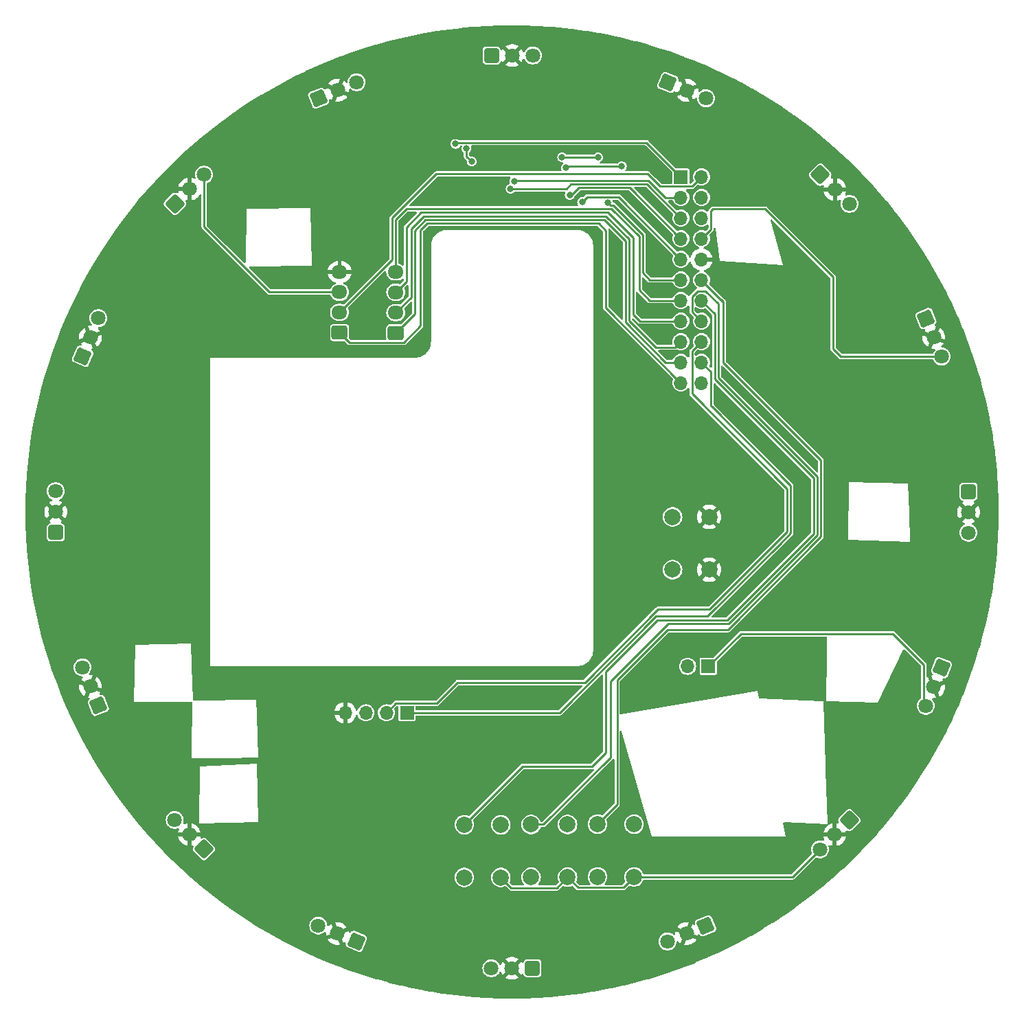
<source format=gbr>
%TF.GenerationSoftware,KiCad,Pcbnew,7.0.9*%
%TF.CreationDate,2024-12-18T22:21:05+09:00*%
%TF.ProjectId,IR_Bored_ESP32,49525f42-6f72-4656-945f-45535033322e,rev?*%
%TF.SameCoordinates,Original*%
%TF.FileFunction,Copper,L2,Bot*%
%TF.FilePolarity,Positive*%
%FSLAX46Y46*%
G04 Gerber Fmt 4.6, Leading zero omitted, Abs format (unit mm)*
G04 Created by KiCad (PCBNEW 7.0.9) date 2024-12-18 22:21:05*
%MOMM*%
%LPD*%
G01*
G04 APERTURE LIST*
G04 Aperture macros list*
%AMRoundRect*
0 Rectangle with rounded corners*
0 $1 Rounding radius*
0 $2 $3 $4 $5 $6 $7 $8 $9 X,Y pos of 4 corners*
0 Add a 4 corners polygon primitive as box body*
4,1,4,$2,$3,$4,$5,$6,$7,$8,$9,$2,$3,0*
0 Add four circle primitives for the rounded corners*
1,1,$1+$1,$2,$3*
1,1,$1+$1,$4,$5*
1,1,$1+$1,$6,$7*
1,1,$1+$1,$8,$9*
0 Add four rect primitives between the rounded corners*
20,1,$1+$1,$2,$3,$4,$5,0*
20,1,$1+$1,$4,$5,$6,$7,0*
20,1,$1+$1,$6,$7,$8,$9,0*
20,1,$1+$1,$8,$9,$2,$3,0*%
G04 Aperture macros list end*
%TA.AperFunction,ComponentPad*%
%ADD10R,1.700000X1.700000*%
%TD*%
%TA.AperFunction,ComponentPad*%
%ADD11O,1.700000X1.700000*%
%TD*%
%TA.AperFunction,ComponentPad*%
%ADD12RoundRect,0.250000X0.725000X-0.600000X0.725000X0.600000X-0.725000X0.600000X-0.725000X-0.600000X0*%
%TD*%
%TA.AperFunction,ComponentPad*%
%ADD13O,1.950000X1.700000*%
%TD*%
%TA.AperFunction,ComponentPad*%
%ADD14C,2.000000*%
%TD*%
%TA.AperFunction,ComponentPad*%
%ADD15RoundRect,0.250200X-0.849005X0.351669X-0.351669X-0.849005X0.849005X-0.351669X0.351669X0.849005X0*%
%TD*%
%TA.AperFunction,ComponentPad*%
%ADD16C,1.800000*%
%TD*%
%TA.AperFunction,ComponentPad*%
%ADD17RoundRect,0.250200X0.849005X0.351669X-0.351669X0.849005X-0.849005X-0.351669X0.351669X-0.849005X0*%
%TD*%
%TA.AperFunction,ComponentPad*%
%ADD18RoundRect,0.250200X-0.351669X-0.849005X0.849005X-0.351669X0.351669X0.849005X-0.849005X0.351669X0*%
%TD*%
%TA.AperFunction,ComponentPad*%
%ADD19RoundRect,0.250200X0.351669X0.849005X-0.849005X0.351669X-0.351669X-0.849005X0.849005X-0.351669X0*%
%TD*%
%TA.AperFunction,ComponentPad*%
%ADD20RoundRect,0.250200X-0.649800X-0.649800X0.649800X-0.649800X0.649800X0.649800X-0.649800X0.649800X0*%
%TD*%
%TA.AperFunction,ComponentPad*%
%ADD21RoundRect,0.250200X-0.918956X0.000000X0.000000X-0.918956X0.918956X0.000000X0.000000X0.918956X0*%
%TD*%
%TA.AperFunction,ComponentPad*%
%ADD22RoundRect,0.250200X0.000000X0.918956X-0.918956X0.000000X0.000000X-0.918956X0.918956X0.000000X0*%
%TD*%
%TA.AperFunction,ComponentPad*%
%ADD23RoundRect,0.250200X0.000000X-0.918956X0.918956X0.000000X0.000000X0.918956X-0.918956X0.000000X0*%
%TD*%
%TA.AperFunction,ComponentPad*%
%ADD24RoundRect,0.250200X-0.849005X-0.351669X0.351669X-0.849005X0.849005X0.351669X-0.351669X0.849005X0*%
%TD*%
%TA.AperFunction,ComponentPad*%
%ADD25RoundRect,0.250200X0.649800X-0.649800X0.649800X0.649800X-0.649800X0.649800X-0.649800X-0.649800X0*%
%TD*%
%TA.AperFunction,ComponentPad*%
%ADD26RoundRect,0.250200X-0.649800X0.649800X-0.649800X-0.649800X0.649800X-0.649800X0.649800X0.649800X0*%
%TD*%
%TA.AperFunction,ComponentPad*%
%ADD27RoundRect,0.250200X0.849005X-0.351669X0.351669X0.849005X-0.849005X0.351669X-0.351669X-0.849005X0*%
%TD*%
%TA.AperFunction,ComponentPad*%
%ADD28RoundRect,0.250200X-0.351669X0.849005X-0.849005X-0.351669X0.351669X-0.849005X0.849005X0.351669X0*%
%TD*%
%TA.AperFunction,ComponentPad*%
%ADD29RoundRect,0.250200X0.649800X0.649800X-0.649800X0.649800X-0.649800X-0.649800X0.649800X-0.649800X0*%
%TD*%
%TA.AperFunction,ComponentPad*%
%ADD30RoundRect,0.250200X0.351669X-0.849005X0.849005X0.351669X-0.351669X0.849005X-0.849005X-0.351669X0*%
%TD*%
%TA.AperFunction,ComponentPad*%
%ADD31RoundRect,0.250200X0.918956X0.000000X0.000000X0.918956X-0.918956X0.000000X0.000000X-0.918956X0*%
%TD*%
%TA.AperFunction,ViaPad*%
%ADD32C,0.800000*%
%TD*%
%TA.AperFunction,Conductor*%
%ADD33C,0.250000*%
%TD*%
G04 APERTURE END LIST*
D10*
%TO.P,J1,1,Pin_1*%
%TO.N,SDA_LCD*%
X176530000Y-110410000D03*
D11*
%TO.P,J1,2,Pin_2*%
%TO.N,SCL_LCD*%
X173990000Y-110410000D03*
%TO.P,J1,3,Pin_3*%
%TO.N,+3.3V*%
X171450000Y-110410000D03*
%TO.P,J1,4,Pin_4*%
%TO.N,GND*%
X168910000Y-110410000D03*
%TD*%
D12*
%TO.P,J2,1,Pin_1*%
%TO.N,IR_Data4_Upside*%
X175158400Y-63583200D03*
D13*
%TO.P,J2,2,Pin_2*%
%TO.N,IR_Data3_Upside*%
X175158400Y-61083200D03*
%TO.P,J2,3,Pin_3*%
%TO.N,IR_Data2_Upside*%
X175158400Y-58583200D03*
%TO.P,J2,4,Pin_4*%
%TO.N,IR_Data1_Upside*%
X175158400Y-56083200D03*
%TD*%
D14*
%TO.P,Camera_RST,1*%
%TO.N,RST*%
X209280000Y-92770000D03*
X209280000Y-86270000D03*
%TO.P,Camera_RST,2*%
%TO.N,GND*%
X213780000Y-92770000D03*
X213780000Y-86270000D03*
%TD*%
D12*
%TO.P,J3,1,Pin_1*%
%TO.N,IR_Data5_Upside*%
X168224200Y-63557800D03*
D13*
%TO.P,J3,2,Pin_2*%
%TO.N,IR_Data6_Upside*%
X168224200Y-61057800D03*
%TO.P,J3,3,Pin_3*%
%TO.N,+3.3V*%
X168224200Y-58557800D03*
%TO.P,J3,4,Pin_4*%
%TO.N,GND*%
X168224200Y-56057800D03*
%TD*%
D14*
%TO.P,SW2,1*%
%TO.N,LCD-TeensyD12*%
X191830000Y-130680000D03*
X191830000Y-124180000D03*
%TO.P,SW2,2*%
%TO.N,+3.3V*%
X196330000Y-130680000D03*
X196330000Y-124180000D03*
%TD*%
D10*
%TO.P,J4,1,Pin_1*%
%TO.N,Data_IR_sensor*%
X210303800Y-44356600D03*
D11*
%TO.P,J4,2,Pin_2*%
%TO.N,IR_Data6_Upside*%
X212843800Y-44356600D03*
%TO.P,J4,3,Pin_3*%
%TO.N,S0*%
X210303800Y-46896600D03*
%TO.P,J4,4,Pin_4*%
%TO.N,Start_switch*%
X212843800Y-46896600D03*
%TO.P,J4,5,Pin_5*%
%TO.N,S1*%
X210303800Y-49436600D03*
%TO.P,J4,6,Pin_6*%
%TO.N,RST*%
X212843800Y-49436600D03*
%TO.P,J4,7,Pin_7*%
%TO.N,S2*%
X210303800Y-51976600D03*
%TO.P,J4,8,Pin_8*%
%TO.N,+3.3V*%
X212843800Y-51976600D03*
%TO.P,J4,9,Pin_9*%
%TO.N,S3*%
X210303800Y-54516600D03*
%TO.P,J4,10,Pin_10*%
%TO.N,GND*%
X212843800Y-54516600D03*
%TO.P,J4,11,Pin_11*%
%TO.N,E*%
X210303800Y-57056600D03*
%TO.P,J4,12,Pin_12*%
%TO.N,LCD-TeensyD10*%
X212843800Y-57056600D03*
%TO.P,J4,13,Pin_13*%
%TO.N,IR_Data1_Upside*%
X210303800Y-59596600D03*
%TO.P,J4,14,Pin_14*%
%TO.N,LCD-TeensyD11*%
X212843800Y-59596600D03*
%TO.P,J4,15,Pin_15*%
%TO.N,IR_Data2_Upside*%
X210303800Y-62136600D03*
%TO.P,J4,16,Pin_16*%
%TO.N,LCD-TeensyD12*%
X212843800Y-62136600D03*
%TO.P,J4,17,Pin_17*%
%TO.N,IR_Data3_Upside*%
X210303800Y-64676600D03*
%TO.P,J4,18,Pin_18*%
%TO.N,SCL_LCD*%
X212843800Y-64676600D03*
%TO.P,J4,19,Pin_19*%
%TO.N,IR_Data4_Upside*%
X210303800Y-67216600D03*
%TO.P,J4,20,Pin_20*%
%TO.N,SDA_LCD*%
X212843800Y-67216600D03*
%TO.P,J4,21,Pin_21*%
%TO.N,IR_Data5_Upside*%
X210303800Y-69756600D03*
%TO.P,J4,22,Pin_22*%
%TO.N,unconnected-(J4-Pin_22-Pad22)*%
X212843800Y-69756600D03*
%TD*%
D10*
%TO.P,SW5,1*%
%TO.N,+3.3V*%
X213670000Y-104690000D03*
D11*
%TO.P,SW5,2*%
%TO.N,Start_switch*%
X211130000Y-104690000D03*
%TD*%
D14*
%TO.P,SW1,1*%
%TO.N,LCD-TeensyD11*%
X183600000Y-130720000D03*
X183600000Y-124220000D03*
%TO.P,SW1,2*%
%TO.N,+3.3V*%
X188100000Y-130720000D03*
X188100000Y-124220000D03*
%TD*%
%TO.P,SW3,1*%
%TO.N,LCD-TeensyD10*%
X200020000Y-130650000D03*
X200020000Y-124150000D03*
%TO.P,SW3,2*%
%TO.N,+3.3V*%
X204520000Y-130650000D03*
X204520000Y-124150000D03*
%TD*%
D15*
%TO.P,U13,1,OUT*%
%TO.N,IRout13*%
X240504024Y-61797671D03*
D16*
%TO.P,U13,2,GND*%
%TO.N,GND*%
X241476040Y-64144325D03*
%TO.P,U13,3,Vs*%
%TO.N,+3.3V*%
X242448056Y-66490979D03*
%TD*%
D17*
%TO.P,U7,1,OUT*%
%TO.N,IRout7*%
X170288024Y-138598749D03*
D16*
%TO.P,U7,2,GND*%
%TO.N,GND*%
X167941370Y-137626733D03*
%TO.P,U7,3,Vs*%
%TO.N,+3.3V*%
X165594716Y-136654717D03*
%TD*%
D18*
%TO.P,U1,1,OUT*%
%TO.N,IRout1*%
X165631671Y-34641976D03*
D16*
%TO.P,U1,2,GND*%
%TO.N,GND*%
X167978325Y-33669960D03*
%TO.P,U1,3,Vs*%
%TO.N,+3.3V*%
X170324979Y-32697944D03*
%TD*%
D19*
%TO.P,U9,1,OUT*%
%TO.N,IRout9*%
X213348329Y-136670024D03*
D16*
%TO.P,U9,2,GND*%
%TO.N,GND*%
X211001675Y-137642040D03*
%TO.P,U9,3,Vs*%
%TO.N,+3.3V*%
X208655021Y-138614056D03*
%TD*%
D20*
%TO.P,U17,1,OUT*%
%TO.N,IRout0*%
X186970000Y-29395000D03*
D16*
%TO.P,U17,2,GND*%
%TO.N,GND*%
X189510000Y-29395000D03*
%TO.P,U17,3,Vs*%
%TO.N,+3.3V*%
X192050000Y-29395000D03*
%TD*%
D21*
%TO.P,U14,1,OUT*%
%TO.N,IRout14*%
X227490626Y-44091556D03*
D16*
%TO.P,U14,2,GND*%
%TO.N,GND*%
X229286677Y-45887607D03*
%TO.P,U14,3,Vs*%
%TO.N,+3.3V*%
X231082728Y-47683658D03*
%TD*%
D22*
%TO.P,U10,1,OUT*%
%TO.N,IRout10*%
X231054444Y-123656625D03*
D16*
%TO.P,U10,2,GND*%
%TO.N,GND*%
X229258393Y-125452676D03*
%TO.P,U10,3,Vs*%
%TO.N,+3.3V*%
X227462342Y-127248727D03*
%TD*%
D23*
%TO.P,U2,1,OUT*%
%TO.N,IRout2*%
X147925556Y-47655375D03*
D16*
%TO.P,U2,2,GND*%
%TO.N,GND*%
X149721607Y-45859324D03*
%TO.P,U2,3,Vs*%
%TO.N,+3.3V*%
X151517658Y-44063273D03*
%TD*%
D24*
%TO.P,U15,1,OUT*%
%TO.N,IRout15*%
X208691976Y-32713251D03*
D16*
%TO.P,U15,2,GND*%
%TO.N,GND*%
X211038630Y-33685267D03*
%TO.P,U15,3,Vs*%
%TO.N,+3.3V*%
X213385284Y-34657283D03*
%TD*%
D25*
%TO.P,U4,1,OUT*%
%TO.N,IRout4*%
X133229000Y-88176000D03*
D16*
%TO.P,U4,2,GND*%
%TO.N,GND*%
X133229000Y-85636000D03*
%TO.P,U4,3,Vs*%
%TO.N,+3.3V*%
X133229000Y-83096000D03*
%TD*%
D26*
%TO.P,U12,1,OUT*%
%TO.N,IRout12*%
X245751001Y-83136000D03*
D16*
%TO.P,U12,2,GND*%
%TO.N,GND*%
X245751001Y-85676000D03*
%TO.P,U12,3,Vs*%
%TO.N,+3.3V*%
X245751001Y-88216000D03*
%TD*%
D27*
%TO.P,U5,1,OUT*%
%TO.N,IRout5*%
X138475976Y-109514329D03*
D16*
%TO.P,U5,2,GND*%
%TO.N,GND*%
X137503960Y-107167675D03*
%TO.P,U5,3,Vs*%
%TO.N,+3.3V*%
X136531944Y-104821021D03*
%TD*%
D28*
%TO.P,U11,1,OUT*%
%TO.N,IRout11*%
X242432749Y-104857976D03*
D16*
%TO.P,U11,2,GND*%
%TO.N,GND*%
X241460733Y-107204630D03*
%TO.P,U11,3,Vs*%
%TO.N,+3.3V*%
X240488717Y-109551284D03*
%TD*%
D29*
%TO.P,U8,1,OUT*%
%TO.N,IRout8*%
X192010000Y-141917000D03*
D16*
%TO.P,U8,2,GND*%
%TO.N,GND*%
X189470000Y-141917000D03*
%TO.P,U8,3,Vs*%
%TO.N,+3.3V*%
X186930000Y-141917000D03*
%TD*%
D30*
%TO.P,U3,1,OUT*%
%TO.N,IRout3*%
X136547251Y-66454024D03*
D16*
%TO.P,U3,2,GND*%
%TO.N,GND*%
X137519267Y-64107370D03*
%TO.P,U3,3,Vs*%
%TO.N,+3.3V*%
X138491283Y-61760716D03*
%TD*%
D31*
%TO.P,U6,1,OUT*%
%TO.N,IRout6*%
X151489375Y-127220444D03*
D16*
%TO.P,U6,2,GND*%
%TO.N,GND*%
X149693324Y-125424393D03*
%TO.P,U6,3,Vs*%
%TO.N,+3.3V*%
X147897273Y-123628342D03*
%TD*%
D32*
%TO.N,GND*%
X139830000Y-78070000D03*
X203428600Y-39039800D03*
X229790000Y-43770000D03*
X207850000Y-141580000D03*
X246490000Y-101890000D03*
X237390000Y-81010000D03*
X238226600Y-106400600D03*
X131400000Y-85030000D03*
X158140000Y-35580000D03*
X248980000Y-88420000D03*
X141570000Y-80980000D03*
X246580000Y-69410000D03*
X196110000Y-32020000D03*
X174120000Y-142670000D03*
X188950600Y-47294800D03*
X202120000Y-28390000D03*
X230960000Y-126200000D03*
X229209600Y-111531400D03*
X151257000Y-63855600D03*
X209169000Y-63423800D03*
X201955400Y-63728600D03*
X247650000Y-86490000D03*
X210769200Y-37363400D03*
X240360000Y-55770000D03*
X138580000Y-115650000D03*
X176123600Y-40868600D03*
X227609400Y-129235200D03*
X171970000Y-29410000D03*
X163850000Y-138100000D03*
X212000000Y-31830000D03*
X131080000Y-93320000D03*
X201904600Y-52095400D03*
X232040000Y-75830000D03*
X216310000Y-33230000D03*
X219405200Y-72390000D03*
X137600000Y-57390000D03*
X218567000Y-47548800D03*
X133060000Y-103140000D03*
X131920000Y-71420000D03*
X178282600Y-47294800D03*
X224380000Y-37750000D03*
X226420000Y-124740000D03*
X176758600Y-49047400D03*
X215392000Y-72161400D03*
X234442000Y-123698000D03*
X205384400Y-109016800D03*
X166550000Y-32380000D03*
X202438000Y-57658000D03*
X241220000Y-114610000D03*
X179690000Y-27190000D03*
X243340000Y-107960000D03*
X192227200Y-108534200D03*
X209092800Y-58445400D03*
X214528400Y-55397400D03*
%TO.N,D7*%
X184505600Y-42468800D03*
X183870600Y-40843200D03*
%TO.N,D10*%
X200075800Y-41960800D03*
X195656200Y-41935400D03*
%TO.N,D11*%
X203022200Y-43053000D03*
X196113400Y-43230800D03*
%TO.N,Data_IR_sensor*%
X182524400Y-40284400D03*
%TO.N,S0*%
X189763400Y-44881800D03*
%TO.N,S1*%
X189306200Y-45821600D03*
%TO.N,S3*%
X198120000Y-47472600D03*
%TO.N,S2*%
X196596000Y-46609000D03*
%TO.N,E*%
X201320400Y-47564300D03*
%TD*%
D33*
%TO.N,D7*%
X183870600Y-41833800D02*
X184505600Y-42468800D01*
X184505600Y-42468800D02*
X184531000Y-42443400D01*
X183870600Y-40843200D02*
X183870600Y-41833800D01*
%TO.N,D10*%
X195935600Y-41960800D02*
X195656200Y-41935400D01*
X195656200Y-41935400D02*
X195910200Y-41935400D01*
X200075800Y-41960800D02*
X195935600Y-41960800D01*
%TO.N,D11*%
X203022200Y-43053000D02*
X196291200Y-43053000D01*
X196291200Y-43053000D02*
X196113400Y-43230800D01*
%TO.N,+3.3V*%
X214256422Y-48324800D02*
X220714590Y-48324800D01*
X214018800Y-50801600D02*
X214018800Y-48562422D01*
X236402216Y-100675438D02*
X240235733Y-104508955D01*
X204520000Y-130650000D02*
X224061069Y-130650000D01*
X217684562Y-100675438D02*
X236402216Y-100675438D01*
X203195000Y-131975000D02*
X197625000Y-131975000D01*
X151517658Y-50487100D02*
X151517658Y-44063273D01*
X188100000Y-130720000D02*
X189385000Y-132005000D01*
X229997000Y-66490979D02*
X229031800Y-65525779D01*
X204520000Y-130650000D02*
X203195000Y-131975000D01*
X214018800Y-48562422D02*
X214256422Y-48324800D01*
X240235733Y-104508955D02*
X240235733Y-109298300D01*
X197625000Y-131975000D02*
X196330000Y-130680000D01*
X224061069Y-130650000D02*
X227462342Y-127248727D01*
X229031800Y-56642010D02*
X229031800Y-64744600D01*
X213670000Y-104690000D02*
X217684562Y-100675438D01*
X195005000Y-132005000D02*
X196330000Y-130680000D01*
X240235733Y-109298300D02*
X240488717Y-109551284D01*
X168224200Y-58557800D02*
X159588358Y-58557800D01*
X229031800Y-65525779D02*
X229031800Y-64744600D01*
X159588358Y-58557800D02*
X151517658Y-50487100D01*
X189385000Y-132005000D02*
X195005000Y-132005000D01*
X242448056Y-66490979D02*
X229997000Y-66490979D01*
X212843800Y-51976600D02*
X214018800Y-50801600D01*
X220714590Y-48324800D02*
X229031800Y-56642010D01*
%TO.N,SDA_LCD*%
X214018800Y-68391600D02*
X214018800Y-72557200D01*
X212843800Y-67216600D02*
X214018800Y-68391600D01*
X176530000Y-110410000D02*
X195359391Y-110410000D01*
X214018800Y-72557200D02*
X214164600Y-72703000D01*
X213576396Y-98530000D02*
X222513198Y-89593198D01*
X214164600Y-72703000D02*
X223836701Y-82375101D01*
X223836701Y-82375101D02*
X223836701Y-88269695D01*
X195359391Y-110410000D02*
X207239391Y-98530000D01*
X207239391Y-98530000D02*
X213576396Y-98530000D01*
X223836701Y-88269695D02*
X222513198Y-89593198D01*
%TO.N,SCL_LCD*%
X182778400Y-106680000D02*
X198452995Y-106680000D01*
X173990000Y-110410000D02*
X175165000Y-109235000D01*
X180223400Y-109235000D02*
X182778400Y-106680000D01*
X213810000Y-97660000D02*
X223386701Y-88083299D01*
X211668800Y-65851600D02*
X212843800Y-64676600D01*
X223386701Y-88083299D02*
X223386701Y-82796701D01*
X211668800Y-71078800D02*
X211668800Y-65851600D01*
X207472995Y-97660000D02*
X213810000Y-97660000D01*
X175165000Y-109235000D02*
X180223400Y-109235000D01*
X223386701Y-82796701D02*
X211668800Y-71078800D01*
X198452995Y-106680000D02*
X207472995Y-97660000D01*
%TO.N,LCD-TeensyD11*%
X190790000Y-117030000D02*
X183600000Y-124220000D01*
X207425787Y-98980000D02*
X201030000Y-105375788D01*
X199310000Y-117030000D02*
X190790000Y-117030000D01*
X226660000Y-81480000D02*
X226660000Y-88321701D01*
X201030000Y-115310000D02*
X199310000Y-117030000D01*
X226660000Y-88321701D02*
X216001701Y-98980000D01*
X214468800Y-61221600D02*
X214468800Y-69288800D01*
X212843800Y-59596600D02*
X214468800Y-61221600D01*
X201030000Y-105375788D02*
X201030000Y-115310000D01*
X214468800Y-69288800D02*
X226660000Y-81480000D01*
X216001701Y-98980000D02*
X207425787Y-98980000D01*
%TO.N,LCD-TeensyD12*%
X214918800Y-60009899D02*
X214918800Y-69102404D01*
X211668800Y-60961600D02*
X211668800Y-59109899D01*
X227024048Y-88594048D02*
X227110000Y-88508097D01*
X209430000Y-99430000D02*
X216188097Y-99430000D01*
X202811802Y-105381802D02*
X208763604Y-99430000D01*
X213330501Y-58421600D02*
X214918800Y-60009899D01*
X201630000Y-115920000D02*
X201630000Y-106563604D01*
X227110000Y-81293604D02*
X227110000Y-88508096D01*
X214918800Y-69102404D02*
X227110000Y-81293604D01*
X193370000Y-124180000D02*
X201630000Y-115920000D01*
X216188097Y-99430000D02*
X227024048Y-88594048D01*
X201630000Y-106563604D02*
X202811802Y-105381802D01*
X212357099Y-58421600D02*
X213330501Y-58421600D01*
X211668800Y-59109899D02*
X212357099Y-58421600D01*
X212843800Y-62136600D02*
X211668800Y-60961600D01*
X208763604Y-99430000D02*
X209430000Y-99430000D01*
X191830000Y-124180000D02*
X193370000Y-124180000D01*
X227110000Y-88508096D02*
X227024048Y-88594048D01*
%TO.N,LCD-TeensyD10*%
X216084493Y-100170000D02*
X208660000Y-100170000D01*
X215493600Y-59706400D02*
X215493600Y-67233800D01*
X202440000Y-121730000D02*
X200020000Y-124150000D01*
X202440000Y-106390000D02*
X202440000Y-121730000D01*
X215493600Y-67233800D02*
X227560000Y-79300200D01*
X215464900Y-59677700D02*
X212843800Y-57056600D01*
X227560000Y-79300200D02*
X227560000Y-88694493D01*
X227560000Y-88694493D02*
X216084493Y-100170000D01*
X212843800Y-57056600D02*
X215493600Y-59706400D01*
X208660000Y-100170000D02*
X202440000Y-106390000D01*
%TO.N,RST*%
X209280000Y-86270000D02*
X209128800Y-86118800D01*
%TO.N,IR_Data1_Upside*%
X205155800Y-58318400D02*
X205155800Y-51692400D01*
X206434000Y-59596600D02*
X205155800Y-58318400D01*
X175158400Y-49606200D02*
X175158400Y-56083200D01*
X210303800Y-59596600D02*
X206434000Y-59596600D01*
X205155800Y-51692400D02*
X201752200Y-48288800D01*
X176475800Y-48288800D02*
X175158400Y-49606200D01*
X201752200Y-48288800D02*
X176475800Y-48288800D01*
%TO.N,IR_Data2_Upside*%
X201269600Y-48738800D02*
X201091800Y-48738800D01*
X204393800Y-51863000D02*
X201269600Y-48738800D01*
X176458400Y-50541400D02*
X176458400Y-57283200D01*
X204393800Y-61290200D02*
X204393800Y-51863000D01*
X210303800Y-62136600D02*
X205240200Y-62136600D01*
X205240200Y-62136600D02*
X204393800Y-61290200D01*
X201091800Y-48738800D02*
X178261000Y-48738800D01*
X176458400Y-57283200D02*
X175158400Y-58583200D01*
X178261000Y-48738800D02*
X176458400Y-50541400D01*
%TO.N,IR_Data3_Upside*%
X203929400Y-62109408D02*
X203929400Y-52043204D01*
X177038000Y-50771808D02*
X177038000Y-59203600D01*
X178621008Y-49188800D02*
X177038000Y-50771808D01*
X203929400Y-52043204D02*
X201074996Y-49188800D01*
X207174192Y-65354200D02*
X203929400Y-62109408D01*
X201074996Y-49188800D02*
X178621008Y-49188800D01*
X177038000Y-59203600D02*
X175158400Y-61083200D01*
X210303800Y-64676600D02*
X209626200Y-65354200D01*
X209626200Y-65354200D02*
X207174192Y-65354200D01*
%TO.N,IR_Data4_Upside*%
X200888600Y-49638800D02*
X178807404Y-49638800D01*
X210303800Y-67216600D02*
X208400196Y-67216600D01*
X208400196Y-67216600D02*
X203479400Y-62295804D01*
X203479400Y-62295804D02*
X203479400Y-52229600D01*
X203479400Y-52229600D02*
X200888600Y-49638800D01*
X177488000Y-61253600D02*
X175158400Y-63583200D01*
X178807404Y-49638800D02*
X177488000Y-50958204D01*
X177488000Y-50958204D02*
X177488000Y-61253600D01*
%TO.N,IR_Data5_Upside*%
X201041000Y-50977800D02*
X200152000Y-50088800D01*
X210303800Y-69756600D02*
X201041000Y-60493800D01*
X200152000Y-50088800D02*
X178993800Y-50088800D01*
X201041000Y-60493800D02*
X201041000Y-50977800D01*
X178993800Y-50088800D02*
X178206400Y-50876200D01*
X176128500Y-64758200D02*
X169424600Y-64758200D01*
X169424600Y-64758200D02*
X168224200Y-63557800D01*
X178206400Y-50876200D02*
X178206400Y-62680300D01*
X178206400Y-62680300D02*
X176128500Y-64758200D01*
%TO.N,IR_Data6_Upside*%
X212843800Y-44356600D02*
X211668800Y-45531600D01*
X174708400Y-54573600D02*
X168224200Y-61057800D01*
X207761400Y-45531600D02*
X206222600Y-43992800D01*
X180135404Y-43992800D02*
X174708400Y-49419804D01*
X174708400Y-49419804D02*
X174708400Y-54573600D01*
X206222600Y-43992800D02*
X180135404Y-43992800D01*
X211668800Y-45531600D02*
X207761400Y-45531600D01*
%TO.N,Data_IR_sensor*%
X182524400Y-40284400D02*
X182690600Y-40118200D01*
X182690600Y-40118200D02*
X206065400Y-40118200D01*
X206065400Y-40118200D02*
X210303800Y-44356600D01*
%TO.N,S0*%
X208400196Y-46896600D02*
X210303800Y-46896600D01*
X189763400Y-44881800D02*
X189857800Y-44787400D01*
X206290996Y-44787400D02*
X208400196Y-46896600D01*
X189857800Y-44787400D02*
X206290996Y-44787400D01*
%TO.N,S1*%
X189306200Y-45821600D02*
X189306200Y-46024800D01*
X196757705Y-45253495D02*
X196189600Y-45821600D01*
X210303800Y-49436600D02*
X206104600Y-45237400D01*
X196757705Y-45237400D02*
X196757705Y-45253495D01*
X206104600Y-45237400D02*
X196757705Y-45237400D01*
X196189600Y-45821600D02*
X189306200Y-45821600D01*
%TO.N,S3*%
X198753300Y-46839300D02*
X198120000Y-47472600D01*
X210303800Y-54516600D02*
X202626500Y-46839300D01*
X202626500Y-46839300D02*
X198753300Y-46839300D01*
%TO.N,S2*%
X204014600Y-45687400D02*
X197720800Y-45687400D01*
X197720800Y-45687400D02*
X196900800Y-46507400D01*
X196900800Y-46507400D02*
X196596000Y-46609000D01*
X196697600Y-46507400D02*
X196799200Y-46507400D01*
X210303800Y-51976600D02*
X204014600Y-45687400D01*
X196596000Y-46609000D02*
X196697600Y-46507400D01*
%TO.N,E*%
X201594900Y-47838800D02*
X201938596Y-47838800D01*
X201594900Y-47838800D02*
X201320400Y-47564300D01*
X201938596Y-47838800D02*
X205605800Y-51506004D01*
X205605800Y-56203000D02*
X206459400Y-57056600D01*
X206459400Y-57056600D02*
X210303800Y-57056600D01*
X205605800Y-51506004D02*
X205605800Y-56203000D01*
%TD*%
%TA.AperFunction,Conductor*%
%TO.N,GND*%
G36*
X198071242Y-107025185D02*
G01*
X198116997Y-107077989D01*
X198126941Y-107147147D01*
X198097916Y-107210703D01*
X198091884Y-107217181D01*
X195260884Y-110048181D01*
X195199561Y-110081666D01*
X195173203Y-110084500D01*
X177704500Y-110084500D01*
X177637461Y-110064815D01*
X177591706Y-110012011D01*
X177580500Y-109960500D01*
X177580500Y-109684500D01*
X177600185Y-109617461D01*
X177652989Y-109571706D01*
X177704500Y-109560500D01*
X180206478Y-109560500D01*
X180211881Y-109560735D01*
X180252207Y-109564264D01*
X180291340Y-109553777D01*
X180296562Y-109552619D01*
X180336445Y-109545588D01*
X180336450Y-109545584D01*
X180341499Y-109543747D01*
X180358224Y-109536819D01*
X180363081Y-109534554D01*
X180363084Y-109534554D01*
X180396241Y-109511335D01*
X180400790Y-109508438D01*
X180435855Y-109488194D01*
X180461881Y-109457176D01*
X180465522Y-109453202D01*
X182876907Y-107041819D01*
X182938230Y-107008334D01*
X182964588Y-107005500D01*
X198004203Y-107005500D01*
X198071242Y-107025185D01*
G37*
%TD.AperFunction*%
%TA.AperFunction,Conductor*%
G36*
X214549503Y-69830275D02*
G01*
X214555981Y-69836307D01*
X226298181Y-81578507D01*
X226331666Y-81639830D01*
X226334500Y-81666188D01*
X226334500Y-88135513D01*
X226314815Y-88202552D01*
X226298181Y-88223194D01*
X215903194Y-98618181D01*
X215841871Y-98651666D01*
X215815513Y-98654500D01*
X214211584Y-98654500D01*
X214144545Y-98634815D01*
X214098790Y-98582011D01*
X214088846Y-98512853D01*
X214117871Y-98449297D01*
X214123903Y-98442819D01*
X222763496Y-89803226D01*
X224054916Y-88511804D01*
X224058867Y-88508184D01*
X224089895Y-88482150D01*
X224110139Y-88447085D01*
X224113036Y-88442536D01*
X224136255Y-88409379D01*
X224136255Y-88409376D01*
X224138520Y-88404519D01*
X224145448Y-88387794D01*
X224147285Y-88382745D01*
X224147289Y-88382740D01*
X224154320Y-88342857D01*
X224155478Y-88337635D01*
X224165965Y-88298502D01*
X224162436Y-88258176D01*
X224162201Y-88252773D01*
X224162201Y-82392010D01*
X224162437Y-82386603D01*
X224165964Y-82346292D01*
X224155487Y-82307193D01*
X224154318Y-82301925D01*
X224147289Y-82262056D01*
X224147288Y-82262055D01*
X224147288Y-82262052D01*
X224145466Y-82257048D01*
X224138516Y-82240269D01*
X224136255Y-82235420D01*
X224136254Y-82235419D01*
X224136254Y-82235417D01*
X224113034Y-82202255D01*
X224110136Y-82197705D01*
X224104990Y-82188792D01*
X224089895Y-82162646D01*
X224089892Y-82162643D01*
X224089891Y-82162642D01*
X224072890Y-82148377D01*
X224058883Y-82136623D01*
X224054911Y-82132984D01*
X214417052Y-72495126D01*
X214417033Y-72495105D01*
X214380619Y-72458691D01*
X214347134Y-72397368D01*
X214344300Y-72371010D01*
X214344300Y-69923988D01*
X214363985Y-69856949D01*
X214416789Y-69811194D01*
X214485947Y-69801250D01*
X214549503Y-69830275D01*
G37*
%TD.AperFunction*%
%TA.AperFunction,Conductor*%
G36*
X215449503Y-67650475D02*
G01*
X215455981Y-67656507D01*
X227198181Y-79398707D01*
X227231666Y-79460030D01*
X227234500Y-79486388D01*
X227234500Y-80658415D01*
X227214815Y-80725454D01*
X227162011Y-80771209D01*
X227092853Y-80781153D01*
X227029297Y-80752128D01*
X227022819Y-80746096D01*
X215280619Y-69003896D01*
X215247134Y-68942573D01*
X215244300Y-68916215D01*
X215244300Y-67744188D01*
X215263985Y-67677149D01*
X215316789Y-67631394D01*
X215385947Y-67621450D01*
X215449503Y-67650475D01*
G37*
%TD.AperFunction*%
%TA.AperFunction,Conductor*%
G36*
X204923007Y-58547973D02*
G01*
X204933618Y-58556877D01*
X204937594Y-58560520D01*
X205569719Y-59192645D01*
X206191863Y-59814789D01*
X206195518Y-59818778D01*
X206221541Y-59849790D01*
X206221543Y-59849791D01*
X206221545Y-59849794D01*
X206221547Y-59849795D01*
X206221548Y-59849796D01*
X206256599Y-59870033D01*
X206261162Y-59872939D01*
X206294316Y-59896154D01*
X206294319Y-59896154D01*
X206299176Y-59898420D01*
X206315933Y-59905360D01*
X206320953Y-59907187D01*
X206320955Y-59907188D01*
X206356806Y-59913509D01*
X206360808Y-59914215D01*
X206366080Y-59915383D01*
X206405193Y-59925864D01*
X206445522Y-59922335D01*
X206450924Y-59922100D01*
X209213217Y-59922100D01*
X209280256Y-59941785D01*
X209326011Y-59994589D01*
X209327779Y-59998649D01*
X209328568Y-60000554D01*
X209426115Y-60183050D01*
X209444553Y-60205517D01*
X209557389Y-60343010D01*
X209621096Y-60395292D01*
X209717350Y-60474285D01*
X209899846Y-60571832D01*
X210097866Y-60631900D01*
X210097865Y-60631900D01*
X210113938Y-60633483D01*
X210303800Y-60652183D01*
X210509734Y-60631900D01*
X210707754Y-60571832D01*
X210890250Y-60474285D01*
X211050210Y-60343010D01*
X211123446Y-60253770D01*
X211181192Y-60214436D01*
X211251036Y-60212565D01*
X211310805Y-60248752D01*
X211341521Y-60311508D01*
X211343300Y-60332435D01*
X211343300Y-60944678D01*
X211343064Y-60950085D01*
X211339535Y-60990408D01*
X211350012Y-61029510D01*
X211351183Y-61034790D01*
X211358211Y-61074643D01*
X211360035Y-61079655D01*
X211366997Y-61096461D01*
X211369245Y-61101281D01*
X211369246Y-61101284D01*
X211383252Y-61121287D01*
X211392455Y-61134431D01*
X211395361Y-61138992D01*
X211415606Y-61174055D01*
X211446615Y-61200075D01*
X211450605Y-61203731D01*
X211842478Y-61595604D01*
X211875963Y-61656927D01*
X211870979Y-61726619D01*
X211869363Y-61730726D01*
X211868571Y-61732638D01*
X211868569Y-61732643D01*
X211868568Y-61732646D01*
X211844770Y-61811100D01*
X211808499Y-61930667D01*
X211788217Y-62136600D01*
X211808499Y-62342532D01*
X211836898Y-62436152D01*
X211868568Y-62540554D01*
X211966115Y-62723050D01*
X211991093Y-62753486D01*
X212097389Y-62883010D01*
X212194009Y-62962302D01*
X212257350Y-63014285D01*
X212439846Y-63111832D01*
X212637866Y-63171900D01*
X212637865Y-63171900D01*
X212656329Y-63173718D01*
X212843800Y-63192183D01*
X213049734Y-63171900D01*
X213247754Y-63111832D01*
X213430250Y-63014285D01*
X213590210Y-62883010D01*
X213721485Y-62723050D01*
X213819032Y-62540554D01*
X213879100Y-62342534D01*
X213895897Y-62171992D01*
X213909509Y-62138281D01*
X213900323Y-62123987D01*
X213895897Y-62101206D01*
X213879574Y-61935482D01*
X213879100Y-61930666D01*
X213819032Y-61732646D01*
X213721485Y-61550150D01*
X213657710Y-61472439D01*
X213590210Y-61390189D01*
X213436122Y-61263734D01*
X213430250Y-61258915D01*
X213247754Y-61161368D01*
X213049734Y-61101300D01*
X213049732Y-61101299D01*
X213049734Y-61101299D01*
X212843800Y-61081017D01*
X212637867Y-61101299D01*
X212542037Y-61130369D01*
X212439846Y-61161368D01*
X212439843Y-61161369D01*
X212439838Y-61161371D01*
X212437926Y-61162163D01*
X212436845Y-61162279D01*
X212434017Y-61163137D01*
X212433854Y-61162600D01*
X212368456Y-61169624D01*
X212305980Y-61138343D01*
X212302804Y-61135278D01*
X212030619Y-60863093D01*
X211997134Y-60801770D01*
X211994300Y-60775412D01*
X211994300Y-60520582D01*
X212013985Y-60453543D01*
X212066789Y-60407788D01*
X212135947Y-60397844D01*
X212196965Y-60424729D01*
X212255712Y-60472941D01*
X212257350Y-60474285D01*
X212439846Y-60571832D01*
X212637866Y-60631900D01*
X212637865Y-60631900D01*
X212653938Y-60633483D01*
X212843800Y-60652183D01*
X213049734Y-60631900D01*
X213247754Y-60571832D01*
X213247762Y-60571827D01*
X213249650Y-60571046D01*
X213250724Y-60570930D01*
X213253584Y-60570063D01*
X213253748Y-60570604D01*
X213319118Y-60563570D01*
X213381601Y-60594838D01*
X213384795Y-60597921D01*
X214106981Y-61320107D01*
X214140466Y-61381430D01*
X214143300Y-61407788D01*
X214143300Y-62089052D01*
X214129076Y-62137492D01*
X214141128Y-62161042D01*
X214143300Y-62184147D01*
X214143300Y-64629052D01*
X214129076Y-64677492D01*
X214141128Y-64701042D01*
X214143300Y-64724147D01*
X214143300Y-67169052D01*
X214129076Y-67217492D01*
X214141128Y-67241042D01*
X214143300Y-67264147D01*
X214143300Y-67756412D01*
X214123615Y-67823451D01*
X214070811Y-67869206D01*
X214001653Y-67879150D01*
X213938097Y-67850125D01*
X213931619Y-67844093D01*
X213845121Y-67757595D01*
X213811636Y-67696272D01*
X213816620Y-67626580D01*
X213818246Y-67622450D01*
X213819027Y-67620562D01*
X213819032Y-67620554D01*
X213879100Y-67422534D01*
X213895897Y-67251992D01*
X213909509Y-67218281D01*
X213900323Y-67203987D01*
X213895897Y-67181206D01*
X213879100Y-67010667D01*
X213842830Y-66891100D01*
X213819032Y-66812646D01*
X213721485Y-66630150D01*
X213643310Y-66534893D01*
X213590210Y-66470189D01*
X213430252Y-66338917D01*
X213430253Y-66338917D01*
X213430250Y-66338915D01*
X213247754Y-66241368D01*
X213049734Y-66181300D01*
X213049732Y-66181299D01*
X213049734Y-66181299D01*
X212843800Y-66161017D01*
X212637867Y-66181299D01*
X212439843Y-66241369D01*
X212257346Y-66338917D01*
X212196964Y-66388471D01*
X212132653Y-66415783D01*
X212063786Y-66403991D01*
X212012226Y-66356838D01*
X211994300Y-66292617D01*
X211994300Y-66037787D01*
X212013985Y-65970748D01*
X212030615Y-65950110D01*
X212302805Y-65677919D01*
X212364126Y-65644436D01*
X212433817Y-65649420D01*
X212437932Y-65651039D01*
X212439838Y-65651827D01*
X212439846Y-65651832D01*
X212637866Y-65711900D01*
X212637865Y-65711900D01*
X212656329Y-65713718D01*
X212843800Y-65732183D01*
X213049734Y-65711900D01*
X213247754Y-65651832D01*
X213430250Y-65554285D01*
X213590210Y-65423010D01*
X213721485Y-65263050D01*
X213819032Y-65080554D01*
X213879100Y-64882534D01*
X213895897Y-64711992D01*
X213909509Y-64678281D01*
X213900323Y-64663987D01*
X213895897Y-64641206D01*
X213879100Y-64470667D01*
X213879100Y-64470666D01*
X213819032Y-64272646D01*
X213721485Y-64090150D01*
X213654907Y-64009024D01*
X213590210Y-63930189D01*
X213444642Y-63810726D01*
X213430250Y-63798915D01*
X213247754Y-63701368D01*
X213049734Y-63641300D01*
X213049732Y-63641299D01*
X213049734Y-63641299D01*
X212843800Y-63621017D01*
X212637867Y-63641299D01*
X212439843Y-63701369D01*
X212378218Y-63734309D01*
X212257350Y-63798915D01*
X212257348Y-63798916D01*
X212257347Y-63798917D01*
X212097389Y-63930189D01*
X211979892Y-64073362D01*
X211966115Y-64090150D01*
X211938733Y-64141378D01*
X211868569Y-64272643D01*
X211808499Y-64470667D01*
X211788217Y-64676600D01*
X211808499Y-64882532D01*
X211818951Y-64916987D01*
X211868568Y-65080554D01*
X211868572Y-65080562D01*
X211869359Y-65082462D01*
X211869475Y-65083541D01*
X211870337Y-65086383D01*
X211869798Y-65086546D01*
X211876827Y-65151931D01*
X211845551Y-65214410D01*
X211842478Y-65217594D01*
X211450603Y-65609470D01*
X211446614Y-65613125D01*
X211415605Y-65639145D01*
X211395362Y-65674206D01*
X211392456Y-65678766D01*
X211369246Y-65711913D01*
X211367006Y-65716717D01*
X211360029Y-65733561D01*
X211358210Y-65738559D01*
X211351183Y-65778411D01*
X211350012Y-65783691D01*
X211339535Y-65822791D01*
X211343064Y-65863113D01*
X211343300Y-65868520D01*
X211343300Y-66480764D01*
X211323615Y-66547803D01*
X211270811Y-66593558D01*
X211201653Y-66603502D01*
X211138097Y-66574477D01*
X211123447Y-66559429D01*
X211050210Y-66470190D01*
X210969546Y-66403991D01*
X210890250Y-66338915D01*
X210707754Y-66241368D01*
X210509734Y-66181300D01*
X210509732Y-66181299D01*
X210509734Y-66181299D01*
X210303800Y-66161017D01*
X210097867Y-66181299D01*
X209899843Y-66241369D01*
X209813459Y-66287543D01*
X209717350Y-66338915D01*
X209717348Y-66338916D01*
X209717347Y-66338917D01*
X209557389Y-66470189D01*
X209426117Y-66630147D01*
X209426115Y-66630150D01*
X209412298Y-66656000D01*
X209328568Y-66812645D01*
X209327779Y-66814551D01*
X209327098Y-66815396D01*
X209325696Y-66818019D01*
X209325198Y-66817753D01*
X209283938Y-66868955D01*
X209217644Y-66891021D01*
X209213217Y-66891100D01*
X208586385Y-66891100D01*
X208519346Y-66871415D01*
X208498704Y-66854781D01*
X207535304Y-65891381D01*
X207501819Y-65830058D01*
X207506803Y-65760366D01*
X207548675Y-65704433D01*
X207614139Y-65680016D01*
X207622985Y-65679700D01*
X209609278Y-65679700D01*
X209614681Y-65679935D01*
X209655007Y-65683464D01*
X209694140Y-65672977D01*
X209699362Y-65671819D01*
X209739245Y-65664788D01*
X209739250Y-65664784D01*
X209744299Y-65662947D01*
X209761024Y-65656019D01*
X209765880Y-65653755D01*
X209765884Y-65653754D01*
X209765887Y-65653751D01*
X209775717Y-65649169D01*
X209776645Y-65651160D01*
X209829225Y-65633421D01*
X209892612Y-65647965D01*
X209899846Y-65651832D01*
X210097866Y-65711900D01*
X210097865Y-65711900D01*
X210116329Y-65713718D01*
X210303800Y-65732183D01*
X210509734Y-65711900D01*
X210707754Y-65651832D01*
X210890250Y-65554285D01*
X211050210Y-65423010D01*
X211181485Y-65263050D01*
X211279032Y-65080554D01*
X211339100Y-64882534D01*
X211359383Y-64676600D01*
X211339100Y-64470666D01*
X211279032Y-64272646D01*
X211181485Y-64090150D01*
X211114907Y-64009024D01*
X211050210Y-63930189D01*
X210904642Y-63810726D01*
X210890250Y-63798915D01*
X210707754Y-63701368D01*
X210509734Y-63641300D01*
X210509732Y-63641299D01*
X210509734Y-63641299D01*
X210303800Y-63621017D01*
X210097867Y-63641299D01*
X209899843Y-63701369D01*
X209838218Y-63734309D01*
X209717350Y-63798915D01*
X209717348Y-63798916D01*
X209717347Y-63798917D01*
X209557389Y-63930189D01*
X209439892Y-64073362D01*
X209426115Y-64090150D01*
X209398733Y-64141378D01*
X209328569Y-64272643D01*
X209268499Y-64470667D01*
X209248217Y-64676599D01*
X209269097Y-64888596D01*
X209267356Y-64888767D01*
X209261873Y-64950092D01*
X209219014Y-65005272D01*
X209153126Y-65028522D01*
X209146480Y-65028700D01*
X207360380Y-65028700D01*
X207293341Y-65009015D01*
X207272699Y-64992381D01*
X204291219Y-62010901D01*
X204257734Y-61949578D01*
X204254900Y-61923220D01*
X204254900Y-61910988D01*
X204274585Y-61843949D01*
X204327389Y-61798194D01*
X204396547Y-61788250D01*
X204460103Y-61817275D01*
X204466576Y-61823303D01*
X204732325Y-62089052D01*
X204998068Y-62354795D01*
X205001723Y-62358784D01*
X205027741Y-62389790D01*
X205027743Y-62389791D01*
X205027745Y-62389794D01*
X205062805Y-62410035D01*
X205067359Y-62412937D01*
X205100516Y-62436154D01*
X205100519Y-62436154D01*
X205105376Y-62438420D01*
X205122133Y-62445360D01*
X205127153Y-62447187D01*
X205127155Y-62447188D01*
X205167030Y-62454218D01*
X205172287Y-62455384D01*
X205211393Y-62465863D01*
X205251710Y-62462335D01*
X205257112Y-62462100D01*
X209213217Y-62462100D01*
X209280256Y-62481785D01*
X209326011Y-62534589D01*
X209327779Y-62538649D01*
X209328568Y-62540554D01*
X209426115Y-62723050D01*
X209451093Y-62753486D01*
X209557389Y-62883010D01*
X209654009Y-62962302D01*
X209717350Y-63014285D01*
X209899846Y-63111832D01*
X210097866Y-63171900D01*
X210097865Y-63171900D01*
X210116329Y-63173718D01*
X210303800Y-63192183D01*
X210509734Y-63171900D01*
X210707754Y-63111832D01*
X210890250Y-63014285D01*
X211050210Y-62883010D01*
X211181485Y-62723050D01*
X211279032Y-62540554D01*
X211339100Y-62342534D01*
X211359383Y-62136600D01*
X211339100Y-61930666D01*
X211279032Y-61732646D01*
X211181485Y-61550150D01*
X211117710Y-61472439D01*
X211050210Y-61390189D01*
X210896122Y-61263734D01*
X210890250Y-61258915D01*
X210707754Y-61161368D01*
X210509734Y-61101300D01*
X210509732Y-61101299D01*
X210509734Y-61101299D01*
X210303800Y-61081017D01*
X210097867Y-61101299D01*
X209899843Y-61161369D01*
X209820591Y-61203731D01*
X209717350Y-61258915D01*
X209717348Y-61258916D01*
X209717347Y-61258917D01*
X209557389Y-61390189D01*
X209426117Y-61550147D01*
X209426115Y-61550150D01*
X209416399Y-61568327D01*
X209328568Y-61732645D01*
X209327779Y-61734551D01*
X209327098Y-61735396D01*
X209325696Y-61738019D01*
X209325198Y-61737753D01*
X209283938Y-61788955D01*
X209217644Y-61811021D01*
X209213217Y-61811100D01*
X205426389Y-61811100D01*
X205359350Y-61791415D01*
X205338708Y-61774781D01*
X204755619Y-61191692D01*
X204722134Y-61130369D01*
X204719300Y-61104011D01*
X204719300Y-58642961D01*
X204738985Y-58575922D01*
X204791789Y-58530167D01*
X204860947Y-58520223D01*
X204923007Y-58547973D01*
G37*
%TD.AperFunction*%
%TA.AperFunction,Conductor*%
G36*
X201540904Y-50756705D02*
G01*
X201564888Y-50775414D01*
X203117581Y-52328107D01*
X203151066Y-52389430D01*
X203153900Y-52415788D01*
X203153900Y-61847011D01*
X203134215Y-61914050D01*
X203081411Y-61959805D01*
X203012253Y-61969749D01*
X202948697Y-61940724D01*
X202942219Y-61934692D01*
X201402819Y-60395292D01*
X201369334Y-60333969D01*
X201366500Y-60307611D01*
X201366500Y-50994720D01*
X201366736Y-50989313D01*
X201366874Y-50987742D01*
X201370264Y-50948993D01*
X201359782Y-50909875D01*
X201358618Y-50904628D01*
X201355091Y-50884624D01*
X201362835Y-50815188D01*
X201406892Y-50760959D01*
X201473273Y-50739157D01*
X201540904Y-50756705D01*
G37*
%TD.AperFunction*%
%TA.AperFunction,Conductor*%
G36*
X202507351Y-47184485D02*
G01*
X202527993Y-47201119D01*
X209302478Y-53975604D01*
X209335963Y-54036927D01*
X209330979Y-54106619D01*
X209329363Y-54110726D01*
X209328571Y-54112638D01*
X209328569Y-54112643D01*
X209328568Y-54112646D01*
X209306377Y-54185802D01*
X209268499Y-54310667D01*
X209248217Y-54516600D01*
X209268499Y-54722532D01*
X209290667Y-54795610D01*
X209328568Y-54920554D01*
X209426115Y-55103050D01*
X209430151Y-55107968D01*
X209557389Y-55263010D01*
X209647292Y-55336790D01*
X209717350Y-55394285D01*
X209899846Y-55491832D01*
X210097866Y-55551900D01*
X210097865Y-55551900D01*
X210116329Y-55553718D01*
X210303800Y-55572183D01*
X210509734Y-55551900D01*
X210707754Y-55491832D01*
X210890250Y-55394285D01*
X211050210Y-55263010D01*
X211181485Y-55103050D01*
X211279032Y-54920554D01*
X211299206Y-54854046D01*
X211337502Y-54795610D01*
X211401314Y-54767153D01*
X211470381Y-54777712D01*
X211522775Y-54823936D01*
X211537641Y-54857949D01*
X211570367Y-54980086D01*
X211570370Y-54980092D01*
X211670199Y-55194178D01*
X211805694Y-55387682D01*
X211972717Y-55554705D01*
X212166221Y-55690200D01*
X212380307Y-55790029D01*
X212380316Y-55790033D01*
X212502449Y-55822758D01*
X212562110Y-55859123D01*
X212592639Y-55921969D01*
X212584345Y-55991345D01*
X212539859Y-56045223D01*
X212506352Y-56061193D01*
X212439846Y-56081367D01*
X212356168Y-56126095D01*
X212257350Y-56178915D01*
X212257348Y-56178916D01*
X212257347Y-56178917D01*
X212097389Y-56310189D01*
X211966919Y-56469170D01*
X211966115Y-56470150D01*
X211932628Y-56532800D01*
X211868569Y-56652643D01*
X211808499Y-56850667D01*
X211788217Y-57056600D01*
X211808499Y-57262532D01*
X211828975Y-57330033D01*
X211868568Y-57460554D01*
X211966115Y-57643050D01*
X211966117Y-57643052D01*
X212097389Y-57803010D01*
X212236485Y-57917162D01*
X212275820Y-57974908D01*
X212277691Y-58044753D01*
X212241504Y-58104521D01*
X212225748Y-58115036D01*
X212226300Y-58115824D01*
X212184265Y-58145256D01*
X212179705Y-58148162D01*
X212144647Y-58168404D01*
X212144639Y-58168410D01*
X212118622Y-58199415D01*
X212114968Y-58203404D01*
X211450603Y-58867769D01*
X211446614Y-58871424D01*
X211415605Y-58897444D01*
X211395362Y-58932505D01*
X211392456Y-58937065D01*
X211363024Y-58979100D01*
X211360191Y-58977116D01*
X211326425Y-59015465D01*
X211259232Y-59034617D01*
X211192351Y-59014401D01*
X211164362Y-58989285D01*
X211050210Y-58850189D01*
X210890252Y-58718917D01*
X210890253Y-58718917D01*
X210890250Y-58718915D01*
X210707754Y-58621368D01*
X210509734Y-58561300D01*
X210509732Y-58561299D01*
X210509734Y-58561299D01*
X210303800Y-58541017D01*
X210097867Y-58561299D01*
X209899843Y-58621369D01*
X209796132Y-58676805D01*
X209717350Y-58718915D01*
X209717348Y-58718916D01*
X209717347Y-58718917D01*
X209557389Y-58850189D01*
X209426117Y-59010147D01*
X209328568Y-59192645D01*
X209327779Y-59194551D01*
X209327098Y-59195396D01*
X209325696Y-59198019D01*
X209325198Y-59197753D01*
X209283938Y-59248955D01*
X209217644Y-59271021D01*
X209213217Y-59271100D01*
X206620188Y-59271100D01*
X206553149Y-59251415D01*
X206532507Y-59234781D01*
X205517619Y-58219893D01*
X205484134Y-58158570D01*
X205481300Y-58132212D01*
X205481300Y-56838188D01*
X205500985Y-56771149D01*
X205553789Y-56725394D01*
X205622947Y-56715450D01*
X205686503Y-56744475D01*
X205692981Y-56750507D01*
X206217263Y-57274789D01*
X206220918Y-57278778D01*
X206246941Y-57309790D01*
X206246943Y-57309791D01*
X206246945Y-57309794D01*
X206246947Y-57309795D01*
X206246948Y-57309796D01*
X206281999Y-57330033D01*
X206286562Y-57332939D01*
X206319716Y-57356154D01*
X206319719Y-57356154D01*
X206324576Y-57358420D01*
X206341333Y-57365360D01*
X206346353Y-57367187D01*
X206346355Y-57367188D01*
X206382206Y-57373509D01*
X206386208Y-57374215D01*
X206391480Y-57375383D01*
X206430593Y-57385864D01*
X206470922Y-57382335D01*
X206476324Y-57382100D01*
X209213217Y-57382100D01*
X209280256Y-57401785D01*
X209326011Y-57454589D01*
X209327779Y-57458649D01*
X209328568Y-57460554D01*
X209426115Y-57643050D01*
X209426117Y-57643052D01*
X209557389Y-57803010D01*
X209598550Y-57836789D01*
X209717350Y-57934285D01*
X209899846Y-58031832D01*
X210097866Y-58091900D01*
X210097865Y-58091900D01*
X210116329Y-58093718D01*
X210303800Y-58112183D01*
X210509734Y-58091900D01*
X210707754Y-58031832D01*
X210890250Y-57934285D01*
X211050210Y-57803010D01*
X211181485Y-57643050D01*
X211279032Y-57460554D01*
X211339100Y-57262534D01*
X211359383Y-57056600D01*
X211339100Y-56850666D01*
X211279032Y-56652646D01*
X211181485Y-56470150D01*
X211123819Y-56399883D01*
X211050210Y-56310189D01*
X210890252Y-56178917D01*
X210890253Y-56178917D01*
X210890250Y-56178915D01*
X210707754Y-56081368D01*
X210509734Y-56021300D01*
X210509732Y-56021299D01*
X210509734Y-56021299D01*
X210303800Y-56001017D01*
X210097867Y-56021299D01*
X209943341Y-56068174D01*
X209899850Y-56081367D01*
X209899843Y-56081369D01*
X209816168Y-56126095D01*
X209717350Y-56178915D01*
X209717348Y-56178916D01*
X209717347Y-56178917D01*
X209557389Y-56310189D01*
X209426919Y-56469170D01*
X209426115Y-56470150D01*
X209392628Y-56532800D01*
X209328568Y-56652645D01*
X209327779Y-56654551D01*
X209327098Y-56655396D01*
X209325696Y-56658019D01*
X209325198Y-56657753D01*
X209283938Y-56708955D01*
X209217644Y-56731021D01*
X209213217Y-56731100D01*
X206645588Y-56731100D01*
X206578549Y-56711415D01*
X206557907Y-56694781D01*
X205967619Y-56104493D01*
X205934134Y-56043170D01*
X205931300Y-56016812D01*
X205931300Y-51522924D01*
X205931536Y-51517517D01*
X205935064Y-51477197D01*
X205931029Y-51462140D01*
X205924582Y-51438080D01*
X205923416Y-51432822D01*
X205916388Y-51392959D01*
X205916386Y-51392956D01*
X205916386Y-51392954D01*
X205914560Y-51387937D01*
X205907620Y-51371180D01*
X205905354Y-51366323D01*
X205905354Y-51366320D01*
X205882139Y-51333166D01*
X205879233Y-51328603D01*
X205858996Y-51293552D01*
X205858995Y-51293551D01*
X205858994Y-51293549D01*
X205827977Y-51267522D01*
X205823993Y-51263871D01*
X204064387Y-49504265D01*
X202180715Y-47620593D01*
X202177070Y-47616614D01*
X202151052Y-47585607D01*
X202151051Y-47585606D01*
X202139654Y-47579026D01*
X202115988Y-47565361D01*
X202111427Y-47562455D01*
X202098283Y-47553252D01*
X202078280Y-47539246D01*
X202078277Y-47539245D01*
X202073457Y-47536997D01*
X202056651Y-47530035D01*
X202051639Y-47528211D01*
X202011787Y-47521183D01*
X202006509Y-47520013D01*
X201997134Y-47517502D01*
X201937472Y-47481140D01*
X201906939Y-47418295D01*
X201906290Y-47413964D01*
X201905444Y-47407538D01*
X201891996Y-47375071D01*
X201875917Y-47336252D01*
X201868448Y-47266783D01*
X201899724Y-47204304D01*
X201959813Y-47168652D01*
X201990478Y-47164800D01*
X202440312Y-47164800D01*
X202507351Y-47184485D01*
G37*
%TD.AperFunction*%
%TA.AperFunction,Conductor*%
G36*
X177692850Y-48633985D02*
G01*
X177738605Y-48686789D01*
X177748549Y-48755947D01*
X177719524Y-48819503D01*
X177713492Y-48825981D01*
X176240203Y-50299270D01*
X176236214Y-50302925D01*
X176205205Y-50328945D01*
X176184962Y-50364006D01*
X176182056Y-50368566D01*
X176158846Y-50401713D01*
X176156606Y-50406517D01*
X176149629Y-50423361D01*
X176147810Y-50428359D01*
X176140783Y-50468211D01*
X176139612Y-50473491D01*
X176129135Y-50512591D01*
X176132664Y-50552913D01*
X176132900Y-50558320D01*
X176132900Y-55159217D01*
X176113215Y-55226256D01*
X176060411Y-55272011D01*
X175991253Y-55281955D01*
X175930236Y-55255071D01*
X175869853Y-55205517D01*
X175869851Y-55205516D01*
X175869850Y-55205515D01*
X175743433Y-55137943D01*
X175687353Y-55107967D01*
X175571904Y-55072946D01*
X175513466Y-55034649D01*
X175485009Y-54970837D01*
X175483900Y-54954286D01*
X175483900Y-49792388D01*
X175503585Y-49725349D01*
X175520219Y-49704707D01*
X176574307Y-48650619D01*
X176635630Y-48617134D01*
X176661988Y-48614300D01*
X177625811Y-48614300D01*
X177692850Y-48633985D01*
G37*
%TD.AperFunction*%
%TA.AperFunction,Conductor*%
G36*
X190913236Y-25674825D02*
G01*
X191076092Y-25677985D01*
X192452948Y-25731194D01*
X192622165Y-25738856D01*
X193991045Y-25827102D01*
X194166210Y-25839578D01*
X195526299Y-25962493D01*
X195707109Y-25980080D01*
X197057909Y-26137313D01*
X197243850Y-26160266D01*
X198476449Y-26336014D01*
X198584506Y-26351422D01*
X198775473Y-26380025D01*
X200105531Y-26604753D01*
X200300825Y-26639189D01*
X201619619Y-26897103D01*
X201819047Y-26937610D01*
X203125884Y-27228310D01*
X203328989Y-27275062D01*
X204623325Y-27598170D01*
X204829709Y-27651330D01*
X206110968Y-28006458D01*
X206320245Y-28066174D01*
X207587638Y-28452862D01*
X207799647Y-28519332D01*
X209052550Y-28937153D01*
X209266752Y-29010444D01*
X210504553Y-29458962D01*
X210673605Y-29521733D01*
X210720798Y-29539256D01*
X211942926Y-30018041D01*
X212100481Y-30081224D01*
X212160653Y-30105355D01*
X212319999Y-30172563D01*
X213366512Y-30613957D01*
X213585437Y-30708392D01*
X214774441Y-31246355D01*
X214994176Y-31347956D01*
X216165720Y-31914798D01*
X216385942Y-32023622D01*
X217083302Y-32383480D01*
X217539324Y-32618801D01*
X217759859Y-32734966D01*
X218894655Y-33358065D01*
X219114885Y-33481447D01*
X219855397Y-33913230D01*
X220230482Y-34131937D01*
X220425219Y-34247751D01*
X220450267Y-34262647D01*
X220717911Y-34428085D01*
X221546073Y-34939994D01*
X221752278Y-35069960D01*
X221765033Y-35077998D01*
X222840594Y-35781738D01*
X223058325Y-35926968D01*
X224112979Y-36656485D01*
X224252293Y-36754707D01*
X224329309Y-36809006D01*
X225362561Y-37563780D01*
X225577098Y-37723497D01*
X226588495Y-38503024D01*
X226694543Y-38586319D01*
X226800866Y-38669832D01*
X227789897Y-39473549D01*
X227999804Y-39647381D01*
X228966029Y-40474769D01*
X229013490Y-40516189D01*
X229173165Y-40655537D01*
X230115904Y-41505849D01*
X230320171Y-41693633D01*
X230817472Y-42165960D01*
X231239063Y-42566380D01*
X231439930Y-42760857D01*
X232334564Y-43655491D01*
X232417061Y-43739604D01*
X232531838Y-43856628D01*
X233401669Y-44772451D01*
X233560551Y-44943052D01*
X233595121Y-44980171D01*
X234033592Y-45466303D01*
X234439780Y-45916643D01*
X234494347Y-45978360D01*
X234568565Y-46062303D01*
X234629052Y-46130715D01*
X235448086Y-47087184D01*
X235574039Y-47237289D01*
X235633009Y-47307567D01*
X236425937Y-48283321D01*
X236606279Y-48509892D01*
X236785433Y-48742335D01*
X237320532Y-49436600D01*
X237372685Y-49504265D01*
X237546952Y-49735215D01*
X237548211Y-49736883D01*
X238271706Y-50727315D01*
X238287759Y-50749290D01*
X238334860Y-50815188D01*
X238458194Y-50987742D01*
X239170546Y-52017580D01*
X239335583Y-52261576D01*
X240020360Y-53308154D01*
X240179878Y-53557658D01*
X240836676Y-54620221D01*
X240990452Y-54875025D01*
X241618995Y-55952984D01*
X241766781Y-56212822D01*
X242366701Y-57305402D01*
X242393854Y-57356152D01*
X242508375Y-57570199D01*
X243079417Y-58676805D01*
X243214701Y-58946177D01*
X243756574Y-60066116D01*
X243885318Y-60339894D01*
X244397735Y-61472439D01*
X244519784Y-61750424D01*
X245002480Y-62894861D01*
X245117669Y-63176810D01*
X245570407Y-64332451D01*
X245678578Y-64618102D01*
X246101121Y-65784218D01*
X246202151Y-66073373D01*
X246594245Y-67249130D01*
X246688053Y-67541696D01*
X247049514Y-68726408D01*
X247135913Y-69021941D01*
X247466564Y-70214892D01*
X247545484Y-70513279D01*
X247845152Y-71713718D01*
X247916461Y-72014595D01*
X248185006Y-73221834D01*
X248248623Y-73524980D01*
X248485899Y-74738250D01*
X248541736Y-75043371D01*
X248747608Y-76261823D01*
X248777226Y-76451200D01*
X248795626Y-76568848D01*
X248970007Y-77791852D01*
X249010106Y-78100285D01*
X249152909Y-79327124D01*
X249185040Y-79636679D01*
X249296189Y-80866576D01*
X249320324Y-81177085D01*
X249399757Y-82409263D01*
X249415863Y-82720416D01*
X249463540Y-83954135D01*
X249471597Y-84265684D01*
X249489500Y-85656000D01*
X249471597Y-87046315D01*
X249463540Y-87357864D01*
X249415863Y-88591583D01*
X249399757Y-88902736D01*
X249320324Y-90134914D01*
X249296189Y-90445423D01*
X249185040Y-91675320D01*
X249152909Y-91984875D01*
X249010106Y-93211714D01*
X248970007Y-93520147D01*
X248795626Y-94743151D01*
X248772760Y-94889358D01*
X248747618Y-95050112D01*
X248669986Y-95509577D01*
X248541736Y-96268628D01*
X248485899Y-96573749D01*
X248248623Y-97787019D01*
X248185006Y-98090165D01*
X247916461Y-99297404D01*
X247845152Y-99598281D01*
X247545484Y-100798720D01*
X247466564Y-101097107D01*
X247135913Y-102290058D01*
X247049514Y-102585591D01*
X246688053Y-103770303D01*
X246594245Y-104062869D01*
X246202151Y-105238626D01*
X246101121Y-105527781D01*
X245678578Y-106693897D01*
X245570407Y-106979548D01*
X245117669Y-108135189D01*
X245002480Y-108417138D01*
X244519784Y-109561575D01*
X244397735Y-109839560D01*
X243885318Y-110972105D01*
X243756574Y-111245883D01*
X243214701Y-112365822D01*
X243079417Y-112635194D01*
X242508375Y-113741800D01*
X242366715Y-114006572D01*
X241766781Y-115099177D01*
X241618995Y-115359015D01*
X240990452Y-116436974D01*
X240836676Y-116691778D01*
X240179878Y-117754341D01*
X240020360Y-118003845D01*
X239335583Y-119050423D01*
X239170546Y-119294419D01*
X238458194Y-120324257D01*
X238287775Y-120562687D01*
X237548225Y-121575098D01*
X237372698Y-121807717D01*
X236606279Y-122802107D01*
X236425937Y-123028678D01*
X235633009Y-124004432D01*
X235510865Y-124149999D01*
X235460382Y-124210163D01*
X235448093Y-124224807D01*
X235297980Y-124400110D01*
X234629061Y-125181274D01*
X234439780Y-125395356D01*
X233595134Y-126331814D01*
X233401669Y-126539548D01*
X232531838Y-127455371D01*
X232334564Y-127656508D01*
X231439930Y-128551142D01*
X231239063Y-128745619D01*
X230320160Y-129618377D01*
X230115919Y-129806137D01*
X229173165Y-130656462D01*
X228966003Y-130837252D01*
X227999817Y-131664607D01*
X227789907Y-131838443D01*
X226800868Y-132642166D01*
X226588495Y-132808975D01*
X225577098Y-133588502D01*
X225362561Y-133748219D01*
X224329309Y-134502993D01*
X224112983Y-134655511D01*
X223058325Y-135385032D01*
X222840559Y-135530284D01*
X221765043Y-136233994D01*
X221546073Y-136372005D01*
X220450277Y-137049346D01*
X220230482Y-137180062D01*
X219114890Y-137830549D01*
X218894642Y-137953941D01*
X217759858Y-138577033D01*
X217539324Y-138693198D01*
X216385957Y-139288370D01*
X216165655Y-139397232D01*
X214994168Y-139964047D01*
X214774391Y-140065667D01*
X213952475Y-140437541D01*
X213585450Y-140603601D01*
X213513300Y-140634724D01*
X213366472Y-140698059D01*
X212160653Y-141206644D01*
X211942895Y-141293970D01*
X210720800Y-141772742D01*
X210504572Y-141853030D01*
X209266784Y-142301543D01*
X209052513Y-142374858D01*
X207799666Y-142792661D01*
X207587542Y-142859167D01*
X206320277Y-143245815D01*
X206110906Y-143305558D01*
X204829754Y-143660656D01*
X204623293Y-143713837D01*
X203328989Y-144036937D01*
X203125872Y-144083692D01*
X201819043Y-144374390D01*
X201619552Y-144414910D01*
X200300835Y-144672808D01*
X200105487Y-144707253D01*
X198775470Y-144931975D01*
X198584506Y-144960577D01*
X197243872Y-145151730D01*
X197057798Y-145174699D01*
X195707115Y-145331918D01*
X195526283Y-145349507D01*
X194166225Y-145472419D01*
X193990955Y-145484903D01*
X192622209Y-145573141D01*
X192452888Y-145580808D01*
X191076097Y-145634014D01*
X190913088Y-145637175D01*
X189528951Y-145654998D01*
X189372503Y-145653987D01*
X187981740Y-145636079D01*
X187832342Y-145631248D01*
X186435515Y-145577268D01*
X186293530Y-145568998D01*
X184891352Y-145478605D01*
X184756997Y-145467288D01*
X183350204Y-145340153D01*
X183223974Y-145326225D01*
X181813136Y-145162004D01*
X181695335Y-145145914D01*
X180281177Y-144944278D01*
X180172139Y-144926502D01*
X178755274Y-144687107D01*
X178655574Y-144668195D01*
X177236583Y-144390686D01*
X177146221Y-144371112D01*
X175854126Y-144083692D01*
X175725995Y-144055190D01*
X175695069Y-144047648D01*
X175645486Y-144035558D01*
X174224542Y-143680845D01*
X174207795Y-143676299D01*
X174154279Y-143661774D01*
X172910373Y-143317000D01*
X172733230Y-143267901D01*
X172673549Y-143250033D01*
X171253110Y-142816651D01*
X171214778Y-142804087D01*
X171204099Y-142800586D01*
X169980639Y-142392584D01*
X169785028Y-142327351D01*
X169760111Y-142318464D01*
X169747360Y-142313916D01*
X169689656Y-142293007D01*
X169572621Y-142250599D01*
X168651971Y-141917000D01*
X185824785Y-141917000D01*
X185843602Y-142120082D01*
X185899417Y-142316247D01*
X185899422Y-142316260D01*
X185990327Y-142498821D01*
X186113237Y-142661581D01*
X186263958Y-142798980D01*
X186263960Y-142798982D01*
X186361163Y-142859167D01*
X186437363Y-142906348D01*
X186627544Y-142980024D01*
X186828024Y-143017500D01*
X186828026Y-143017500D01*
X187031974Y-143017500D01*
X187031976Y-143017500D01*
X187232456Y-142980024D01*
X187422637Y-142906348D01*
X187596041Y-142798981D01*
X187746764Y-142661579D01*
X187869673Y-142498821D01*
X187910984Y-142415854D01*
X187925292Y-142387123D01*
X187972794Y-142335886D01*
X188040457Y-142318464D01*
X188106798Y-142340389D01*
X188149848Y-142392584D01*
X188234516Y-142585609D01*
X188318811Y-142714633D01*
X189025550Y-142007896D01*
X189026327Y-142018265D01*
X189075887Y-142144541D01*
X189160465Y-142250599D01*
X189272547Y-142327016D01*
X189380299Y-142360253D01*
X188671199Y-143069351D01*
X188701650Y-143093050D01*
X188905697Y-143203476D01*
X188905706Y-143203479D01*
X189125139Y-143278811D01*
X189353993Y-143317000D01*
X189586007Y-143317000D01*
X189814860Y-143278811D01*
X190034293Y-143203479D01*
X190034302Y-143203476D01*
X190238350Y-143093050D01*
X190268798Y-143069351D01*
X189558231Y-142358784D01*
X189604138Y-142351865D01*
X189726357Y-142293007D01*
X189825798Y-142200740D01*
X189893625Y-142083260D01*
X189911499Y-142004946D01*
X190621186Y-142714634D01*
X190687910Y-142612506D01*
X190741056Y-142567149D01*
X190810288Y-142557725D01*
X190873623Y-142587227D01*
X190909787Y-142644440D01*
X190909862Y-142644414D01*
X190909974Y-142644736D01*
X190910955Y-142646287D01*
X190912077Y-142650744D01*
X190957227Y-142779775D01*
X190957228Y-142779777D01*
X191037907Y-142889093D01*
X191147223Y-142969772D01*
X191176516Y-142980022D01*
X191275455Y-143014643D01*
X191275459Y-143014643D01*
X191275463Y-143014645D01*
X191305909Y-143017500D01*
X192714090Y-143017499D01*
X192744537Y-143014645D01*
X192872777Y-142969772D01*
X192982093Y-142889093D01*
X193062772Y-142779777D01*
X193090096Y-142701688D01*
X193107643Y-142651544D01*
X193107643Y-142651541D01*
X193107645Y-142651537D01*
X193110500Y-142621091D01*
X193110499Y-141212910D01*
X193107645Y-141182463D01*
X193062772Y-141054223D01*
X192982093Y-140944907D01*
X192872777Y-140864228D01*
X192872775Y-140864227D01*
X192744544Y-140819356D01*
X192744532Y-140819354D01*
X192714095Y-140816500D01*
X191305912Y-140816500D01*
X191275467Y-140819354D01*
X191275457Y-140819356D01*
X191147224Y-140864227D01*
X191037907Y-140944907D01*
X190957227Y-141054224D01*
X190909862Y-141189585D01*
X190908042Y-141188948D01*
X190879314Y-141241439D01*
X190817958Y-141274864D01*
X190748272Y-141269811D01*
X190692379Y-141227885D01*
X190687910Y-141221493D01*
X190621186Y-141119364D01*
X189914449Y-141826101D01*
X189913673Y-141815735D01*
X189864113Y-141689459D01*
X189779535Y-141583401D01*
X189667453Y-141506984D01*
X189559700Y-141473747D01*
X190268799Y-140764648D01*
X190268799Y-140764647D01*
X190238349Y-140740949D01*
X190034302Y-140630523D01*
X190034293Y-140630520D01*
X189814860Y-140555188D01*
X189586007Y-140517000D01*
X189353993Y-140517000D01*
X189125139Y-140555188D01*
X188905706Y-140630520D01*
X188905698Y-140630523D01*
X188701644Y-140740952D01*
X188671200Y-140764646D01*
X188671200Y-140764647D01*
X189381768Y-141475215D01*
X189335862Y-141482135D01*
X189213643Y-141540993D01*
X189114202Y-141633260D01*
X189046375Y-141750740D01*
X189028500Y-141829053D01*
X188318812Y-141119365D01*
X188234516Y-141248391D01*
X188234514Y-141248395D01*
X188149848Y-141441415D01*
X188104892Y-141494901D01*
X188038156Y-141515591D01*
X187970828Y-141496916D01*
X187925292Y-141446877D01*
X187902642Y-141401391D01*
X187869673Y-141335179D01*
X187790274Y-141230038D01*
X187746762Y-141172418D01*
X187596041Y-141035019D01*
X187596039Y-141035017D01*
X187422642Y-140927655D01*
X187422635Y-140927651D01*
X187327546Y-140890814D01*
X187232456Y-140853976D01*
X187031976Y-140816500D01*
X186828024Y-140816500D01*
X186627544Y-140853976D01*
X186627541Y-140853976D01*
X186627541Y-140853977D01*
X186437364Y-140927651D01*
X186437357Y-140927655D01*
X186263960Y-141035017D01*
X186263958Y-141035019D01*
X186113237Y-141172418D01*
X185990327Y-141335178D01*
X185899422Y-141517739D01*
X185899417Y-141517752D01*
X185843602Y-141713917D01*
X185824785Y-141916999D01*
X185824785Y-141917000D01*
X168651971Y-141917000D01*
X168330099Y-141800369D01*
X168308045Y-141791855D01*
X168303889Y-141790250D01*
X166889249Y-141236046D01*
X166884463Y-141234054D01*
X166874811Y-141230038D01*
X165463367Y-140634724D01*
X165461148Y-140633733D01*
X164055349Y-139997683D01*
X162664596Y-139324778D01*
X161291630Y-138616287D01*
X159937362Y-137872679D01*
X158602689Y-137094449D01*
X157891294Y-136654717D01*
X164489501Y-136654717D01*
X164508318Y-136857799D01*
X164564133Y-137053964D01*
X164564138Y-137053977D01*
X164655043Y-137236538D01*
X164777953Y-137399298D01*
X164928674Y-137536697D01*
X164928676Y-137536699D01*
X164963773Y-137558430D01*
X165102079Y-137644065D01*
X165292260Y-137717741D01*
X165492740Y-137755217D01*
X165492742Y-137755217D01*
X165696690Y-137755217D01*
X165696692Y-137755217D01*
X165897172Y-137717741D01*
X166087353Y-137644065D01*
X166260757Y-137536698D01*
X166334010Y-137469918D01*
X166396812Y-137439302D01*
X166466199Y-137447499D01*
X166520139Y-137491908D01*
X166541508Y-137558430D01*
X166541124Y-137571794D01*
X166536572Y-137626736D01*
X166536572Y-137626738D01*
X166555731Y-137857951D01*
X166572263Y-137923236D01*
X167499815Y-137539030D01*
X167487560Y-137592725D01*
X167497697Y-137727998D01*
X167547257Y-137854274D01*
X167631835Y-137960332D01*
X167691332Y-138000897D01*
X166764371Y-138384859D01*
X166832784Y-138489575D01*
X166989928Y-138660278D01*
X166989932Y-138660281D01*
X167173014Y-138802780D01*
X167173018Y-138802783D01*
X167377067Y-138913209D01*
X167377076Y-138913212D01*
X167596509Y-138988544D01*
X167825363Y-139026733D01*
X168057376Y-139026733D01*
X168238173Y-138996562D01*
X167854768Y-138070941D01*
X167873543Y-138076733D01*
X167975094Y-138076733D01*
X168075508Y-138061598D01*
X168197727Y-138002740D01*
X168297168Y-137910473D01*
X168315991Y-137877870D01*
X168701048Y-138807476D01*
X168709724Y-138802781D01*
X168794804Y-138736560D01*
X168859798Y-138710917D01*
X168928338Y-138724483D01*
X168978663Y-138772951D01*
X168994795Y-138840933D01*
X168993015Y-138856327D01*
X168992837Y-138857317D01*
X168985218Y-138992973D01*
X169017923Y-139124842D01*
X169088044Y-139241213D01*
X169189350Y-139331746D01*
X169216386Y-139346034D01*
X170517376Y-139884921D01*
X170546597Y-139893936D01*
X170546594Y-139893936D01*
X170682248Y-139901554D01*
X170814117Y-139868850D01*
X170930488Y-139798729D01*
X171021021Y-139697423D01*
X171035309Y-139670387D01*
X171472855Y-138614056D01*
X207549806Y-138614056D01*
X207568623Y-138817138D01*
X207624438Y-139013303D01*
X207624443Y-139013316D01*
X207715348Y-139195877D01*
X207838258Y-139358637D01*
X207988979Y-139496036D01*
X207988981Y-139496038D01*
X208088162Y-139557448D01*
X208162384Y-139603404D01*
X208352565Y-139677080D01*
X208553045Y-139714556D01*
X208553047Y-139714556D01*
X208756995Y-139714556D01*
X208756997Y-139714556D01*
X208957477Y-139677080D01*
X209147658Y-139603404D01*
X209321062Y-139496037D01*
X209471785Y-139358635D01*
X209594694Y-139195877D01*
X209685603Y-139013306D01*
X209741418Y-138817139D01*
X209755835Y-138661550D01*
X209781620Y-138596615D01*
X209838420Y-138555927D01*
X209908201Y-138552407D01*
X209968807Y-138587172D01*
X209970534Y-138589010D01*
X210050227Y-138675579D01*
X210050232Y-138675583D01*
X210233320Y-138818087D01*
X210241996Y-138822783D01*
X210626822Y-137893732D01*
X210692140Y-137975639D01*
X210804222Y-138052056D01*
X210933848Y-138092040D01*
X211035399Y-138092040D01*
X211089237Y-138083925D01*
X210704870Y-139011869D01*
X210885669Y-139042040D01*
X211117682Y-139042040D01*
X211346535Y-139003851D01*
X211565968Y-138928519D01*
X211565977Y-138928516D01*
X211770026Y-138818090D01*
X211770030Y-138818087D01*
X211953112Y-138675588D01*
X211953116Y-138675585D01*
X212110253Y-138504889D01*
X212110261Y-138504879D01*
X212178672Y-138400166D01*
X212178672Y-138400165D01*
X211257165Y-138018464D01*
X211258032Y-138018047D01*
X211357473Y-137925780D01*
X211425300Y-137808300D01*
X211455485Y-137676048D01*
X211446464Y-137555678D01*
X212370780Y-137938544D01*
X212370781Y-137938543D01*
X212387311Y-137873270D01*
X212387312Y-137873265D01*
X212390851Y-137830550D01*
X212416004Y-137765365D01*
X212472405Y-137724126D01*
X212542148Y-137719926D01*
X212603091Y-137754099D01*
X212613075Y-137766172D01*
X212615331Y-137768696D01*
X212615332Y-137768698D01*
X212705865Y-137870004D01*
X212822236Y-137940125D01*
X212954105Y-137972829D01*
X213089756Y-137965211D01*
X213118977Y-137956197D01*
X214419966Y-137417309D01*
X214447003Y-137403021D01*
X214548309Y-137312488D01*
X214618430Y-137196117D01*
X214651134Y-137064248D01*
X214643516Y-136928597D01*
X214634502Y-136899376D01*
X214095614Y-135598387D01*
X214081326Y-135571350D01*
X213990793Y-135470044D01*
X213874422Y-135399923D01*
X213814379Y-135385032D01*
X213742551Y-135367218D01*
X213606901Y-135374836D01*
X213577692Y-135383847D01*
X213577672Y-135383854D01*
X212276690Y-135922739D01*
X212249656Y-135937026D01*
X212148349Y-136027559D01*
X212148347Y-136027562D01*
X212078228Y-136143930D01*
X212045523Y-136275799D01*
X212053142Y-136411454D01*
X212053320Y-136412445D01*
X212053239Y-136413188D01*
X212053565Y-136418985D01*
X212052605Y-136419038D01*
X212045793Y-136481908D01*
X212001906Y-136536275D01*
X211935594Y-136558284D01*
X211867909Y-136540947D01*
X211855110Y-136532212D01*
X211770029Y-136465991D01*
X211761353Y-136461295D01*
X211376526Y-137390345D01*
X211311210Y-137308441D01*
X211199128Y-137232024D01*
X211069502Y-137192040D01*
X210967951Y-137192040D01*
X210914109Y-137200155D01*
X211298478Y-136272208D01*
X211298479Y-136272208D01*
X211117682Y-136242040D01*
X210885668Y-136242040D01*
X210656814Y-136280228D01*
X210437381Y-136355560D01*
X210437372Y-136355563D01*
X210233323Y-136465989D01*
X210233319Y-136465992D01*
X210050237Y-136608491D01*
X210050233Y-136608494D01*
X209893093Y-136779193D01*
X209893090Y-136779197D01*
X209824676Y-136883912D01*
X210746186Y-137265614D01*
X210745318Y-137266033D01*
X210645877Y-137358300D01*
X210578050Y-137475780D01*
X210547865Y-137608032D01*
X210556885Y-137728400D01*
X209632568Y-137345535D01*
X209632567Y-137345535D01*
X209616037Y-137410815D01*
X209616035Y-137410824D01*
X209596877Y-137642034D01*
X209596877Y-137642035D01*
X209601429Y-137696977D01*
X209587347Y-137765413D01*
X209538501Y-137815372D01*
X209470400Y-137830992D01*
X209404664Y-137807314D01*
X209394314Y-137798853D01*
X209321062Y-137732075D01*
X209321060Y-137732073D01*
X209147663Y-137624711D01*
X209147656Y-137624707D01*
X209011070Y-137571794D01*
X208957477Y-137551032D01*
X208756997Y-137513556D01*
X208553045Y-137513556D01*
X208352565Y-137551032D01*
X208352562Y-137551032D01*
X208352562Y-137551033D01*
X208162385Y-137624707D01*
X208162378Y-137624711D01*
X207988981Y-137732073D01*
X207988979Y-137732075D01*
X207838258Y-137869474D01*
X207715348Y-138032234D01*
X207624443Y-138214795D01*
X207624438Y-138214808D01*
X207568623Y-138410973D01*
X207549806Y-138614055D01*
X207549806Y-138614056D01*
X171472855Y-138614056D01*
X171574196Y-138369397D01*
X171583211Y-138340176D01*
X171590829Y-138204525D01*
X171558125Y-138072656D01*
X171488004Y-137956285D01*
X171386698Y-137865752D01*
X171386694Y-137865750D01*
X171386693Y-137865749D01*
X171359663Y-137851464D01*
X170058670Y-137312576D01*
X170029449Y-137303561D01*
X170029453Y-137303561D01*
X169893799Y-137295943D01*
X169761930Y-137328648D01*
X169645562Y-137398767D01*
X169645559Y-137398769D01*
X169610302Y-137438222D01*
X169555027Y-137500075D01*
X169555026Y-137500076D01*
X169549999Y-137505702D01*
X169548737Y-137504574D01*
X169501456Y-137542595D01*
X169431979Y-137549991D01*
X169369532Y-137518650D01*
X169333943Y-137458524D01*
X169330546Y-137438222D01*
X169327007Y-137395508D01*
X169327007Y-137395507D01*
X169310476Y-137330228D01*
X168382925Y-137714431D01*
X168395180Y-137660741D01*
X168385043Y-137525468D01*
X168335483Y-137399192D01*
X168250905Y-137293134D01*
X168191403Y-137252566D01*
X169118367Y-136868605D01*
X169049955Y-136763890D01*
X168892811Y-136593187D01*
X168892807Y-136593184D01*
X168709725Y-136450685D01*
X168709721Y-136450682D01*
X168505672Y-136340256D01*
X168505663Y-136340253D01*
X168286230Y-136264921D01*
X168057377Y-136226733D01*
X167825363Y-136226733D01*
X167644565Y-136256901D01*
X168027970Y-137182523D01*
X168009197Y-137176733D01*
X167907646Y-137176733D01*
X167807232Y-137191868D01*
X167685013Y-137250726D01*
X167585572Y-137342993D01*
X167566748Y-137375596D01*
X167181691Y-136445988D01*
X167181690Y-136445987D01*
X167173023Y-136450679D01*
X167173022Y-136450679D01*
X166989927Y-136593188D01*
X166910229Y-136679763D01*
X166850342Y-136715753D01*
X166780504Y-136713652D01*
X166722888Y-136674127D01*
X166695787Y-136609728D01*
X166695536Y-136607293D01*
X166681113Y-136451634D01*
X166625298Y-136255467D01*
X166618612Y-136242040D01*
X166569760Y-136143931D01*
X166534389Y-136072896D01*
X166411480Y-135910138D01*
X166411478Y-135910135D01*
X166260757Y-135772736D01*
X166260755Y-135772734D01*
X166087358Y-135665372D01*
X166087351Y-135665368D01*
X165914446Y-135598385D01*
X165897172Y-135591693D01*
X165696692Y-135554217D01*
X165492740Y-135554217D01*
X165292260Y-135591693D01*
X165292257Y-135591693D01*
X165292257Y-135591694D01*
X165102080Y-135665368D01*
X165102073Y-135665372D01*
X164928676Y-135772734D01*
X164928674Y-135772736D01*
X164777953Y-135910135D01*
X164655043Y-136072895D01*
X164564138Y-136255456D01*
X164564133Y-136255469D01*
X164508318Y-136451634D01*
X164489501Y-136654716D01*
X164489501Y-136654717D01*
X157891294Y-136654717D01*
X157288497Y-136282112D01*
X155995656Y-135436206D01*
X154725024Y-134557293D01*
X153477443Y-133645955D01*
X152253741Y-132702796D01*
X151054730Y-131728443D01*
X149881203Y-130723540D01*
X149877278Y-130720000D01*
X182394357Y-130720000D01*
X182414884Y-130941535D01*
X182414885Y-130941537D01*
X182475769Y-131155523D01*
X182475775Y-131155538D01*
X182574938Y-131354683D01*
X182574943Y-131354691D01*
X182709020Y-131532238D01*
X182873437Y-131682123D01*
X182873439Y-131682125D01*
X183062595Y-131799245D01*
X183062596Y-131799245D01*
X183062599Y-131799247D01*
X183270060Y-131879618D01*
X183488757Y-131920500D01*
X183488759Y-131920500D01*
X183711241Y-131920500D01*
X183711243Y-131920500D01*
X183929940Y-131879618D01*
X184137401Y-131799247D01*
X184326562Y-131682124D01*
X184475736Y-131546134D01*
X184490979Y-131532238D01*
X184503141Y-131516134D01*
X184625058Y-131354689D01*
X184724229Y-131155528D01*
X184785115Y-130941536D01*
X184805643Y-130720000D01*
X186894357Y-130720000D01*
X186914884Y-130941535D01*
X186914885Y-130941537D01*
X186975769Y-131155523D01*
X186975775Y-131155538D01*
X187074938Y-131354683D01*
X187074943Y-131354691D01*
X187209020Y-131532238D01*
X187373437Y-131682123D01*
X187373439Y-131682125D01*
X187562595Y-131799245D01*
X187562596Y-131799245D01*
X187562599Y-131799247D01*
X187770060Y-131879618D01*
X187988757Y-131920500D01*
X187988759Y-131920500D01*
X188211241Y-131920500D01*
X188211243Y-131920500D01*
X188429940Y-131879618D01*
X188620816Y-131805671D01*
X188690438Y-131799809D01*
X188752178Y-131832519D01*
X188753290Y-131833617D01*
X189142868Y-132223195D01*
X189146523Y-132227184D01*
X189172541Y-132258190D01*
X189172542Y-132258191D01*
X189172545Y-132258194D01*
X189200879Y-132274552D01*
X189207604Y-132278435D01*
X189212154Y-132281333D01*
X189245316Y-132304553D01*
X189245318Y-132304553D01*
X189245319Y-132304554D01*
X189250168Y-132306815D01*
X189266947Y-132313765D01*
X189271952Y-132315587D01*
X189271953Y-132315587D01*
X189271955Y-132315588D01*
X189311829Y-132322618D01*
X189317092Y-132323786D01*
X189328907Y-132326951D01*
X189356193Y-132334263D01*
X189396510Y-132330735D01*
X189401912Y-132330500D01*
X194988078Y-132330500D01*
X194993481Y-132330735D01*
X195033807Y-132334264D01*
X195072940Y-132323777D01*
X195078162Y-132322619D01*
X195118045Y-132315588D01*
X195118050Y-132315584D01*
X195123099Y-132313747D01*
X195139824Y-132306819D01*
X195144681Y-132304554D01*
X195144684Y-132304554D01*
X195177841Y-132281335D01*
X195182390Y-132278438D01*
X195217455Y-132258194D01*
X195217459Y-132258190D01*
X195228537Y-132244986D01*
X195243481Y-132227176D01*
X195247122Y-132223202D01*
X195676709Y-131793615D01*
X195738030Y-131760132D01*
X195807722Y-131765116D01*
X195809140Y-131765655D01*
X196000060Y-131839618D01*
X196218757Y-131880500D01*
X196218759Y-131880500D01*
X196441241Y-131880500D01*
X196441243Y-131880500D01*
X196659940Y-131839618D01*
X196850819Y-131765670D01*
X196920439Y-131759809D01*
X196982179Y-131792519D01*
X196983291Y-131793617D01*
X197382863Y-132193189D01*
X197386518Y-132197178D01*
X197412541Y-132228190D01*
X197412543Y-132228191D01*
X197412545Y-132228194D01*
X197412547Y-132228195D01*
X197412548Y-132228196D01*
X197447599Y-132248433D01*
X197452162Y-132251339D01*
X197485316Y-132274554D01*
X197485319Y-132274554D01*
X197490176Y-132276820D01*
X197506933Y-132283760D01*
X197511953Y-132285587D01*
X197511955Y-132285588D01*
X197547806Y-132291909D01*
X197551808Y-132292615D01*
X197557080Y-132293783D01*
X197596193Y-132304264D01*
X197636522Y-132300735D01*
X197641924Y-132300500D01*
X203178078Y-132300500D01*
X203183481Y-132300735D01*
X203223807Y-132304264D01*
X203262940Y-132293777D01*
X203268162Y-132292619D01*
X203308045Y-132285588D01*
X203308050Y-132285584D01*
X203313099Y-132283747D01*
X203329824Y-132276819D01*
X203334681Y-132274554D01*
X203334684Y-132274554D01*
X203367841Y-132251335D01*
X203372390Y-132248438D01*
X203407455Y-132228194D01*
X203407459Y-132228190D01*
X203433476Y-132197182D01*
X203437122Y-132193202D01*
X203866709Y-131763615D01*
X203928030Y-131730132D01*
X203997722Y-131735116D01*
X203999140Y-131735655D01*
X204190060Y-131809618D01*
X204408757Y-131850500D01*
X204408759Y-131850500D01*
X204631241Y-131850500D01*
X204631243Y-131850500D01*
X204849940Y-131809618D01*
X205057401Y-131729247D01*
X205246562Y-131612124D01*
X205410981Y-131462236D01*
X205545058Y-131284689D01*
X205644229Y-131085528D01*
X205649909Y-131065564D01*
X205687189Y-131006472D01*
X205750498Y-130976915D01*
X205769175Y-130975500D01*
X224044147Y-130975500D01*
X224049550Y-130975735D01*
X224089876Y-130979264D01*
X224129009Y-130968777D01*
X224134231Y-130967619D01*
X224174114Y-130960588D01*
X224174119Y-130960584D01*
X224179168Y-130958747D01*
X224195893Y-130951819D01*
X224200750Y-130949554D01*
X224200753Y-130949554D01*
X224233910Y-130926335D01*
X224238459Y-130923438D01*
X224273524Y-130903194D01*
X224274915Y-130901537D01*
X224299545Y-130872182D01*
X224303191Y-130868202D01*
X226886348Y-128285046D01*
X226947669Y-128251563D01*
X227017361Y-128256547D01*
X227018751Y-128257075D01*
X227159886Y-128311751D01*
X227360366Y-128349227D01*
X227360368Y-128349227D01*
X227564316Y-128349227D01*
X227564318Y-128349227D01*
X227764798Y-128311751D01*
X227954979Y-128238075D01*
X228128383Y-128130708D01*
X228279106Y-127993306D01*
X228402015Y-127830548D01*
X228492924Y-127647977D01*
X228548739Y-127451810D01*
X228567557Y-127248727D01*
X228548739Y-127045644D01*
X228499744Y-126873446D01*
X228500330Y-126803582D01*
X228538597Y-126745123D01*
X228602394Y-126716632D01*
X228671466Y-126727156D01*
X228678029Y-126730460D01*
X228694087Y-126739150D01*
X228694099Y-126739155D01*
X228913532Y-126814487D01*
X229008392Y-126830316D01*
X229008393Y-126830315D01*
X229008393Y-125826865D01*
X229060940Y-125862692D01*
X229190566Y-125902676D01*
X229292117Y-125902676D01*
X229392531Y-125887541D01*
X229508393Y-125831744D01*
X229508393Y-126830316D01*
X229603253Y-126814487D01*
X229822686Y-126739155D01*
X229822695Y-126739152D01*
X230026744Y-126628726D01*
X230026748Y-126628723D01*
X230209830Y-126486224D01*
X230209834Y-126486221D01*
X230366978Y-126315518D01*
X230493876Y-126121285D01*
X230587075Y-125908811D01*
X230639276Y-125702676D01*
X229633671Y-125702676D01*
X229682018Y-125618936D01*
X229712203Y-125486684D01*
X229702066Y-125351411D01*
X229652506Y-125225135D01*
X229634596Y-125202676D01*
X230639275Y-125202676D01*
X230609871Y-125086563D01*
X230612496Y-125016742D01*
X230652452Y-124959425D01*
X230717053Y-124932808D01*
X230785789Y-124945342D01*
X230797032Y-124951752D01*
X230797684Y-124952170D01*
X230797688Y-124952173D01*
X230920097Y-125011123D01*
X231054444Y-125031372D01*
X231188791Y-125011123D01*
X231311200Y-124952173D01*
X231334747Y-124932664D01*
X232330481Y-123936928D01*
X232349992Y-123913381D01*
X232408942Y-123790972D01*
X232429191Y-123656625D01*
X232427151Y-123643093D01*
X232408942Y-123522278D01*
X232402354Y-123508598D01*
X232349992Y-123399869D01*
X232343489Y-123392020D01*
X232330489Y-123376328D01*
X232330486Y-123376325D01*
X231334747Y-122380588D01*
X231334741Y-122380583D01*
X231311199Y-122361076D01*
X231188791Y-122302127D01*
X231054444Y-122281878D01*
X230920097Y-122302126D01*
X230841388Y-122340031D01*
X230797688Y-122361077D01*
X230797686Y-122361078D01*
X230797685Y-122361079D01*
X230774147Y-122380579D01*
X230774144Y-122380582D01*
X229778407Y-123376321D01*
X229778402Y-123376327D01*
X229758895Y-123399869D01*
X229758895Y-123399870D01*
X229699946Y-123522277D01*
X229679697Y-123656624D01*
X229679697Y-123656625D01*
X229699945Y-123790971D01*
X229713049Y-123818181D01*
X229758896Y-123913381D01*
X229758897Y-123913382D01*
X229762170Y-123920178D01*
X229759882Y-123921279D01*
X229776080Y-123976649D01*
X229756327Y-124043668D01*
X229703477Y-124089370D01*
X229634308Y-124099243D01*
X229611818Y-124093805D01*
X229603250Y-124090863D01*
X229508393Y-124075035D01*
X229508393Y-125078486D01*
X229455846Y-125042660D01*
X229326220Y-125002676D01*
X229224669Y-125002676D01*
X229124255Y-125017811D01*
X229008393Y-125073607D01*
X229008393Y-124075035D01*
X229008392Y-124075035D01*
X228913531Y-124090864D01*
X228694099Y-124166196D01*
X228694085Y-124166202D01*
X228528052Y-124256054D01*
X228459724Y-124270649D01*
X228454301Y-124268603D01*
X228426775Y-124323826D01*
X228412041Y-124337336D01*
X228306951Y-124419131D01*
X228149807Y-124589833D01*
X228022909Y-124784066D01*
X227929710Y-124996540D01*
X227877510Y-125202676D01*
X228883115Y-125202676D01*
X228834768Y-125286416D01*
X228804583Y-125418668D01*
X228814720Y-125553941D01*
X228864280Y-125680217D01*
X228882190Y-125702676D01*
X227877510Y-125702676D01*
X227929710Y-125908811D01*
X227989950Y-126046145D01*
X227998853Y-126115445D01*
X227968875Y-126178558D01*
X227909536Y-126215444D01*
X227839674Y-126214393D01*
X227831600Y-126211582D01*
X227764801Y-126185704D01*
X227764800Y-126185703D01*
X227764798Y-126185703D01*
X227564318Y-126148227D01*
X227360366Y-126148227D01*
X227159886Y-126185703D01*
X227159883Y-126185703D01*
X227159883Y-126185704D01*
X226969706Y-126259378D01*
X226969699Y-126259382D01*
X226796302Y-126366744D01*
X226796300Y-126366746D01*
X226645579Y-126504145D01*
X226522669Y-126666905D01*
X226431764Y-126849466D01*
X226431759Y-126849479D01*
X226375944Y-127045644D01*
X226357127Y-127248726D01*
X226357127Y-127248727D01*
X226375944Y-127451809D01*
X226431760Y-127647977D01*
X226448837Y-127682274D01*
X226461096Y-127751060D01*
X226434221Y-127815554D01*
X226425516Y-127825224D01*
X223962562Y-130288181D01*
X223901239Y-130321666D01*
X223874881Y-130324500D01*
X205769175Y-130324500D01*
X205702136Y-130304815D01*
X205656381Y-130252011D01*
X205649909Y-130234435D01*
X205644231Y-130214480D01*
X205644229Y-130214472D01*
X205559999Y-130045316D01*
X205545063Y-130015320D01*
X205545056Y-130015308D01*
X205410979Y-129837761D01*
X205246562Y-129687876D01*
X205246560Y-129687874D01*
X205057404Y-129570754D01*
X205057398Y-129570752D01*
X205030630Y-129560382D01*
X204849940Y-129490382D01*
X204631243Y-129449500D01*
X204408757Y-129449500D01*
X204190060Y-129490382D01*
X204058864Y-129541207D01*
X203982601Y-129570752D01*
X203982595Y-129570754D01*
X203793439Y-129687874D01*
X203793437Y-129687876D01*
X203629020Y-129837761D01*
X203494943Y-130015308D01*
X203494938Y-130015316D01*
X203395775Y-130214461D01*
X203395769Y-130214476D01*
X203334885Y-130428462D01*
X203334884Y-130428464D01*
X203314357Y-130649999D01*
X203314357Y-130650000D01*
X203334884Y-130871535D01*
X203334885Y-130871537D01*
X203395769Y-131085523D01*
X203395770Y-131085525D01*
X203395771Y-131085528D01*
X203430625Y-131155523D01*
X203431918Y-131158120D01*
X203444179Y-131226906D01*
X203417306Y-131291401D01*
X203408600Y-131301073D01*
X203096491Y-131613182D01*
X203035170Y-131646666D01*
X203008812Y-131649500D01*
X201018591Y-131649500D01*
X200951552Y-131629815D01*
X200905797Y-131577011D01*
X200895853Y-131507853D01*
X200919637Y-131450773D01*
X200992195Y-131354691D01*
X201045058Y-131284689D01*
X201144229Y-131085528D01*
X201205115Y-130871536D01*
X201225643Y-130650000D01*
X201205115Y-130428464D01*
X201144229Y-130214472D01*
X201079917Y-130085316D01*
X201045061Y-130015316D01*
X201045056Y-130015308D01*
X200910979Y-129837761D01*
X200746562Y-129687876D01*
X200746560Y-129687874D01*
X200557404Y-129570754D01*
X200557398Y-129570752D01*
X200530630Y-129560382D01*
X200349940Y-129490382D01*
X200131243Y-129449500D01*
X199908757Y-129449500D01*
X199690060Y-129490382D01*
X199558864Y-129541207D01*
X199482601Y-129570752D01*
X199482595Y-129570754D01*
X199293439Y-129687874D01*
X199293437Y-129687876D01*
X199129020Y-129837761D01*
X198994943Y-130015308D01*
X198994938Y-130015316D01*
X198895775Y-130214461D01*
X198895769Y-130214476D01*
X198834885Y-130428462D01*
X198834884Y-130428464D01*
X198814357Y-130649999D01*
X198814357Y-130650000D01*
X198834884Y-130871535D01*
X198834885Y-130871537D01*
X198895769Y-131085523D01*
X198895775Y-131085538D01*
X198994938Y-131284683D01*
X198994943Y-131284691D01*
X199120363Y-131450773D01*
X199145055Y-131516134D01*
X199130490Y-131584469D01*
X199081293Y-131634082D01*
X199021409Y-131649500D01*
X197811188Y-131649500D01*
X197744149Y-131629815D01*
X197723507Y-131613181D01*
X197441400Y-131331074D01*
X197407915Y-131269751D01*
X197412899Y-131200059D01*
X197418077Y-131188128D01*
X197454229Y-131115528D01*
X197515115Y-130901536D01*
X197535643Y-130680000D01*
X197518821Y-130498464D01*
X197515115Y-130458464D01*
X197515114Y-130458462D01*
X197506578Y-130428462D01*
X197454229Y-130244472D01*
X197454224Y-130244461D01*
X197355061Y-130045316D01*
X197355056Y-130045308D01*
X197220979Y-129867761D01*
X197056562Y-129717876D01*
X197056560Y-129717874D01*
X196867404Y-129600754D01*
X196867398Y-129600752D01*
X196659940Y-129520382D01*
X196441243Y-129479500D01*
X196218757Y-129479500D01*
X196000060Y-129520382D01*
X195870040Y-129570752D01*
X195792601Y-129600752D01*
X195792595Y-129600754D01*
X195603439Y-129717874D01*
X195603437Y-129717876D01*
X195439020Y-129867761D01*
X195304943Y-130045308D01*
X195304938Y-130045316D01*
X195205775Y-130244461D01*
X195205769Y-130244476D01*
X195144885Y-130458462D01*
X195144884Y-130458464D01*
X195124357Y-130679999D01*
X195124357Y-130680000D01*
X195144884Y-130901535D01*
X195144885Y-130901537D01*
X195205769Y-131115523D01*
X195205770Y-131115524D01*
X195205771Y-131115528D01*
X195225687Y-131155524D01*
X195241918Y-131188120D01*
X195254179Y-131256906D01*
X195227306Y-131321401D01*
X195218600Y-131331073D01*
X194906491Y-131643182D01*
X194845170Y-131676666D01*
X194818812Y-131679500D01*
X192828591Y-131679500D01*
X192761552Y-131659815D01*
X192715797Y-131607011D01*
X192705853Y-131537853D01*
X192729637Y-131480773D01*
X192743634Y-131462238D01*
X192855058Y-131314689D01*
X192954229Y-131115528D01*
X193015115Y-130901536D01*
X193035643Y-130680000D01*
X193018821Y-130498464D01*
X193015115Y-130458464D01*
X193015114Y-130458462D01*
X193006578Y-130428462D01*
X192954229Y-130244472D01*
X192954224Y-130244461D01*
X192855061Y-130045316D01*
X192855056Y-130045308D01*
X192720979Y-129867761D01*
X192556562Y-129717876D01*
X192556560Y-129717874D01*
X192367404Y-129600754D01*
X192367398Y-129600752D01*
X192159940Y-129520382D01*
X191941243Y-129479500D01*
X191718757Y-129479500D01*
X191500060Y-129520382D01*
X191370040Y-129570752D01*
X191292601Y-129600752D01*
X191292595Y-129600754D01*
X191103439Y-129717874D01*
X191103437Y-129717876D01*
X190939020Y-129867761D01*
X190804943Y-130045308D01*
X190804938Y-130045316D01*
X190705775Y-130244461D01*
X190705769Y-130244476D01*
X190644885Y-130458462D01*
X190644884Y-130458464D01*
X190624357Y-130679999D01*
X190624357Y-130680000D01*
X190644884Y-130901535D01*
X190644885Y-130901537D01*
X190705769Y-131115523D01*
X190705775Y-131115538D01*
X190804938Y-131314683D01*
X190804943Y-131314691D01*
X190930363Y-131480773D01*
X190955055Y-131546134D01*
X190940490Y-131614469D01*
X190891293Y-131664082D01*
X190831409Y-131679500D01*
X189571189Y-131679500D01*
X189504150Y-131659815D01*
X189483508Y-131643181D01*
X189211400Y-131371073D01*
X189177915Y-131309750D01*
X189182899Y-131240058D01*
X189188070Y-131228142D01*
X189224229Y-131155528D01*
X189285115Y-130941536D01*
X189305643Y-130720000D01*
X189285115Y-130498464D01*
X189224229Y-130284472D01*
X189224224Y-130284461D01*
X189125061Y-130085316D01*
X189125056Y-130085308D01*
X188990979Y-129907761D01*
X188826562Y-129757876D01*
X188826560Y-129757874D01*
X188637404Y-129640754D01*
X188637398Y-129640752D01*
X188429940Y-129560382D01*
X188211243Y-129519500D01*
X187988757Y-129519500D01*
X187770060Y-129560382D01*
X187665853Y-129600752D01*
X187562601Y-129640752D01*
X187562595Y-129640754D01*
X187373439Y-129757874D01*
X187373437Y-129757876D01*
X187209020Y-129907761D01*
X187074943Y-130085308D01*
X187074938Y-130085316D01*
X186975775Y-130284461D01*
X186975769Y-130284476D01*
X186914885Y-130498462D01*
X186914884Y-130498464D01*
X186894357Y-130719999D01*
X186894357Y-130720000D01*
X184805643Y-130720000D01*
X184785115Y-130498464D01*
X184724229Y-130284472D01*
X184724224Y-130284461D01*
X184625061Y-130085316D01*
X184625056Y-130085308D01*
X184490979Y-129907761D01*
X184326562Y-129757876D01*
X184326560Y-129757874D01*
X184137404Y-129640754D01*
X184137398Y-129640752D01*
X183929940Y-129560382D01*
X183711243Y-129519500D01*
X183488757Y-129519500D01*
X183270060Y-129560382D01*
X183165853Y-129600752D01*
X183062601Y-129640752D01*
X183062595Y-129640754D01*
X182873439Y-129757874D01*
X182873437Y-129757876D01*
X182709020Y-129907761D01*
X182574943Y-130085308D01*
X182574938Y-130085316D01*
X182475775Y-130284461D01*
X182475769Y-130284476D01*
X182414885Y-130498462D01*
X182414884Y-130498464D01*
X182394357Y-130719999D01*
X182394357Y-130720000D01*
X149877278Y-130720000D01*
X148733939Y-129688755D01*
X147613700Y-128624773D01*
X146521227Y-127532300D01*
X145457245Y-126412061D01*
X144422460Y-125264797D01*
X143417557Y-124091270D01*
X143041368Y-123628342D01*
X146792058Y-123628342D01*
X146810875Y-123831424D01*
X146866690Y-124027589D01*
X146866695Y-124027602D01*
X146957600Y-124210163D01*
X147080510Y-124372923D01*
X147231231Y-124510322D01*
X147231233Y-124510324D01*
X147273464Y-124536472D01*
X147404636Y-124617690D01*
X147594817Y-124691366D01*
X147795297Y-124728842D01*
X147795299Y-124728842D01*
X147999247Y-124728842D01*
X147999249Y-124728842D01*
X148199729Y-124691366D01*
X148266531Y-124665486D01*
X148336153Y-124659624D01*
X148397894Y-124692333D01*
X148432149Y-124753229D01*
X148428044Y-124822978D01*
X148424881Y-124830922D01*
X148364642Y-124968253D01*
X148364641Y-124968257D01*
X148312441Y-125174393D01*
X149318046Y-125174393D01*
X149269699Y-125258133D01*
X149239514Y-125390385D01*
X149249651Y-125525658D01*
X149299211Y-125651934D01*
X149317121Y-125674393D01*
X148312441Y-125674393D01*
X148364641Y-125880528D01*
X148457840Y-126093002D01*
X148584738Y-126287235D01*
X148741882Y-126457938D01*
X148741886Y-126457941D01*
X148924968Y-126600440D01*
X148924972Y-126600443D01*
X149129021Y-126710869D01*
X149129030Y-126710872D01*
X149348463Y-126786204D01*
X149443323Y-126802033D01*
X149443324Y-126802032D01*
X149443324Y-125798582D01*
X149495871Y-125834409D01*
X149625497Y-125874393D01*
X149727048Y-125874393D01*
X149827462Y-125859258D01*
X149943324Y-125803461D01*
X149943324Y-126802033D01*
X150038180Y-126786205D01*
X150046741Y-126783266D01*
X150116539Y-126780112D01*
X150176963Y-126815195D01*
X150208827Y-126877375D01*
X150202016Y-126946912D01*
X150196910Y-126956797D01*
X150197101Y-126956889D01*
X150134877Y-127086096D01*
X150114628Y-127220443D01*
X150114628Y-127220444D01*
X150134876Y-127354790D01*
X150154527Y-127395594D01*
X150193827Y-127477200D01*
X150193829Y-127477202D01*
X150213329Y-127500740D01*
X150213332Y-127500743D01*
X150213335Y-127500746D01*
X150213336Y-127500747D01*
X151209072Y-128496481D01*
X151232619Y-128515992D01*
X151355028Y-128574942D01*
X151489375Y-128595191D01*
X151623722Y-128574942D01*
X151746131Y-128515992D01*
X151769678Y-128496483D01*
X152765412Y-127500747D01*
X152784923Y-127477200D01*
X152843873Y-127354791D01*
X152864122Y-127220444D01*
X152843873Y-127086097D01*
X152784923Y-126963688D01*
X152771024Y-126946912D01*
X152765420Y-126940147D01*
X152765417Y-126940144D01*
X151769678Y-125944407D01*
X151769672Y-125944402D01*
X151746130Y-125924895D01*
X151623722Y-125865946D01*
X151489375Y-125845697D01*
X151355028Y-125865945D01*
X151266019Y-125908811D01*
X151232622Y-125924895D01*
X151232607Y-125924902D01*
X151231945Y-125925327D01*
X151231385Y-125925490D01*
X151225822Y-125928170D01*
X151225378Y-125927248D01*
X151164887Y-125944946D01*
X151097866Y-125925196D01*
X151052163Y-125872347D01*
X151042287Y-125803179D01*
X151044803Y-125790505D01*
X151074207Y-125674393D01*
X150068602Y-125674393D01*
X150116949Y-125590653D01*
X150147134Y-125458401D01*
X150136997Y-125323128D01*
X150087437Y-125196852D01*
X150069527Y-125174393D01*
X151074207Y-125174393D01*
X151022006Y-124968257D01*
X150928807Y-124755783D01*
X150801909Y-124561550D01*
X150644765Y-124390847D01*
X150644761Y-124390844D01*
X150461679Y-124248345D01*
X150461675Y-124248342D01*
X150257626Y-124137916D01*
X150257617Y-124137913D01*
X150147179Y-124099999D01*
X150919999Y-124099999D01*
X150920000Y-124100000D01*
X158220000Y-123900000D01*
X158218542Y-123854500D01*
X157990000Y-116720000D01*
X151029999Y-117000000D01*
X150919999Y-124099999D01*
X150147179Y-124099999D01*
X150038185Y-124062581D01*
X149943324Y-124046752D01*
X149943324Y-125050203D01*
X149890777Y-125014377D01*
X149761151Y-124974393D01*
X149659600Y-124974393D01*
X149559186Y-124989528D01*
X149443324Y-125045324D01*
X149443324Y-124046752D01*
X149443323Y-124046752D01*
X149348462Y-124062581D01*
X149129030Y-124137913D01*
X149129014Y-124137920D01*
X149112956Y-124146610D01*
X149044627Y-124161204D01*
X148979256Y-124136539D01*
X148937596Y-124080448D01*
X148932875Y-124010738D01*
X148934667Y-124003650D01*
X148983670Y-123831425D01*
X149002488Y-123628342D01*
X148983670Y-123425259D01*
X148927855Y-123229092D01*
X148922270Y-123217876D01*
X148880668Y-123134327D01*
X148836946Y-123046521D01*
X148714037Y-122883763D01*
X148714035Y-122883760D01*
X148563314Y-122746361D01*
X148563312Y-122746359D01*
X148389915Y-122638997D01*
X148389908Y-122638993D01*
X148294819Y-122602156D01*
X148199729Y-122565318D01*
X147999249Y-122527842D01*
X147795297Y-122527842D01*
X147594817Y-122565318D01*
X147594814Y-122565318D01*
X147594814Y-122565319D01*
X147404637Y-122638993D01*
X147404630Y-122638997D01*
X147231233Y-122746359D01*
X147231231Y-122746361D01*
X147080510Y-122883760D01*
X146957600Y-123046520D01*
X146866695Y-123229081D01*
X146866690Y-123229094D01*
X146810875Y-123425259D01*
X146792058Y-123628341D01*
X146792058Y-123628342D01*
X143041368Y-123628342D01*
X142443204Y-122892259D01*
X141500045Y-121668557D01*
X140588707Y-120420976D01*
X139709794Y-119150344D01*
X138863888Y-117857503D01*
X138051551Y-116543311D01*
X137273321Y-115208638D01*
X136529713Y-113854370D01*
X135821222Y-112481404D01*
X135148317Y-111090651D01*
X134511444Y-109683034D01*
X133911025Y-108259485D01*
X133347459Y-106820949D01*
X132821119Y-105368379D01*
X132638585Y-104821021D01*
X135426729Y-104821021D01*
X135445546Y-105024103D01*
X135501361Y-105220268D01*
X135501366Y-105220281D01*
X135592271Y-105402842D01*
X135715181Y-105565602D01*
X135865902Y-105703001D01*
X135865904Y-105703003D01*
X135907676Y-105728867D01*
X136039307Y-105810369D01*
X136229488Y-105884045D01*
X136429968Y-105921521D01*
X136429970Y-105921521D01*
X136465689Y-105921521D01*
X136532728Y-105941206D01*
X136578483Y-105994010D01*
X136588427Y-106063168D01*
X136559402Y-106126724D01*
X136555928Y-106130302D01*
X136555990Y-106130359D01*
X136395378Y-106304828D01*
X136395375Y-106304832D01*
X136326961Y-106409547D01*
X137248471Y-106791249D01*
X137247603Y-106791668D01*
X137148162Y-106883935D01*
X137080335Y-107001415D01*
X137050150Y-107133667D01*
X137059170Y-107254035D01*
X136134853Y-106871170D01*
X136134852Y-106871170D01*
X136118322Y-106936450D01*
X136118320Y-106936459D01*
X136099162Y-107167669D01*
X136099162Y-107167680D01*
X136118321Y-107398893D01*
X136175277Y-107623810D01*
X136268476Y-107836284D01*
X136395374Y-108030517D01*
X136552518Y-108201219D01*
X136735605Y-108343722D01*
X136744281Y-108348418D01*
X137129107Y-107419367D01*
X137194425Y-107501274D01*
X137306507Y-107577691D01*
X137436133Y-107617675D01*
X137537684Y-107617675D01*
X137591522Y-107609560D01*
X137207155Y-108537504D01*
X137326603Y-108557437D01*
X137389488Y-108587888D01*
X137425928Y-108647503D01*
X137424352Y-108717355D01*
X137385262Y-108775266D01*
X137377450Y-108781199D01*
X137275996Y-108871864D01*
X137275994Y-108871867D01*
X137205875Y-108988235D01*
X137173170Y-109120104D01*
X137180788Y-109255756D01*
X137189799Y-109284965D01*
X137189806Y-109284985D01*
X137728691Y-110585967D01*
X137741588Y-110610372D01*
X137742979Y-110613003D01*
X137833512Y-110714309D01*
X137949883Y-110784430D01*
X138081752Y-110817134D01*
X138217403Y-110809516D01*
X138246624Y-110800502D01*
X139547613Y-110261614D01*
X139574650Y-110247326D01*
X139675956Y-110156793D01*
X139746077Y-110040422D01*
X139778781Y-109908553D01*
X139771163Y-109772902D01*
X139762149Y-109743681D01*
X139499669Y-109110000D01*
X142900000Y-109110000D01*
X149971522Y-109100258D01*
X150038587Y-109119850D01*
X150084414Y-109172591D01*
X150095676Y-109226179D01*
X150004687Y-115099177D01*
X149990000Y-116047165D01*
X149990001Y-116047166D01*
X154090000Y-116012166D01*
X158190000Y-115977166D01*
X158019673Y-110660000D01*
X167579364Y-110660000D01*
X167636567Y-110873486D01*
X167636570Y-110873492D01*
X167736399Y-111087578D01*
X167871894Y-111281082D01*
X168038917Y-111448105D01*
X168232421Y-111583600D01*
X168446507Y-111683429D01*
X168446516Y-111683433D01*
X168660000Y-111740634D01*
X168660000Y-110845501D01*
X168767685Y-110894680D01*
X168874237Y-110910000D01*
X168945763Y-110910000D01*
X169052315Y-110894680D01*
X169160000Y-110845501D01*
X169160000Y-111740633D01*
X169373483Y-111683433D01*
X169373492Y-111683429D01*
X169587578Y-111583600D01*
X169781082Y-111448105D01*
X169948105Y-111281082D01*
X170083600Y-111087578D01*
X170183429Y-110873492D01*
X170183433Y-110873483D01*
X170216158Y-110751350D01*
X170252522Y-110691690D01*
X170315369Y-110661160D01*
X170384745Y-110669454D01*
X170438623Y-110713939D01*
X170454593Y-110747447D01*
X170474768Y-110813954D01*
X170572315Y-110996450D01*
X170572317Y-110996452D01*
X170703589Y-111156410D01*
X170800209Y-111235702D01*
X170863550Y-111287685D01*
X171046046Y-111385232D01*
X171244066Y-111445300D01*
X171244065Y-111445300D01*
X171262529Y-111447118D01*
X171450000Y-111465583D01*
X171655934Y-111445300D01*
X171853954Y-111385232D01*
X172036450Y-111287685D01*
X172196410Y-111156410D01*
X172327685Y-110996450D01*
X172425232Y-110813954D01*
X172485300Y-110615934D01*
X172505583Y-110410000D01*
X172485300Y-110204066D01*
X172425232Y-110006046D01*
X172327685Y-109823550D01*
X172270908Y-109754367D01*
X172196410Y-109663589D01*
X172050380Y-109543747D01*
X172036450Y-109532315D01*
X171853954Y-109434768D01*
X171655934Y-109374700D01*
X171655932Y-109374699D01*
X171655934Y-109374699D01*
X171450000Y-109354417D01*
X171244067Y-109374699D01*
X171046043Y-109434769D01*
X170946096Y-109488193D01*
X170863550Y-109532315D01*
X170863548Y-109532316D01*
X170863547Y-109532317D01*
X170703589Y-109663589D01*
X170613880Y-109772902D01*
X170572315Y-109823550D01*
X170548020Y-109869002D01*
X170474767Y-110006046D01*
X170454593Y-110072552D01*
X170416296Y-110130990D01*
X170352483Y-110159447D01*
X170283416Y-110148886D01*
X170231023Y-110102661D01*
X170216158Y-110068649D01*
X170183433Y-109946516D01*
X170183429Y-109946507D01*
X170083600Y-109732422D01*
X170083599Y-109732420D01*
X169948113Y-109538926D01*
X169948108Y-109538920D01*
X169781082Y-109371894D01*
X169587578Y-109236399D01*
X169373492Y-109136570D01*
X169373486Y-109136567D01*
X169160000Y-109079364D01*
X169160000Y-109974498D01*
X169052315Y-109925320D01*
X168945763Y-109910000D01*
X168874237Y-109910000D01*
X168767685Y-109925320D01*
X168660000Y-109974498D01*
X168660000Y-109079364D01*
X168659999Y-109079364D01*
X168446513Y-109136567D01*
X168446507Y-109136570D01*
X168232422Y-109236399D01*
X168232420Y-109236400D01*
X168038926Y-109371886D01*
X168038920Y-109371891D01*
X167871891Y-109538920D01*
X167871886Y-109538926D01*
X167736400Y-109732420D01*
X167736399Y-109732422D01*
X167636570Y-109946507D01*
X167636567Y-109946513D01*
X167579364Y-110159999D01*
X167579364Y-110160000D01*
X168476314Y-110160000D01*
X168450507Y-110200156D01*
X168410000Y-110338111D01*
X168410000Y-110481889D01*
X168450507Y-110619844D01*
X168476314Y-110660000D01*
X167579364Y-110660000D01*
X158019673Y-110660000D01*
X157960000Y-108797166D01*
X150277452Y-108943779D01*
X150210049Y-108925378D01*
X150163295Y-108873456D01*
X150151151Y-108823776D01*
X150016871Y-104631889D01*
X152294416Y-104631889D01*
X152294459Y-104656001D01*
X152294500Y-104656099D01*
X152294616Y-104656382D01*
X152294618Y-104656384D01*
X152294808Y-104656462D01*
X152295000Y-104656541D01*
X152295002Y-104656539D01*
X152319616Y-104656524D01*
X152319616Y-104656528D01*
X152319760Y-104656500D01*
X197620613Y-104656500D01*
X197620620Y-104656500D01*
X197880616Y-104622270D01*
X198133919Y-104554398D01*
X198313174Y-104480148D01*
X198376190Y-104454046D01*
X198376191Y-104454045D01*
X198376197Y-104454043D01*
X198603303Y-104322924D01*
X198811351Y-104163282D01*
X198811355Y-104163277D01*
X198811360Y-104163274D01*
X198996774Y-103977860D01*
X198996777Y-103977855D01*
X198996782Y-103977851D01*
X199156424Y-103769803D01*
X199287543Y-103542697D01*
X199387898Y-103300419D01*
X199455770Y-103047116D01*
X199490000Y-102787120D01*
X199490000Y-102656000D01*
X199490000Y-102655500D01*
X199490000Y-92770000D01*
X208074357Y-92770000D01*
X208094884Y-92991535D01*
X208094885Y-92991537D01*
X208155769Y-93205523D01*
X208155775Y-93205538D01*
X208254938Y-93404683D01*
X208254943Y-93404691D01*
X208389020Y-93582238D01*
X208553437Y-93732123D01*
X208553439Y-93732125D01*
X208742595Y-93849245D01*
X208742596Y-93849245D01*
X208742599Y-93849247D01*
X208950060Y-93929618D01*
X209168757Y-93970500D01*
X209168759Y-93970500D01*
X209391241Y-93970500D01*
X209391243Y-93970500D01*
X209609940Y-93929618D01*
X209817401Y-93849247D01*
X210006562Y-93732124D01*
X210170981Y-93582236D01*
X210305058Y-93404689D01*
X210404229Y-93205528D01*
X210465115Y-92991536D01*
X210485643Y-92770005D01*
X212274859Y-92770005D01*
X212295385Y-93017729D01*
X212295387Y-93017738D01*
X212356412Y-93258717D01*
X212456266Y-93486364D01*
X212556564Y-93639882D01*
X213254070Y-92942376D01*
X213256884Y-92955915D01*
X213326442Y-93090156D01*
X213429638Y-93200652D01*
X213558819Y-93279209D01*
X213610002Y-93293549D01*
X212909942Y-93993609D01*
X212956768Y-94030055D01*
X212956770Y-94030056D01*
X213175385Y-94148364D01*
X213175396Y-94148369D01*
X213410506Y-94229083D01*
X213655707Y-94270000D01*
X213904293Y-94270000D01*
X214149493Y-94229083D01*
X214384603Y-94148369D01*
X214384614Y-94148364D01*
X214603228Y-94030057D01*
X214603231Y-94030055D01*
X214650056Y-93993609D01*
X213951568Y-93295121D01*
X214068458Y-93244349D01*
X214185739Y-93148934D01*
X214272928Y-93025415D01*
X214303354Y-92939802D01*
X215003434Y-93639882D01*
X215103731Y-93486369D01*
X215203587Y-93258717D01*
X215264612Y-93017738D01*
X215264614Y-93017729D01*
X215285141Y-92770005D01*
X215285141Y-92769994D01*
X215264614Y-92522270D01*
X215264612Y-92522261D01*
X215203587Y-92281282D01*
X215103731Y-92053630D01*
X215003434Y-91900116D01*
X214305929Y-92597622D01*
X214303116Y-92584085D01*
X214233558Y-92449844D01*
X214130362Y-92339348D01*
X214001181Y-92260791D01*
X213949997Y-92246450D01*
X214650057Y-91546390D01*
X214650056Y-91546389D01*
X214603229Y-91509943D01*
X214384614Y-91391635D01*
X214384603Y-91391630D01*
X214149493Y-91310916D01*
X213904293Y-91270000D01*
X213655707Y-91270000D01*
X213410506Y-91310916D01*
X213175396Y-91391630D01*
X213175390Y-91391632D01*
X212956761Y-91509949D01*
X212909942Y-91546388D01*
X212909942Y-91546390D01*
X213608431Y-92244878D01*
X213491542Y-92295651D01*
X213374261Y-92391066D01*
X213287072Y-92514585D01*
X213256645Y-92600197D01*
X212556564Y-91900116D01*
X212456267Y-92053632D01*
X212356412Y-92281282D01*
X212295387Y-92522261D01*
X212295385Y-92522270D01*
X212274859Y-92769994D01*
X212274859Y-92770005D01*
X210485643Y-92770005D01*
X210485643Y-92770000D01*
X210485642Y-92769994D01*
X210465115Y-92548464D01*
X210465114Y-92548462D01*
X210457659Y-92522261D01*
X210404229Y-92334472D01*
X210404224Y-92334461D01*
X210305061Y-92135316D01*
X210305056Y-92135308D01*
X210170979Y-91957761D01*
X210006562Y-91807876D01*
X210006560Y-91807874D01*
X209817404Y-91690754D01*
X209817398Y-91690752D01*
X209609940Y-91610382D01*
X209391243Y-91569500D01*
X209168757Y-91569500D01*
X208950060Y-91610382D01*
X208818864Y-91661207D01*
X208742601Y-91690752D01*
X208742595Y-91690754D01*
X208553439Y-91807874D01*
X208553437Y-91807876D01*
X208389020Y-91957761D01*
X208254943Y-92135308D01*
X208254938Y-92135316D01*
X208155775Y-92334461D01*
X208155769Y-92334476D01*
X208094885Y-92548462D01*
X208094884Y-92548464D01*
X208074357Y-92769999D01*
X208074357Y-92770000D01*
X199490000Y-92770000D01*
X199490000Y-86270000D01*
X208074357Y-86270000D01*
X208094884Y-86491535D01*
X208094885Y-86491537D01*
X208155769Y-86705523D01*
X208155775Y-86705538D01*
X208254938Y-86904683D01*
X208254943Y-86904691D01*
X208389020Y-87082238D01*
X208553437Y-87232123D01*
X208553439Y-87232125D01*
X208742595Y-87349245D01*
X208742596Y-87349245D01*
X208742599Y-87349247D01*
X208950060Y-87429618D01*
X209168757Y-87470500D01*
X209168759Y-87470500D01*
X209391241Y-87470500D01*
X209391243Y-87470500D01*
X209609940Y-87429618D01*
X209817401Y-87349247D01*
X210006562Y-87232124D01*
X210170981Y-87082236D01*
X210305058Y-86904689D01*
X210404229Y-86705528D01*
X210465115Y-86491536D01*
X210485643Y-86270005D01*
X212274859Y-86270005D01*
X212295385Y-86517729D01*
X212295387Y-86517738D01*
X212356412Y-86758717D01*
X212456266Y-86986364D01*
X212556564Y-87139882D01*
X213254070Y-86442376D01*
X213256884Y-86455915D01*
X213326442Y-86590156D01*
X213429638Y-86700652D01*
X213558819Y-86779209D01*
X213610002Y-86793549D01*
X212909942Y-87493609D01*
X212956768Y-87530055D01*
X212956770Y-87530056D01*
X213175385Y-87648364D01*
X213175396Y-87648369D01*
X213410506Y-87729083D01*
X213655707Y-87770000D01*
X213904293Y-87770000D01*
X214149493Y-87729083D01*
X214384603Y-87648369D01*
X214384614Y-87648364D01*
X214603228Y-87530057D01*
X214603231Y-87530055D01*
X214650056Y-87493609D01*
X213951568Y-86795121D01*
X214068458Y-86744349D01*
X214185739Y-86648934D01*
X214272928Y-86525415D01*
X214303354Y-86439802D01*
X215003434Y-87139882D01*
X215103731Y-86986369D01*
X215203587Y-86758717D01*
X215264612Y-86517738D01*
X215264614Y-86517729D01*
X215285141Y-86270005D01*
X215285141Y-86269994D01*
X215264614Y-86022270D01*
X215264612Y-86022261D01*
X215203587Y-85781282D01*
X215103731Y-85553630D01*
X215003434Y-85400116D01*
X214305929Y-86097622D01*
X214303116Y-86084085D01*
X214233558Y-85949844D01*
X214130362Y-85839348D01*
X214001181Y-85760791D01*
X213949997Y-85746450D01*
X214650057Y-85046390D01*
X214650056Y-85046389D01*
X214603229Y-85009943D01*
X214384614Y-84891635D01*
X214384603Y-84891630D01*
X214149493Y-84810916D01*
X213904293Y-84770000D01*
X213655707Y-84770000D01*
X213410506Y-84810916D01*
X213175396Y-84891630D01*
X213175390Y-84891632D01*
X212956761Y-85009949D01*
X212909942Y-85046388D01*
X212909942Y-85046390D01*
X213608431Y-85744878D01*
X213491542Y-85795651D01*
X213374261Y-85891066D01*
X213287072Y-86014585D01*
X213256645Y-86100197D01*
X212556564Y-85400116D01*
X212456267Y-85553632D01*
X212356412Y-85781282D01*
X212295387Y-86022261D01*
X212295385Y-86022270D01*
X212274859Y-86269994D01*
X212274859Y-86270005D01*
X210485643Y-86270005D01*
X210485643Y-86270000D01*
X210485642Y-86269994D01*
X210465115Y-86048464D01*
X210465114Y-86048462D01*
X210457659Y-86022261D01*
X210404229Y-85834472D01*
X210404224Y-85834461D01*
X210305061Y-85635316D01*
X210305056Y-85635308D01*
X210170979Y-85457761D01*
X210006562Y-85307876D01*
X210006560Y-85307874D01*
X209817404Y-85190754D01*
X209817398Y-85190752D01*
X209789293Y-85179864D01*
X209609940Y-85110382D01*
X209391243Y-85069500D01*
X209168757Y-85069500D01*
X208950060Y-85110382D01*
X208818864Y-85161207D01*
X208742601Y-85190752D01*
X208742595Y-85190754D01*
X208553439Y-85307874D01*
X208553437Y-85307876D01*
X208389020Y-85457761D01*
X208254943Y-85635308D01*
X208254938Y-85635316D01*
X208155775Y-85834461D01*
X208155769Y-85834476D01*
X208094885Y-86048462D01*
X208094884Y-86048464D01*
X208074357Y-86269999D01*
X208074357Y-86270000D01*
X199490000Y-86270000D01*
X199490000Y-52875901D01*
X199490000Y-52744880D01*
X199455770Y-52484884D01*
X199387898Y-52231581D01*
X199299256Y-52017580D01*
X199287546Y-51989309D01*
X199287541Y-51989299D01*
X199156424Y-51762196D01*
X199010973Y-51572643D01*
X198996782Y-51554149D01*
X198996781Y-51554148D01*
X198996774Y-51554140D01*
X198811360Y-51368726D01*
X198811351Y-51368718D01*
X198603303Y-51209075D01*
X198376200Y-51077958D01*
X198376190Y-51077953D01*
X198133928Y-50977605D01*
X198133921Y-50977603D01*
X198133919Y-50977602D01*
X197880616Y-50909730D01*
X197822839Y-50902123D01*
X197620627Y-50875500D01*
X197620620Y-50875500D01*
X197489599Y-50875500D01*
X181490000Y-50875500D01*
X181489500Y-50875500D01*
X181358380Y-50875500D01*
X181358372Y-50875500D01*
X181137288Y-50904608D01*
X181098384Y-50909730D01*
X180951852Y-50948993D01*
X180845081Y-50977602D01*
X180845071Y-50977605D01*
X180602809Y-51077953D01*
X180602799Y-51077958D01*
X180375696Y-51209075D01*
X180167648Y-51368718D01*
X179982218Y-51554148D01*
X179822575Y-51762196D01*
X179691458Y-51989299D01*
X179691453Y-51989309D01*
X179591105Y-52231571D01*
X179591102Y-52231581D01*
X179551185Y-52380556D01*
X179523230Y-52484885D01*
X179489000Y-52744872D01*
X179489000Y-64653975D01*
X179488867Y-64658032D01*
X179483517Y-64739648D01*
X179470515Y-64921438D01*
X179469480Y-64929118D01*
X179446346Y-65045420D01*
X179414972Y-65189646D01*
X179413097Y-65196401D01*
X179372695Y-65315425D01*
X179323341Y-65447741D01*
X179320855Y-65453499D01*
X179263921Y-65568952D01*
X179197328Y-65690907D01*
X179194461Y-65695641D01*
X179122961Y-65802649D01*
X179121043Y-65805359D01*
X179039244Y-65914631D01*
X179036223Y-65918357D01*
X178951029Y-66015502D01*
X178948255Y-66018464D01*
X178851964Y-66114755D01*
X178849002Y-66117529D01*
X178751857Y-66202723D01*
X178748131Y-66205744D01*
X178638859Y-66287543D01*
X178636149Y-66289461D01*
X178529141Y-66360961D01*
X178524407Y-66363828D01*
X178402452Y-66430421D01*
X178286999Y-66487355D01*
X178281241Y-66489841D01*
X178160456Y-66534893D01*
X178148918Y-66539197D01*
X178029901Y-66579597D01*
X178023146Y-66581472D01*
X177878920Y-66612846D01*
X177762618Y-66635980D01*
X177754938Y-66637015D01*
X177573148Y-66650017D01*
X177522082Y-66653364D01*
X177491525Y-66655367D01*
X177487476Y-66655500D01*
X152319760Y-66655500D01*
X152319554Y-66655459D01*
X152295000Y-66655459D01*
X152294901Y-66655500D01*
X152294617Y-66655616D01*
X152294615Y-66655618D01*
X152294459Y-66655999D01*
X152294476Y-66680616D01*
X152294471Y-66680616D01*
X152294500Y-66680759D01*
X152294500Y-104631467D01*
X152294416Y-104631889D01*
X150016871Y-104631889D01*
X149930000Y-101920000D01*
X149929999Y-101919999D01*
X143010000Y-102010000D01*
X142900000Y-109109998D01*
X142900000Y-109109999D01*
X142900000Y-109110000D01*
X139499669Y-109110000D01*
X139223261Y-108442692D01*
X139208973Y-108415655D01*
X139118440Y-108314349D01*
X139002069Y-108244228D01*
X138977658Y-108238174D01*
X138870198Y-108211523D01*
X138727015Y-108219565D01*
X138726861Y-108216838D01*
X138670176Y-108210674D01*
X138615826Y-108166767D01*
X138593842Y-108100446D01*
X138611203Y-108032768D01*
X138613959Y-108028349D01*
X138680957Y-107925800D01*
X137759450Y-107544099D01*
X137760317Y-107543682D01*
X137859758Y-107451415D01*
X137927585Y-107333935D01*
X137957770Y-107201683D01*
X137948749Y-107081313D01*
X138873065Y-107464179D01*
X138873066Y-107464178D01*
X138889596Y-107398905D01*
X138889599Y-107398888D01*
X138908758Y-107167680D01*
X138908758Y-107167669D01*
X138889598Y-106936456D01*
X138832642Y-106711539D01*
X138739443Y-106499065D01*
X138612545Y-106304832D01*
X138455401Y-106134130D01*
X138272311Y-105991624D01*
X138263638Y-105986930D01*
X137878811Y-106915980D01*
X137813495Y-106834076D01*
X137701413Y-106757659D01*
X137571787Y-106717675D01*
X137470236Y-106717675D01*
X137416394Y-106725790D01*
X137800763Y-105797843D01*
X137800764Y-105797843D01*
X137619967Y-105767675D01*
X137445134Y-105767675D01*
X137378095Y-105747990D01*
X137332340Y-105695186D01*
X137322396Y-105626028D01*
X137346180Y-105568948D01*
X137417658Y-105474295D01*
X137471617Y-105402842D01*
X137562526Y-105220271D01*
X137618341Y-105024104D01*
X137637159Y-104821021D01*
X137618341Y-104617938D01*
X137562526Y-104421771D01*
X137549646Y-104395905D01*
X137487191Y-104270478D01*
X137471617Y-104239200D01*
X137412648Y-104161112D01*
X137348706Y-104076439D01*
X137197985Y-103939040D01*
X137197983Y-103939038D01*
X137024586Y-103831676D01*
X137024579Y-103831672D01*
X136907552Y-103786336D01*
X136834400Y-103757997D01*
X136633920Y-103720521D01*
X136429968Y-103720521D01*
X136229488Y-103757997D01*
X136229485Y-103757997D01*
X136229485Y-103757998D01*
X136039308Y-103831672D01*
X136039301Y-103831676D01*
X135865904Y-103939038D01*
X135865902Y-103939040D01*
X135715181Y-104076439D01*
X135592271Y-104239199D01*
X135501366Y-104421760D01*
X135501361Y-104421773D01*
X135445546Y-104617938D01*
X135426729Y-104821020D01*
X135426729Y-104821021D01*
X132638585Y-104821021D01*
X132332353Y-103902738D01*
X131881488Y-102424998D01*
X131468820Y-100936140D01*
X131094624Y-99437150D01*
X130759148Y-97929022D01*
X130462615Y-96412756D01*
X130205220Y-94889358D01*
X129987135Y-93359837D01*
X129808505Y-91825208D01*
X129669447Y-90286489D01*
X129570054Y-88744700D01*
X129510392Y-87200862D01*
X129490500Y-85656000D01*
X129490757Y-85636005D01*
X131824202Y-85636005D01*
X131843361Y-85867218D01*
X131900317Y-86092135D01*
X131993516Y-86304609D01*
X132077811Y-86433633D01*
X132784550Y-85726896D01*
X132785327Y-85737265D01*
X132834887Y-85863541D01*
X132919465Y-85969599D01*
X133031547Y-86046016D01*
X133139299Y-86079253D01*
X132430199Y-86788351D01*
X132460652Y-86812052D01*
X132460656Y-86812055D01*
X132527266Y-86848103D01*
X132576856Y-86897322D01*
X132591964Y-86965539D01*
X132567793Y-87031094D01*
X132512017Y-87073175D01*
X132494713Y-87078300D01*
X132494461Y-87078354D01*
X132366224Y-87123227D01*
X132256907Y-87203907D01*
X132176227Y-87313224D01*
X132131356Y-87441455D01*
X132131354Y-87441467D01*
X132128500Y-87471904D01*
X132128500Y-88880087D01*
X132131354Y-88910532D01*
X132131356Y-88910542D01*
X132140483Y-88936624D01*
X132176228Y-89038777D01*
X132256907Y-89148093D01*
X132366223Y-89228772D01*
X132405267Y-89242434D01*
X132494455Y-89273643D01*
X132494459Y-89273643D01*
X132494463Y-89273645D01*
X132524909Y-89276500D01*
X133933090Y-89276499D01*
X133963537Y-89273645D01*
X134091777Y-89228772D01*
X134201093Y-89148093D01*
X134281772Y-89038777D01*
X134318188Y-88934706D01*
X134326643Y-88910544D01*
X134326643Y-88910541D01*
X134326645Y-88910537D01*
X134329500Y-88880091D01*
X134329499Y-87471910D01*
X134326645Y-87441463D01*
X134281772Y-87313223D01*
X134201093Y-87203907D01*
X134091777Y-87123228D01*
X134091775Y-87123227D01*
X133963538Y-87078354D01*
X133963293Y-87078301D01*
X133963129Y-87078211D01*
X133956415Y-87075862D01*
X133956803Y-87074750D01*
X133901997Y-87044766D01*
X133868563Y-86983415D01*
X133873605Y-86913728D01*
X133915523Y-86857829D01*
X133930734Y-86848102D01*
X133997346Y-86812053D01*
X133997349Y-86812051D01*
X134027798Y-86788351D01*
X133317231Y-86077784D01*
X133363138Y-86070865D01*
X133485357Y-86012007D01*
X133584798Y-85919740D01*
X133652625Y-85802260D01*
X133670499Y-85723947D01*
X134380186Y-86433634D01*
X134464484Y-86304606D01*
X134557682Y-86092135D01*
X134614638Y-85867218D01*
X134633798Y-85636005D01*
X134633798Y-85635994D01*
X134614638Y-85404781D01*
X134557682Y-85179864D01*
X134464483Y-84967390D01*
X134380186Y-84838364D01*
X133673449Y-85545101D01*
X133672673Y-85534735D01*
X133623113Y-85408459D01*
X133538535Y-85302401D01*
X133426453Y-85225984D01*
X133318700Y-85192747D01*
X134027799Y-84483648D01*
X134027799Y-84483647D01*
X133997349Y-84459949D01*
X133793302Y-84349523D01*
X133793296Y-84349521D01*
X133714917Y-84322613D01*
X133657902Y-84282227D01*
X133631772Y-84217427D01*
X133644824Y-84148787D01*
X133692913Y-84098100D01*
X133710383Y-84089707D01*
X133721637Y-84085348D01*
X133895041Y-83977981D01*
X134045764Y-83840579D01*
X134168673Y-83677821D01*
X134259582Y-83495250D01*
X134315397Y-83299083D01*
X134334215Y-83096000D01*
X134315397Y-82892917D01*
X134259582Y-82696750D01*
X134168673Y-82514179D01*
X134045764Y-82351421D01*
X134045762Y-82351418D01*
X133895041Y-82214019D01*
X133895039Y-82214017D01*
X133721642Y-82106655D01*
X133721635Y-82106651D01*
X133545343Y-82038356D01*
X133531456Y-82032976D01*
X133330976Y-81995500D01*
X133127024Y-81995500D01*
X132926544Y-82032976D01*
X132926541Y-82032976D01*
X132926541Y-82032977D01*
X132736364Y-82106651D01*
X132736357Y-82106655D01*
X132562960Y-82214017D01*
X132562958Y-82214019D01*
X132412237Y-82351418D01*
X132289327Y-82514178D01*
X132198422Y-82696739D01*
X132198417Y-82696752D01*
X132142602Y-82892917D01*
X132123785Y-83095999D01*
X132123785Y-83096000D01*
X132142602Y-83299082D01*
X132198417Y-83495247D01*
X132198422Y-83495260D01*
X132289327Y-83677821D01*
X132412237Y-83840581D01*
X132562958Y-83977980D01*
X132562960Y-83977982D01*
X132662141Y-84039392D01*
X132736363Y-84085348D01*
X132747610Y-84089705D01*
X132803011Y-84132275D01*
X132826603Y-84198041D01*
X132810895Y-84266122D01*
X132760872Y-84314903D01*
X132743082Y-84322613D01*
X132664703Y-84349521D01*
X132664698Y-84349523D01*
X132460644Y-84459952D01*
X132430200Y-84483646D01*
X132430200Y-84483647D01*
X133140768Y-85194215D01*
X133094862Y-85201135D01*
X132972643Y-85259993D01*
X132873202Y-85352260D01*
X132805375Y-85469740D01*
X132787500Y-85548053D01*
X132077812Y-84838365D01*
X131993516Y-84967391D01*
X131993514Y-84967395D01*
X131900317Y-85179864D01*
X131843361Y-85404781D01*
X131824202Y-85635994D01*
X131824202Y-85636005D01*
X129490757Y-85636005D01*
X129510392Y-84111138D01*
X129570054Y-82567300D01*
X129669447Y-81025511D01*
X129808505Y-79486792D01*
X129987135Y-77952163D01*
X130205220Y-76422642D01*
X130462615Y-74899244D01*
X130759148Y-73382978D01*
X131094624Y-71874850D01*
X131468820Y-70375860D01*
X131881488Y-68887002D01*
X132332353Y-67409262D01*
X132519441Y-66848248D01*
X135244445Y-66848248D01*
X135255073Y-66891100D01*
X135277150Y-66980117D01*
X135347271Y-67096488D01*
X135448577Y-67187021D01*
X135475613Y-67201309D01*
X136776603Y-67740196D01*
X136805824Y-67749211D01*
X136805821Y-67749211D01*
X136941475Y-67756829D01*
X137073344Y-67724125D01*
X137189715Y-67654004D01*
X137280248Y-67552698D01*
X137294536Y-67525662D01*
X137833423Y-66224672D01*
X137842438Y-66195451D01*
X137850056Y-66059800D01*
X137817352Y-65927931D01*
X137747231Y-65811560D01*
X137645925Y-65721027D01*
X137645923Y-65721026D01*
X137640298Y-65715999D01*
X137641200Y-65714988D01*
X137602433Y-65666800D01*
X137595021Y-65597325D01*
X137626347Y-65534871D01*
X137686465Y-65499268D01*
X137696623Y-65497132D01*
X137816070Y-65477199D01*
X137432665Y-64551578D01*
X137451440Y-64557370D01*
X137552991Y-64557370D01*
X137653405Y-64542235D01*
X137775624Y-64483377D01*
X137875065Y-64391110D01*
X137893888Y-64358507D01*
X138278945Y-65288113D01*
X138287621Y-65283418D01*
X138287621Y-65283417D01*
X138470708Y-65140914D01*
X138627852Y-64970212D01*
X138754750Y-64775979D01*
X138847949Y-64563505D01*
X138904905Y-64338588D01*
X138924065Y-64107375D01*
X138924065Y-64107364D01*
X138904906Y-63876156D01*
X138904904Y-63876144D01*
X138888373Y-63810865D01*
X137960822Y-64195068D01*
X137973077Y-64141378D01*
X137962940Y-64006105D01*
X137913380Y-63879829D01*
X137828802Y-63773771D01*
X137769300Y-63733203D01*
X138696264Y-63349242D01*
X138627852Y-63244527D01*
X138467237Y-63070054D01*
X138468833Y-63068584D01*
X138437568Y-63016573D01*
X138439660Y-62946735D01*
X138479177Y-62889114D01*
X138543574Y-62862005D01*
X138557538Y-62861216D01*
X138593257Y-62861216D01*
X138593259Y-62861216D01*
X138793739Y-62823740D01*
X138983920Y-62750064D01*
X139157324Y-62642697D01*
X139302718Y-62510153D01*
X139308045Y-62505297D01*
X139308047Y-62505295D01*
X139430956Y-62342537D01*
X139521865Y-62159966D01*
X139577680Y-61963799D01*
X139596498Y-61760716D01*
X139577680Y-61557633D01*
X139521865Y-61361466D01*
X139519355Y-61356426D01*
X139477106Y-61271577D01*
X139430956Y-61178895D01*
X139346768Y-61067412D01*
X139339509Y-61057800D01*
X167043617Y-61057800D01*
X167063899Y-61263732D01*
X167063900Y-61263734D01*
X167123968Y-61461754D01*
X167221515Y-61644250D01*
X167242360Y-61669650D01*
X167352789Y-61804210D01*
X167401212Y-61843949D01*
X167512750Y-61935485D01*
X167695246Y-62033032D01*
X167893266Y-62093100D01*
X167893265Y-62093100D01*
X167931847Y-62096900D01*
X168047592Y-62108300D01*
X168047595Y-62108300D01*
X168400805Y-62108300D01*
X168400808Y-62108300D01*
X168555134Y-62093100D01*
X168753154Y-62033032D01*
X168935650Y-61935485D01*
X169095610Y-61804210D01*
X169226885Y-61644250D01*
X169324432Y-61461754D01*
X169384500Y-61263734D01*
X169404783Y-61057800D01*
X169384500Y-60851866D01*
X169324432Y-60653846D01*
X169323543Y-60652182D01*
X169285595Y-60581186D01*
X169271353Y-60512783D01*
X169296353Y-60447540D01*
X169307265Y-60435059D01*
X173767584Y-55974740D01*
X173828905Y-55941257D01*
X173898597Y-55946241D01*
X173954530Y-55988113D01*
X173978947Y-56053577D01*
X173978666Y-56074574D01*
X173977817Y-56083196D01*
X173977817Y-56083199D01*
X173998099Y-56289132D01*
X173998100Y-56289134D01*
X174058168Y-56487154D01*
X174155715Y-56669650D01*
X174183899Y-56703993D01*
X174286989Y-56829610D01*
X174353284Y-56884016D01*
X174446950Y-56960885D01*
X174629446Y-57058432D01*
X174827466Y-57118500D01*
X174827465Y-57118500D01*
X174866047Y-57122300D01*
X174981792Y-57133700D01*
X174981795Y-57133700D01*
X175335005Y-57133700D01*
X175335008Y-57133700D01*
X175489334Y-57118500D01*
X175687354Y-57058432D01*
X175869850Y-56960885D01*
X175930235Y-56911329D01*
X175994545Y-56884016D01*
X176063413Y-56895807D01*
X176114973Y-56942960D01*
X176132900Y-57007182D01*
X176132900Y-57097011D01*
X176113215Y-57164050D01*
X176096581Y-57184692D01*
X175729129Y-57552143D01*
X175667806Y-57585628D01*
X175605454Y-57583123D01*
X175489333Y-57547899D01*
X175489334Y-57547899D01*
X175370205Y-57536166D01*
X175335008Y-57532700D01*
X174981792Y-57532700D01*
X174943698Y-57536451D01*
X174827467Y-57547899D01*
X174629443Y-57607969D01*
X174563809Y-57643052D01*
X174446950Y-57705515D01*
X174446948Y-57705516D01*
X174446947Y-57705517D01*
X174286989Y-57836789D01*
X174155717Y-57996747D01*
X174155715Y-57996750D01*
X174130057Y-58044753D01*
X174058169Y-58179243D01*
X173998099Y-58377267D01*
X173977817Y-58583200D01*
X173998099Y-58789132D01*
X174016621Y-58850190D01*
X174058168Y-58987154D01*
X174155715Y-59169650D01*
X174178997Y-59198019D01*
X174286989Y-59329610D01*
X174361387Y-59390666D01*
X174446950Y-59460885D01*
X174629446Y-59558432D01*
X174827466Y-59618500D01*
X174827465Y-59618500D01*
X174839101Y-59619646D01*
X174981792Y-59633700D01*
X174981795Y-59633700D01*
X175335005Y-59633700D01*
X175335008Y-59633700D01*
X175489334Y-59618500D01*
X175687354Y-59558432D01*
X175869850Y-59460885D01*
X176029810Y-59329610D01*
X176161085Y-59169650D01*
X176258632Y-58987154D01*
X176318700Y-58789134D01*
X176338983Y-58583200D01*
X176318700Y-58377266D01*
X176258632Y-58179246D01*
X176252837Y-58168404D01*
X176219795Y-58106586D01*
X176205553Y-58038183D01*
X176230553Y-57972940D01*
X176241465Y-57960459D01*
X176500819Y-57701106D01*
X176562142Y-57667621D01*
X176631834Y-57672605D01*
X176687767Y-57714477D01*
X176712184Y-57779941D01*
X176712500Y-57788787D01*
X176712500Y-59017411D01*
X176692815Y-59084450D01*
X176676181Y-59105092D01*
X175729129Y-60052143D01*
X175667806Y-60085628D01*
X175605454Y-60083123D01*
X175489333Y-60047899D01*
X175489334Y-60047899D01*
X175370205Y-60036166D01*
X175335008Y-60032700D01*
X174981792Y-60032700D01*
X174943698Y-60036451D01*
X174827467Y-60047899D01*
X174629443Y-60107969D01*
X174574018Y-60137595D01*
X174446950Y-60205515D01*
X174446948Y-60205516D01*
X174446947Y-60205517D01*
X174286989Y-60336789D01*
X174157261Y-60494866D01*
X174155715Y-60496750D01*
X174120993Y-60561710D01*
X174058169Y-60679243D01*
X173998099Y-60877267D01*
X173977817Y-61083200D01*
X173998099Y-61289132D01*
X174020038Y-61361455D01*
X174058168Y-61487154D01*
X174155715Y-61669650D01*
X174155717Y-61669652D01*
X174286989Y-61829610D01*
X174308193Y-61847011D01*
X174446950Y-61960885D01*
X174629446Y-62058432D01*
X174827466Y-62118500D01*
X174827465Y-62118500D01*
X174866047Y-62122300D01*
X174981792Y-62133700D01*
X174981795Y-62133700D01*
X175335005Y-62133700D01*
X175335008Y-62133700D01*
X175489334Y-62118500D01*
X175687354Y-62058432D01*
X175869850Y-61960885D01*
X176029810Y-61829610D01*
X176161085Y-61669650D01*
X176258632Y-61487154D01*
X176318700Y-61289134D01*
X176338983Y-61083200D01*
X176318700Y-60877266D01*
X176258632Y-60679246D01*
X176219794Y-60606587D01*
X176205553Y-60538185D01*
X176230553Y-60472941D01*
X176241472Y-60460453D01*
X176669225Y-60032700D01*
X176950820Y-59751105D01*
X177012142Y-59717621D01*
X177081834Y-59722605D01*
X177137767Y-59764477D01*
X177162184Y-59829941D01*
X177162500Y-59838787D01*
X177162500Y-61067412D01*
X177142815Y-61134451D01*
X177126181Y-61155093D01*
X175784893Y-62496381D01*
X175723570Y-62529866D01*
X175697212Y-62532700D01*
X174379130Y-62532700D01*
X174348700Y-62535553D01*
X174348698Y-62535553D01*
X174220519Y-62580406D01*
X174220517Y-62580407D01*
X174111250Y-62661050D01*
X174030607Y-62770317D01*
X174030606Y-62770319D01*
X173985753Y-62898498D01*
X173985753Y-62898500D01*
X173982900Y-62928930D01*
X173982900Y-64237469D01*
X173985753Y-64267899D01*
X173987364Y-64275273D01*
X173986098Y-64275549D01*
X173989261Y-64337527D01*
X173954530Y-64398154D01*
X173892536Y-64430379D01*
X173868658Y-64432700D01*
X169610788Y-64432700D01*
X169543749Y-64413015D01*
X169523107Y-64396381D01*
X169435697Y-64308971D01*
X169402212Y-64247648D01*
X169400270Y-64214994D01*
X169399565Y-64214962D01*
X169399700Y-64212076D01*
X169399700Y-62903530D01*
X169396846Y-62873100D01*
X169396846Y-62873098D01*
X169360880Y-62770317D01*
X169351993Y-62744918D01*
X169271350Y-62635650D01*
X169162082Y-62555007D01*
X169162080Y-62555006D01*
X169033900Y-62510153D01*
X169003470Y-62507300D01*
X169003466Y-62507300D01*
X167444934Y-62507300D01*
X167444930Y-62507300D01*
X167414500Y-62510153D01*
X167414498Y-62510153D01*
X167286319Y-62555006D01*
X167286317Y-62555007D01*
X167177050Y-62635650D01*
X167096407Y-62744917D01*
X167096406Y-62744919D01*
X167051553Y-62873098D01*
X167051553Y-62873100D01*
X167048700Y-62903530D01*
X167048700Y-64212069D01*
X167051553Y-64242499D01*
X167051553Y-64242501D01*
X167096406Y-64370680D01*
X167096407Y-64370682D01*
X167177050Y-64479950D01*
X167286318Y-64560593D01*
X167329045Y-64575544D01*
X167414499Y-64605446D01*
X167444930Y-64608300D01*
X167444934Y-64608300D01*
X168763012Y-64608300D01*
X168830051Y-64627985D01*
X168850693Y-64644619D01*
X169182463Y-64976389D01*
X169186118Y-64980378D01*
X169212141Y-65011390D01*
X169212143Y-65011391D01*
X169212145Y-65011394D01*
X169212147Y-65011395D01*
X169212148Y-65011396D01*
X169247199Y-65031633D01*
X169251762Y-65034539D01*
X169284916Y-65057754D01*
X169284919Y-65057754D01*
X169289776Y-65060020D01*
X169306533Y-65066960D01*
X169311550Y-65068786D01*
X169311552Y-65068786D01*
X169311555Y-65068788D01*
X169351418Y-65075816D01*
X169356676Y-65076982D01*
X169395793Y-65087464D01*
X169436118Y-65083935D01*
X169441522Y-65083700D01*
X176111578Y-65083700D01*
X176116981Y-65083935D01*
X176157307Y-65087464D01*
X176196440Y-65076977D01*
X176201662Y-65075819D01*
X176241545Y-65068788D01*
X176241550Y-65068784D01*
X176246599Y-65066947D01*
X176263324Y-65060019D01*
X176268181Y-65057754D01*
X176268184Y-65057754D01*
X176301341Y-65034535D01*
X176305890Y-65031638D01*
X176340955Y-65011394D01*
X176340959Y-65011390D01*
X176366976Y-64980382D01*
X176370622Y-64976402D01*
X178424610Y-62922415D01*
X178428572Y-62918784D01*
X178459594Y-62892755D01*
X178479844Y-62857679D01*
X178482728Y-62853152D01*
X178505954Y-62819984D01*
X178505954Y-62819981D01*
X178508219Y-62815124D01*
X178515147Y-62798399D01*
X178516987Y-62793346D01*
X178516988Y-62793345D01*
X178524021Y-62753450D01*
X178525177Y-62748237D01*
X178535663Y-62709107D01*
X178532135Y-62668789D01*
X178531900Y-62663386D01*
X178531900Y-51062388D01*
X178551585Y-50995349D01*
X178568219Y-50974707D01*
X179092307Y-50450619D01*
X179153630Y-50417134D01*
X179179988Y-50414300D01*
X199965812Y-50414300D01*
X200032851Y-50433985D01*
X200053493Y-50450619D01*
X200679181Y-51076307D01*
X200712666Y-51137630D01*
X200715500Y-51163988D01*
X200715500Y-60476878D01*
X200715264Y-60482285D01*
X200711735Y-60522608D01*
X200722212Y-60561710D01*
X200723383Y-60566990D01*
X200730411Y-60606843D01*
X200732235Y-60611855D01*
X200739197Y-60628661D01*
X200741445Y-60633481D01*
X200741446Y-60633484D01*
X200754538Y-60652182D01*
X200764655Y-60666631D01*
X200767561Y-60671192D01*
X200787806Y-60706255D01*
X200818815Y-60732275D01*
X200822805Y-60735931D01*
X209302478Y-69215605D01*
X209335963Y-69276928D01*
X209330979Y-69346620D01*
X209329361Y-69350732D01*
X209328570Y-69352641D01*
X209268499Y-69550667D01*
X209248217Y-69756600D01*
X209268499Y-69962532D01*
X209268500Y-69962534D01*
X209328568Y-70160554D01*
X209426115Y-70343050D01*
X209426117Y-70343052D01*
X209557389Y-70503010D01*
X209623684Y-70557416D01*
X209717350Y-70634285D01*
X209899846Y-70731832D01*
X210097866Y-70791900D01*
X210097865Y-70791900D01*
X210116329Y-70793718D01*
X210303800Y-70812183D01*
X210509734Y-70791900D01*
X210707754Y-70731832D01*
X210890250Y-70634285D01*
X211050210Y-70503010D01*
X211123446Y-70413770D01*
X211181192Y-70374436D01*
X211251036Y-70372565D01*
X211310805Y-70408752D01*
X211341521Y-70471508D01*
X211343300Y-70492435D01*
X211343300Y-71061878D01*
X211343064Y-71067285D01*
X211339535Y-71107608D01*
X211350012Y-71146710D01*
X211351183Y-71151990D01*
X211358211Y-71191843D01*
X211360035Y-71196855D01*
X211366997Y-71213661D01*
X211369245Y-71218481D01*
X211369246Y-71218484D01*
X211383252Y-71238487D01*
X211392455Y-71251631D01*
X211395361Y-71256192D01*
X211415606Y-71291255D01*
X211446615Y-71317275D01*
X211450605Y-71320931D01*
X223024882Y-82895208D01*
X223058367Y-82956531D01*
X223061201Y-82982889D01*
X223061201Y-87897110D01*
X223041516Y-87964149D01*
X223024882Y-87984791D01*
X213711493Y-97298181D01*
X213650170Y-97331666D01*
X213623812Y-97334500D01*
X207489906Y-97334500D01*
X207484502Y-97334264D01*
X207479171Y-97333797D01*
X207444187Y-97330736D01*
X207405094Y-97341211D01*
X207399814Y-97342382D01*
X207359949Y-97349412D01*
X207354957Y-97351229D01*
X207338112Y-97358206D01*
X207333308Y-97360446D01*
X207300158Y-97383658D01*
X207295597Y-97386564D01*
X207260543Y-97406804D01*
X207260540Y-97406806D01*
X207260538Y-97406807D01*
X207260537Y-97406809D01*
X207234518Y-97437815D01*
X207230863Y-97441803D01*
X200547689Y-104124980D01*
X198354488Y-106318181D01*
X198293165Y-106351666D01*
X198266807Y-106354500D01*
X182795322Y-106354500D01*
X182789918Y-106354264D01*
X182784507Y-106353790D01*
X182749592Y-106350735D01*
X182749591Y-106350735D01*
X182710491Y-106361212D01*
X182705211Y-106362383D01*
X182665359Y-106369410D01*
X182660361Y-106371229D01*
X182643517Y-106378206D01*
X182638713Y-106380446D01*
X182605566Y-106403656D01*
X182601006Y-106406562D01*
X182565948Y-106426804D01*
X182565940Y-106426810D01*
X182539923Y-106457815D01*
X182536269Y-106461804D01*
X180124893Y-108873181D01*
X180063570Y-108906666D01*
X180037212Y-108909500D01*
X175181922Y-108909500D01*
X175176518Y-108909264D01*
X175171107Y-108908790D01*
X175136192Y-108905735D01*
X175136191Y-108905735D01*
X175097091Y-108916212D01*
X175091811Y-108917383D01*
X175051959Y-108924410D01*
X175046961Y-108926229D01*
X175030117Y-108933206D01*
X175025313Y-108935446D01*
X174992166Y-108958656D01*
X174987606Y-108961562D01*
X174952548Y-108981804D01*
X174952540Y-108981810D01*
X174926523Y-109012815D01*
X174922869Y-109016804D01*
X174530994Y-109408678D01*
X174469671Y-109442163D01*
X174399979Y-109437179D01*
X174395862Y-109435559D01*
X174393962Y-109434772D01*
X174393954Y-109434768D01*
X174195934Y-109374700D01*
X174195932Y-109374699D01*
X174195934Y-109374699D01*
X173990000Y-109354417D01*
X173784067Y-109374699D01*
X173586043Y-109434769D01*
X173486096Y-109488193D01*
X173403550Y-109532315D01*
X173403548Y-109532316D01*
X173403547Y-109532317D01*
X173243589Y-109663589D01*
X173153880Y-109772902D01*
X173112315Y-109823550D01*
X173088020Y-109869002D01*
X173014769Y-110006043D01*
X172954699Y-110204067D01*
X172934417Y-110410000D01*
X172954699Y-110615932D01*
X172969036Y-110663194D01*
X173014768Y-110813954D01*
X173112315Y-110996450D01*
X173112317Y-110996452D01*
X173243589Y-111156410D01*
X173340209Y-111235702D01*
X173403550Y-111287685D01*
X173586046Y-111385232D01*
X173784066Y-111445300D01*
X173784065Y-111445300D01*
X173802529Y-111447118D01*
X173990000Y-111465583D01*
X174195934Y-111445300D01*
X174393954Y-111385232D01*
X174576450Y-111287685D01*
X174736410Y-111156410D01*
X174867685Y-110996450D01*
X174965232Y-110813954D01*
X175025300Y-110615934D01*
X175045583Y-110410000D01*
X175025300Y-110204066D01*
X174965232Y-110006046D01*
X174965227Y-110006038D01*
X174964439Y-110004132D01*
X174964322Y-110003051D01*
X174963463Y-110000217D01*
X174964000Y-110000053D01*
X174956973Y-109934663D01*
X174988250Y-109872185D01*
X174991261Y-109869063D01*
X175263508Y-109596816D01*
X175324830Y-109563334D01*
X175351188Y-109560500D01*
X175355500Y-109560500D01*
X175422539Y-109580185D01*
X175468294Y-109632989D01*
X175479500Y-109684500D01*
X175479500Y-111279752D01*
X175491131Y-111338229D01*
X175491132Y-111338230D01*
X175535447Y-111404552D01*
X175601769Y-111448867D01*
X175601770Y-111448868D01*
X175660247Y-111460499D01*
X175660250Y-111460500D01*
X175660252Y-111460500D01*
X177399750Y-111460500D01*
X177399751Y-111460499D01*
X177414568Y-111457552D01*
X177458229Y-111448868D01*
X177458229Y-111448867D01*
X177458231Y-111448867D01*
X177524552Y-111404552D01*
X177568867Y-111338231D01*
X177568867Y-111338229D01*
X177568868Y-111338229D01*
X177578922Y-111287682D01*
X177580500Y-111279748D01*
X177580500Y-110859500D01*
X177600185Y-110792461D01*
X177652989Y-110746706D01*
X177704500Y-110735500D01*
X195342469Y-110735500D01*
X195347872Y-110735735D01*
X195388198Y-110739264D01*
X195427331Y-110728777D01*
X195432553Y-110727619D01*
X195472436Y-110720588D01*
X195472441Y-110720584D01*
X195477490Y-110718747D01*
X195494215Y-110711819D01*
X195499072Y-110709554D01*
X195499075Y-110709554D01*
X195532232Y-110686335D01*
X195536781Y-110683438D01*
X195571846Y-110663194D01*
X195597872Y-110632176D01*
X195601513Y-110628202D01*
X200492821Y-105736895D01*
X200554142Y-105703412D01*
X200623834Y-105708396D01*
X200679767Y-105750268D01*
X200704184Y-105815732D01*
X200704500Y-105824578D01*
X200704500Y-115123811D01*
X200684815Y-115190850D01*
X200668181Y-115211492D01*
X199211493Y-116668181D01*
X199150170Y-116701666D01*
X199123812Y-116704500D01*
X190806923Y-116704500D01*
X190801519Y-116704264D01*
X190795618Y-116703747D01*
X190761192Y-116700735D01*
X190722090Y-116711213D01*
X190716809Y-116712384D01*
X190676955Y-116719412D01*
X190671962Y-116721229D01*
X190655117Y-116728206D01*
X190650313Y-116730446D01*
X190617166Y-116753656D01*
X190612606Y-116756562D01*
X190577548Y-116776804D01*
X190577540Y-116776810D01*
X190551523Y-116807815D01*
X190547869Y-116811804D01*
X184253291Y-123106381D01*
X184191968Y-123139866D01*
X184122276Y-123134882D01*
X184120817Y-123134327D01*
X183954421Y-123069866D01*
X183929940Y-123060382D01*
X183711243Y-123019500D01*
X183488757Y-123019500D01*
X183270060Y-123060382D01*
X183165853Y-123100752D01*
X183062601Y-123140752D01*
X183062595Y-123140754D01*
X182873439Y-123257874D01*
X182873437Y-123257876D01*
X182709020Y-123407761D01*
X182574943Y-123585308D01*
X182574938Y-123585316D01*
X182475775Y-123784461D01*
X182475769Y-123784476D01*
X182414885Y-123998462D01*
X182414884Y-123998464D01*
X182394357Y-124219999D01*
X182394357Y-124220000D01*
X182414884Y-124441535D01*
X182414885Y-124441537D01*
X182475769Y-124655523D01*
X182475775Y-124655538D01*
X182574938Y-124854683D01*
X182574943Y-124854691D01*
X182709020Y-125032238D01*
X182873437Y-125182123D01*
X182873439Y-125182125D01*
X183062595Y-125299245D01*
X183062596Y-125299245D01*
X183062599Y-125299247D01*
X183270060Y-125379618D01*
X183488757Y-125420500D01*
X183488759Y-125420500D01*
X183711241Y-125420500D01*
X183711243Y-125420500D01*
X183929940Y-125379618D01*
X184137401Y-125299247D01*
X184326562Y-125182124D01*
X184473265Y-125048386D01*
X184490979Y-125032238D01*
X184502682Y-125016742D01*
X184625058Y-124854689D01*
X184724229Y-124655528D01*
X184785115Y-124441536D01*
X184805643Y-124220000D01*
X186894357Y-124220000D01*
X186914884Y-124441535D01*
X186914885Y-124441537D01*
X186975769Y-124655523D01*
X186975775Y-124655538D01*
X187074938Y-124854683D01*
X187074943Y-124854691D01*
X187209020Y-125032238D01*
X187373437Y-125182123D01*
X187373439Y-125182125D01*
X187562595Y-125299245D01*
X187562596Y-125299245D01*
X187562599Y-125299247D01*
X187770060Y-125379618D01*
X187988757Y-125420500D01*
X187988759Y-125420500D01*
X188211241Y-125420500D01*
X188211243Y-125420500D01*
X188429940Y-125379618D01*
X188637401Y-125299247D01*
X188826562Y-125182124D01*
X188973265Y-125048386D01*
X188990979Y-125032238D01*
X189002682Y-125016742D01*
X189125058Y-124854689D01*
X189224229Y-124655528D01*
X189285115Y-124441536D01*
X189305643Y-124220000D01*
X189304731Y-124210163D01*
X189285115Y-123998464D01*
X189285114Y-123998462D01*
X189267604Y-123936922D01*
X189224229Y-123784472D01*
X189214252Y-123764435D01*
X189125061Y-123585316D01*
X189125056Y-123585308D01*
X188990979Y-123407761D01*
X188826562Y-123257876D01*
X188826560Y-123257874D01*
X188637404Y-123140754D01*
X188637398Y-123140752D01*
X188622246Y-123134882D01*
X188429940Y-123060382D01*
X188211243Y-123019500D01*
X187988757Y-123019500D01*
X187770060Y-123060382D01*
X187665853Y-123100752D01*
X187562601Y-123140752D01*
X187562595Y-123140754D01*
X187373439Y-123257874D01*
X187373437Y-123257876D01*
X187209020Y-123407761D01*
X187074943Y-123585308D01*
X187074938Y-123585316D01*
X186975775Y-123784461D01*
X186975769Y-123784476D01*
X186914885Y-123998462D01*
X186914884Y-123998464D01*
X186894357Y-124219999D01*
X186894357Y-124220000D01*
X184805643Y-124220000D01*
X184804731Y-124210163D01*
X184785115Y-123998464D01*
X184785114Y-123998462D01*
X184767604Y-123936922D01*
X184724229Y-123784472D01*
X184688079Y-123711874D01*
X184675818Y-123643093D01*
X184702691Y-123578598D01*
X184711389Y-123568935D01*
X190888507Y-117391819D01*
X190949830Y-117358334D01*
X190976188Y-117355500D01*
X199293078Y-117355500D01*
X199298481Y-117355735D01*
X199338807Y-117359264D01*
X199377944Y-117348776D01*
X199383175Y-117347617D01*
X199423045Y-117340588D01*
X199423046Y-117340586D01*
X199431582Y-117339082D01*
X199501021Y-117346826D01*
X199555249Y-117390883D01*
X199577051Y-117457265D01*
X199559502Y-117524895D01*
X199540794Y-117548879D01*
X193271493Y-123818181D01*
X193210170Y-123851666D01*
X193183812Y-123854500D01*
X193079175Y-123854500D01*
X193012136Y-123834815D01*
X192966381Y-123782011D01*
X192959909Y-123764435D01*
X192954231Y-123744480D01*
X192954229Y-123744472D01*
X192903748Y-123643093D01*
X192855063Y-123545320D01*
X192855056Y-123545308D01*
X192720979Y-123367761D01*
X192556562Y-123217876D01*
X192556560Y-123217874D01*
X192367404Y-123100754D01*
X192367398Y-123100752D01*
X192159940Y-123020382D01*
X191941243Y-122979500D01*
X191718757Y-122979500D01*
X191500060Y-123020382D01*
X191396806Y-123060383D01*
X191292601Y-123100752D01*
X191292595Y-123100754D01*
X191103439Y-123217874D01*
X191103437Y-123217876D01*
X190939020Y-123367761D01*
X190804943Y-123545308D01*
X190804938Y-123545316D01*
X190705775Y-123744461D01*
X190705769Y-123744476D01*
X190644885Y-123958462D01*
X190644884Y-123958464D01*
X190624357Y-124179999D01*
X190624357Y-124180000D01*
X190644884Y-124401535D01*
X190644885Y-124401537D01*
X190705769Y-124615523D01*
X190705775Y-124615538D01*
X190804938Y-124814683D01*
X190804943Y-124814691D01*
X190939020Y-124992238D01*
X191103437Y-125142123D01*
X191103439Y-125142125D01*
X191292595Y-125259245D01*
X191292596Y-125259245D01*
X191292599Y-125259247D01*
X191500060Y-125339618D01*
X191718757Y-125380500D01*
X191718759Y-125380500D01*
X191941241Y-125380500D01*
X191941243Y-125380500D01*
X192159940Y-125339618D01*
X192367401Y-125259247D01*
X192556562Y-125142124D01*
X192720981Y-124992236D01*
X192855058Y-124814689D01*
X192954229Y-124615528D01*
X192959909Y-124595564D01*
X192997189Y-124536472D01*
X193060498Y-124506915D01*
X193079175Y-124505500D01*
X193353078Y-124505500D01*
X193358481Y-124505735D01*
X193398807Y-124509264D01*
X193437940Y-124498777D01*
X193443162Y-124497619D01*
X193483045Y-124490588D01*
X193483050Y-124490584D01*
X193488099Y-124488747D01*
X193504824Y-124481819D01*
X193509681Y-124479554D01*
X193509684Y-124479554D01*
X193542841Y-124456335D01*
X193547390Y-124453438D01*
X193582455Y-124433194D01*
X193608481Y-124402176D01*
X193612122Y-124398202D01*
X193830324Y-124180000D01*
X195124357Y-124180000D01*
X195144884Y-124401535D01*
X195144885Y-124401537D01*
X195205769Y-124615523D01*
X195205775Y-124615538D01*
X195304938Y-124814683D01*
X195304943Y-124814691D01*
X195439020Y-124992238D01*
X195603437Y-125142123D01*
X195603439Y-125142125D01*
X195792595Y-125259245D01*
X195792596Y-125259245D01*
X195792599Y-125259247D01*
X196000060Y-125339618D01*
X196218757Y-125380500D01*
X196218759Y-125380500D01*
X196441241Y-125380500D01*
X196441243Y-125380500D01*
X196659940Y-125339618D01*
X196867401Y-125259247D01*
X197056562Y-125142124D01*
X197220981Y-124992236D01*
X197355058Y-124814689D01*
X197454229Y-124615528D01*
X197515115Y-124401536D01*
X197535643Y-124180000D01*
X197534364Y-124166202D01*
X197515115Y-123958464D01*
X197515114Y-123958462D01*
X197508985Y-123936922D01*
X197454229Y-123744472D01*
X197439293Y-123714476D01*
X197355061Y-123545316D01*
X197355056Y-123545308D01*
X197220979Y-123367761D01*
X197056562Y-123217876D01*
X197056560Y-123217874D01*
X196867404Y-123100754D01*
X196867398Y-123100752D01*
X196659940Y-123020382D01*
X196441243Y-122979500D01*
X196218757Y-122979500D01*
X196000060Y-123020382D01*
X195896806Y-123060383D01*
X195792601Y-123100752D01*
X195792595Y-123100754D01*
X195603439Y-123217874D01*
X195603437Y-123217876D01*
X195439020Y-123367761D01*
X195304943Y-123545308D01*
X195304938Y-123545316D01*
X195205775Y-123744461D01*
X195205769Y-123744476D01*
X195144885Y-123958462D01*
X195144884Y-123958464D01*
X195124357Y-124179999D01*
X195124357Y-124180000D01*
X193830324Y-124180000D01*
X201848204Y-116162120D01*
X201852166Y-116158489D01*
X201883194Y-116132455D01*
X201883196Y-116132449D01*
X201890169Y-116124143D01*
X201891131Y-116124950D01*
X201933677Y-116084381D01*
X202002283Y-116071156D01*
X202067149Y-116097122D01*
X202107679Y-116154035D01*
X202114500Y-116194595D01*
X202114500Y-121543811D01*
X202094815Y-121610850D01*
X202078181Y-121631492D01*
X200673291Y-123036381D01*
X200611968Y-123069866D01*
X200542276Y-123064882D01*
X200540817Y-123064327D01*
X200377945Y-123001231D01*
X200349940Y-122990382D01*
X200131243Y-122949500D01*
X199908757Y-122949500D01*
X199690060Y-122990382D01*
X199591207Y-123028678D01*
X199482601Y-123070752D01*
X199482595Y-123070754D01*
X199293439Y-123187874D01*
X199293437Y-123187876D01*
X199129020Y-123337761D01*
X198994943Y-123515308D01*
X198994938Y-123515316D01*
X198895775Y-123714461D01*
X198895769Y-123714476D01*
X198834885Y-123928462D01*
X198834884Y-123928464D01*
X198814357Y-124149999D01*
X198814357Y-124150000D01*
X198834884Y-124371535D01*
X198834885Y-124371537D01*
X198895769Y-124585523D01*
X198895775Y-124585537D01*
X198994938Y-124784683D01*
X198994943Y-124784691D01*
X199129020Y-124962238D01*
X199293437Y-125112123D01*
X199293439Y-125112125D01*
X199482595Y-125229245D01*
X199482596Y-125229245D01*
X199482599Y-125229247D01*
X199690060Y-125309618D01*
X199908757Y-125350500D01*
X199908759Y-125350500D01*
X200131241Y-125350500D01*
X200131243Y-125350500D01*
X200349940Y-125309618D01*
X200557401Y-125229247D01*
X200746562Y-125112124D01*
X200886282Y-124984751D01*
X200910979Y-124962238D01*
X200913104Y-124959425D01*
X201045058Y-124784689D01*
X201104414Y-124665487D01*
X201144225Y-124585537D01*
X201144226Y-124585533D01*
X201144229Y-124585528D01*
X201205115Y-124371536D01*
X201225643Y-124150000D01*
X203314357Y-124150000D01*
X203334884Y-124371535D01*
X203334885Y-124371537D01*
X203395769Y-124585523D01*
X203395775Y-124585537D01*
X203494938Y-124784683D01*
X203494943Y-124784691D01*
X203629020Y-124962238D01*
X203793437Y-125112123D01*
X203793439Y-125112125D01*
X203982595Y-125229245D01*
X203982596Y-125229245D01*
X203982599Y-125229247D01*
X204190060Y-125309618D01*
X204408757Y-125350500D01*
X204408759Y-125350500D01*
X204631241Y-125350500D01*
X204631243Y-125350500D01*
X204849940Y-125309618D01*
X205057401Y-125229247D01*
X205246562Y-125112124D01*
X205386282Y-124984751D01*
X205410979Y-124962238D01*
X205413104Y-124959425D01*
X205545058Y-124784689D01*
X205604414Y-124665487D01*
X205644225Y-124585537D01*
X205644226Y-124585533D01*
X205644229Y-124585528D01*
X205705115Y-124371536D01*
X205725643Y-124150000D01*
X205722463Y-124115687D01*
X205705115Y-123928464D01*
X205705114Y-123928462D01*
X205703070Y-123921279D01*
X205644229Y-123714472D01*
X205642938Y-123711879D01*
X205545061Y-123515316D01*
X205545056Y-123515308D01*
X205410979Y-123337761D01*
X205246562Y-123187876D01*
X205246560Y-123187874D01*
X205057404Y-123070754D01*
X205057398Y-123070752D01*
X205042246Y-123064882D01*
X204849940Y-122990382D01*
X204631243Y-122949500D01*
X204408757Y-122949500D01*
X204190060Y-122990382D01*
X204091207Y-123028678D01*
X203982601Y-123070752D01*
X203982595Y-123070754D01*
X203793439Y-123187874D01*
X203793437Y-123187876D01*
X203629020Y-123337761D01*
X203494943Y-123515308D01*
X203494938Y-123515316D01*
X203395775Y-123714461D01*
X203395769Y-123714476D01*
X203334885Y-123928462D01*
X203334884Y-123928464D01*
X203314357Y-124149999D01*
X203314357Y-124150000D01*
X201225643Y-124150000D01*
X201222463Y-124115687D01*
X201205115Y-123928464D01*
X201205114Y-123928462D01*
X201203070Y-123921279D01*
X201144229Y-123714472D01*
X201108079Y-123641874D01*
X201095818Y-123573093D01*
X201122691Y-123508598D01*
X201131389Y-123498935D01*
X202658204Y-121972120D01*
X202662166Y-121968489D01*
X202693194Y-121942455D01*
X202713438Y-121907390D01*
X202716335Y-121902841D01*
X202739554Y-121869684D01*
X202739554Y-121869681D01*
X202741819Y-121864824D01*
X202748747Y-121848099D01*
X202750584Y-121843050D01*
X202750588Y-121843045D01*
X202757619Y-121803162D01*
X202758777Y-121797940D01*
X202769264Y-121758807D01*
X202765735Y-121718478D01*
X202765500Y-121713075D01*
X202765500Y-112746714D01*
X202785185Y-112679675D01*
X202837989Y-112633920D01*
X202907147Y-112623976D01*
X202970703Y-112653001D01*
X203008477Y-112711779D01*
X203008713Y-112712593D01*
X206725271Y-125697749D01*
X206725272Y-125697749D01*
X223209871Y-125697749D01*
X223209872Y-125697749D01*
X222897595Y-124082081D01*
X222904200Y-124012527D01*
X222947362Y-123957583D01*
X223013377Y-123934697D01*
X223023547Y-123934625D01*
X228340095Y-124115555D01*
X228344006Y-124116849D01*
X228342892Y-124082084D01*
X228130677Y-117457265D01*
X228113652Y-116925786D01*
X228091594Y-116885741D01*
X228088724Y-116862853D01*
X227840000Y-108980000D01*
X227598816Y-108969462D01*
X220009471Y-108637862D01*
X219943355Y-108615270D01*
X219899949Y-108560519D01*
X219893138Y-108537517D01*
X219735400Y-107721400D01*
X219735399Y-107721400D01*
X219735399Y-107721399D01*
X202910671Y-110636697D01*
X202841255Y-110628748D01*
X202787156Y-110584531D01*
X202765551Y-110518085D01*
X202765500Y-110514518D01*
X202765500Y-106576188D01*
X202785185Y-106509149D01*
X202801819Y-106488507D01*
X204600326Y-104690000D01*
X210074417Y-104690000D01*
X210094699Y-104895932D01*
X210094700Y-104895934D01*
X210154768Y-105093954D01*
X210252315Y-105276450D01*
X210252317Y-105276452D01*
X210383589Y-105436410D01*
X210461611Y-105500440D01*
X210543550Y-105567685D01*
X210726046Y-105665232D01*
X210924066Y-105725300D01*
X210924065Y-105725300D01*
X210942529Y-105727118D01*
X211130000Y-105745583D01*
X211335934Y-105725300D01*
X211533954Y-105665232D01*
X211716450Y-105567685D01*
X211726116Y-105559752D01*
X212619500Y-105559752D01*
X212631131Y-105618229D01*
X212631132Y-105618230D01*
X212675447Y-105684552D01*
X212741769Y-105728867D01*
X212741770Y-105728868D01*
X212800247Y-105740499D01*
X212800250Y-105740500D01*
X212800252Y-105740500D01*
X214539750Y-105740500D01*
X214539751Y-105740499D01*
X214554568Y-105737552D01*
X214598229Y-105728868D01*
X214598229Y-105728867D01*
X214598231Y-105728867D01*
X214664552Y-105684552D01*
X214708867Y-105618231D01*
X214708867Y-105618229D01*
X214708868Y-105618229D01*
X214718922Y-105567682D01*
X214720500Y-105559748D01*
X214720500Y-104151188D01*
X214740185Y-104084149D01*
X214756819Y-104063507D01*
X217783069Y-101037257D01*
X217844392Y-101003772D01*
X217870750Y-101000938D01*
X228190811Y-101000938D01*
X228257850Y-101020623D01*
X228303605Y-101073427D01*
X228314794Y-101126908D01*
X228284240Y-103047116D01*
X228189988Y-108970437D01*
X228189989Y-108970437D01*
X228189989Y-108970438D01*
X234600000Y-109180000D01*
X237702953Y-102670438D01*
X237749568Y-102618394D01*
X237816921Y-102599813D01*
X237883629Y-102620595D01*
X237902567Y-102636115D01*
X239873914Y-104607462D01*
X239907399Y-104668785D01*
X239910233Y-104695143D01*
X239910233Y-108546022D01*
X239890548Y-108613061D01*
X239851511Y-108651449D01*
X239822674Y-108669304D01*
X239671954Y-108806702D01*
X239549044Y-108969462D01*
X239458139Y-109152023D01*
X239458134Y-109152036D01*
X239402319Y-109348201D01*
X239383502Y-109551283D01*
X239383502Y-109551284D01*
X239402319Y-109754366D01*
X239458134Y-109950531D01*
X239458139Y-109950544D01*
X239549044Y-110133105D01*
X239671954Y-110295865D01*
X239822675Y-110433264D01*
X239822677Y-110433266D01*
X239921858Y-110494676D01*
X239996080Y-110540632D01*
X240186261Y-110614308D01*
X240386741Y-110651784D01*
X240386743Y-110651784D01*
X240590691Y-110651784D01*
X240590693Y-110651784D01*
X240791173Y-110614308D01*
X240981354Y-110540632D01*
X241154758Y-110433265D01*
X241305481Y-110295863D01*
X241428390Y-110133105D01*
X241519299Y-109950534D01*
X241575114Y-109754367D01*
X241593932Y-109551284D01*
X241592730Y-109538317D01*
X241575114Y-109348201D01*
X241557125Y-109284977D01*
X241519299Y-109152034D01*
X241511597Y-109136567D01*
X241451009Y-109014889D01*
X241428390Y-108969463D01*
X241354689Y-108871867D01*
X241302953Y-108803357D01*
X241278261Y-108737995D01*
X241292826Y-108669661D01*
X241342024Y-108620048D01*
X241401907Y-108604630D01*
X241576739Y-108604630D01*
X241757536Y-108574459D01*
X241374131Y-107648838D01*
X241392906Y-107654630D01*
X241494457Y-107654630D01*
X241594871Y-107639495D01*
X241717090Y-107580637D01*
X241816531Y-107488370D01*
X241835354Y-107455767D01*
X242220411Y-108385373D01*
X242229087Y-108380678D01*
X242229087Y-108380677D01*
X242412174Y-108238174D01*
X242569318Y-108067472D01*
X242696216Y-107873239D01*
X242789415Y-107660765D01*
X242846371Y-107435848D01*
X242865531Y-107204635D01*
X242865531Y-107204624D01*
X242846372Y-106973416D01*
X242846370Y-106973404D01*
X242829839Y-106908125D01*
X241902288Y-107292328D01*
X241914543Y-107238638D01*
X241904406Y-107103365D01*
X241854846Y-106977089D01*
X241770268Y-106871031D01*
X241710766Y-106830463D01*
X242637730Y-106446502D01*
X242570733Y-106343954D01*
X242550545Y-106277065D01*
X242569726Y-106209879D01*
X242622185Y-106163729D01*
X242683693Y-106154412D01*
X242683787Y-106152740D01*
X242826973Y-106160781D01*
X242958842Y-106128077D01*
X243075213Y-106057956D01*
X243165746Y-105956650D01*
X243180034Y-105929614D01*
X243718921Y-104628624D01*
X243727936Y-104599403D01*
X243735554Y-104463752D01*
X243702850Y-104331883D01*
X243632729Y-104215512D01*
X243531423Y-104124979D01*
X243531419Y-104124977D01*
X243531418Y-104124976D01*
X243504388Y-104110691D01*
X242203395Y-103571803D01*
X242174174Y-103562788D01*
X242174178Y-103562788D01*
X242038524Y-103555170D01*
X241906655Y-103587875D01*
X241790287Y-103657994D01*
X241790284Y-103657996D01*
X241699753Y-103759301D01*
X241699749Y-103759306D01*
X241685464Y-103786336D01*
X241146576Y-105087329D01*
X241137561Y-105116548D01*
X241129943Y-105252200D01*
X241158757Y-105368379D01*
X241162648Y-105384069D01*
X241232769Y-105500440D01*
X241334075Y-105590973D01*
X241334076Y-105590973D01*
X241339702Y-105596001D01*
X241338798Y-105597011D01*
X241377567Y-105645204D01*
X241384976Y-105714679D01*
X241353647Y-105777132D01*
X241293528Y-105812733D01*
X241283374Y-105814867D01*
X241163928Y-105834798D01*
X241547333Y-106760420D01*
X241528560Y-106754630D01*
X241427009Y-106754630D01*
X241326595Y-106769765D01*
X241204376Y-106828623D01*
X241104935Y-106920890D01*
X241086110Y-106953494D01*
X240701054Y-106023885D01*
X240676155Y-106015050D01*
X240675936Y-106015097D01*
X240670349Y-106012990D01*
X240649068Y-106005439D01*
X240649216Y-106005020D01*
X240610561Y-105990442D01*
X240568894Y-105934356D01*
X240561233Y-105891446D01*
X240561233Y-104525875D01*
X240561469Y-104520468D01*
X240562972Y-104503297D01*
X240564997Y-104480148D01*
X240554515Y-104441031D01*
X240553349Y-104435773D01*
X240546321Y-104395910D01*
X240546319Y-104395907D01*
X240546319Y-104395905D01*
X240544493Y-104390888D01*
X240537553Y-104374131D01*
X240535287Y-104369274D01*
X240535287Y-104369271D01*
X240512072Y-104336117D01*
X240509166Y-104331554D01*
X240488929Y-104296503D01*
X240488928Y-104296502D01*
X240488927Y-104296500D01*
X240457910Y-104270473D01*
X240453926Y-104266822D01*
X238612102Y-102424998D01*
X236644335Y-100457231D01*
X236640690Y-100453252D01*
X236614672Y-100422245D01*
X236614671Y-100422244D01*
X236603274Y-100415664D01*
X236579608Y-100401999D01*
X236575047Y-100399093D01*
X236559476Y-100388191D01*
X236541900Y-100375884D01*
X236541897Y-100375883D01*
X236537077Y-100373635D01*
X236520271Y-100366673D01*
X236515259Y-100364849D01*
X236475406Y-100357821D01*
X236470126Y-100356650D01*
X236431024Y-100346173D01*
X236396108Y-100349228D01*
X236390697Y-100349702D01*
X236385294Y-100349938D01*
X217701484Y-100349938D01*
X217696080Y-100349702D01*
X217690669Y-100349228D01*
X217655754Y-100346173D01*
X217655753Y-100346173D01*
X217616653Y-100356650D01*
X217611373Y-100357821D01*
X217571521Y-100364848D01*
X217566523Y-100366667D01*
X217549679Y-100373644D01*
X217544875Y-100375884D01*
X217511728Y-100399094D01*
X217507168Y-100402000D01*
X217472110Y-100422242D01*
X217472102Y-100422248D01*
X217446085Y-100453253D01*
X217442431Y-100457242D01*
X214296493Y-103603181D01*
X214235170Y-103636666D01*
X214208812Y-103639500D01*
X212800247Y-103639500D01*
X212741770Y-103651131D01*
X212741769Y-103651132D01*
X212675447Y-103695447D01*
X212631132Y-103761769D01*
X212631131Y-103761770D01*
X212619500Y-103820247D01*
X212619500Y-105559752D01*
X211726116Y-105559752D01*
X211876410Y-105436410D01*
X212007685Y-105276450D01*
X212105232Y-105093954D01*
X212165300Y-104895934D01*
X212185583Y-104690000D01*
X212165300Y-104484066D01*
X212105232Y-104286046D01*
X212007685Y-104103550D01*
X211955702Y-104040209D01*
X211876410Y-103943589D01*
X211758677Y-103846969D01*
X211716450Y-103812315D01*
X211533954Y-103714768D01*
X211335934Y-103654700D01*
X211335932Y-103654699D01*
X211335934Y-103654699D01*
X211130000Y-103634417D01*
X210924067Y-103654699D01*
X210726043Y-103714769D01*
X210645171Y-103757997D01*
X210543550Y-103812315D01*
X210543548Y-103812316D01*
X210543547Y-103812317D01*
X210383589Y-103943589D01*
X210255371Y-104099826D01*
X210252315Y-104103550D01*
X210226852Y-104151188D01*
X210154769Y-104286043D01*
X210154768Y-104286045D01*
X210154768Y-104286046D01*
X210151597Y-104296500D01*
X210094699Y-104484067D01*
X210074417Y-104690000D01*
X204600326Y-104690000D01*
X208758508Y-100531819D01*
X208819831Y-100498334D01*
X208846189Y-100495500D01*
X216067571Y-100495500D01*
X216072974Y-100495735D01*
X216113300Y-100499264D01*
X216152433Y-100488777D01*
X216157655Y-100487619D01*
X216197538Y-100480588D01*
X216197543Y-100480584D01*
X216202592Y-100478747D01*
X216219317Y-100471819D01*
X216224174Y-100469554D01*
X216224177Y-100469554D01*
X216257334Y-100446335D01*
X216261883Y-100443438D01*
X216296948Y-100423194D01*
X216297745Y-100422245D01*
X216315864Y-100400650D01*
X216322974Y-100392176D01*
X216326615Y-100388202D01*
X227606024Y-89108793D01*
X230906819Y-89108793D01*
X238546819Y-89368793D01*
X238428526Y-85676005D01*
X244346203Y-85676005D01*
X244365362Y-85907218D01*
X244422318Y-86132135D01*
X244515517Y-86344609D01*
X244599812Y-86473633D01*
X245306551Y-85766896D01*
X245307328Y-85777265D01*
X245356888Y-85903541D01*
X245441466Y-86009599D01*
X245553548Y-86086016D01*
X245661300Y-86119253D01*
X244952200Y-86828351D01*
X244982651Y-86852050D01*
X245186698Y-86962476D01*
X245186707Y-86962479D01*
X245265082Y-86989386D01*
X245322097Y-87029771D01*
X245348228Y-87094571D01*
X245335177Y-87163211D01*
X245287088Y-87213899D01*
X245269616Y-87222292D01*
X245258374Y-87226647D01*
X245258358Y-87226655D01*
X245084961Y-87334017D01*
X245084959Y-87334019D01*
X244934238Y-87471418D01*
X244811328Y-87634178D01*
X244720423Y-87816739D01*
X244720418Y-87816752D01*
X244664603Y-88012917D01*
X244645786Y-88215999D01*
X244645786Y-88216000D01*
X244664603Y-88419082D01*
X244720418Y-88615247D01*
X244720423Y-88615260D01*
X244811328Y-88797821D01*
X244934238Y-88960581D01*
X245084959Y-89097980D01*
X245084961Y-89097982D01*
X245102420Y-89108792D01*
X245258364Y-89205348D01*
X245448545Y-89279024D01*
X245649025Y-89316500D01*
X245649027Y-89316500D01*
X245852975Y-89316500D01*
X245852977Y-89316500D01*
X246053457Y-89279024D01*
X246243638Y-89205348D01*
X246417042Y-89097981D01*
X246567765Y-88960579D01*
X246690674Y-88797821D01*
X246781583Y-88615250D01*
X246837398Y-88419083D01*
X246856216Y-88216000D01*
X246837398Y-88012917D01*
X246781583Y-87816750D01*
X246758304Y-87770000D01*
X246737273Y-87727764D01*
X246690674Y-87634179D01*
X246568136Y-87471912D01*
X246567763Y-87471418D01*
X246417042Y-87334019D01*
X246417040Y-87334017D01*
X246243643Y-87226655D01*
X246243642Y-87226654D01*
X246243638Y-87226652D01*
X246243633Y-87226650D01*
X246243627Y-87226647D01*
X246232388Y-87222293D01*
X246176986Y-87179720D01*
X246153396Y-87113954D01*
X246169107Y-87045873D01*
X246219131Y-86997094D01*
X246236920Y-86989386D01*
X246315291Y-86962481D01*
X246315303Y-86962476D01*
X246519351Y-86852050D01*
X246549799Y-86828351D01*
X245839232Y-86117784D01*
X245885139Y-86110865D01*
X246007358Y-86052007D01*
X246106799Y-85959740D01*
X246174626Y-85842260D01*
X246192500Y-85763946D01*
X246902187Y-86473634D01*
X246986485Y-86344606D01*
X247079683Y-86132135D01*
X247136639Y-85907218D01*
X247155799Y-85676005D01*
X247155799Y-85675994D01*
X247136639Y-85444781D01*
X247079683Y-85219864D01*
X246986484Y-85007390D01*
X246902187Y-84878364D01*
X246195450Y-85585101D01*
X246194674Y-85574735D01*
X246145114Y-85448459D01*
X246060536Y-85342401D01*
X245948454Y-85265984D01*
X245840701Y-85232747D01*
X246549800Y-84523648D01*
X246549800Y-84523647D01*
X246519348Y-84499947D01*
X246452733Y-84463896D01*
X246403143Y-84414676D01*
X246388036Y-84346460D01*
X246412207Y-84280904D01*
X246467983Y-84238823D01*
X246485306Y-84233695D01*
X246485528Y-84233645D01*
X246485538Y-84233645D01*
X246613778Y-84188772D01*
X246723094Y-84108093D01*
X246803773Y-83998777D01*
X246848646Y-83870537D01*
X246851501Y-83840091D01*
X246851500Y-82431910D01*
X246848646Y-82401463D01*
X246803773Y-82273223D01*
X246723094Y-82163907D01*
X246613778Y-82083228D01*
X246613776Y-82083227D01*
X246485545Y-82038356D01*
X246485533Y-82038354D01*
X246455096Y-82035500D01*
X245046913Y-82035500D01*
X245016468Y-82038354D01*
X245016458Y-82038356D01*
X244888225Y-82083227D01*
X244778908Y-82163907D01*
X244698228Y-82273224D01*
X244653357Y-82401455D01*
X244653355Y-82401467D01*
X244650501Y-82431904D01*
X244650501Y-83840087D01*
X244653355Y-83870532D01*
X244653357Y-83870542D01*
X244698228Y-83998775D01*
X244698229Y-83998777D01*
X244778908Y-84108093D01*
X244888224Y-84188772D01*
X244930970Y-84203729D01*
X245016462Y-84233645D01*
X245016708Y-84233699D01*
X245016871Y-84233788D01*
X245023586Y-84236138D01*
X245023197Y-84237249D01*
X245078004Y-84267234D01*
X245111438Y-84328585D01*
X245106396Y-84398272D01*
X245064478Y-84454171D01*
X245049268Y-84463897D01*
X244982649Y-84499949D01*
X244952201Y-84523646D01*
X244952201Y-84523647D01*
X245662769Y-85234215D01*
X245616863Y-85241135D01*
X245494644Y-85299993D01*
X245395203Y-85392260D01*
X245327376Y-85509740D01*
X245309501Y-85588053D01*
X244599813Y-84878365D01*
X244515517Y-85007391D01*
X244515515Y-85007395D01*
X244422318Y-85219864D01*
X244365362Y-85444781D01*
X244346203Y-85675994D01*
X244346203Y-85676005D01*
X238428526Y-85676005D01*
X238316819Y-82188793D01*
X238316818Y-82188792D01*
X231016819Y-82008792D01*
X230906987Y-89097981D01*
X230906819Y-89108793D01*
X227606024Y-89108793D01*
X227778204Y-88936613D01*
X227782166Y-88932982D01*
X227813194Y-88906948D01*
X227833438Y-88871883D01*
X227836335Y-88867334D01*
X227859554Y-88834177D01*
X227859554Y-88834174D01*
X227861819Y-88829317D01*
X227868747Y-88812592D01*
X227870584Y-88807543D01*
X227870588Y-88807538D01*
X227877619Y-88767655D01*
X227878777Y-88762433D01*
X227889264Y-88723300D01*
X227885735Y-88682971D01*
X227885500Y-88677568D01*
X227885500Y-79317121D01*
X227885736Y-79311714D01*
X227889264Y-79271394D01*
X227878778Y-79232265D01*
X227877619Y-79227033D01*
X227870588Y-79187155D01*
X227870587Y-79187154D01*
X227870587Y-79187151D01*
X227868764Y-79182142D01*
X227861820Y-79165376D01*
X227859554Y-79160519D01*
X227859554Y-79160516D01*
X227836339Y-79127362D01*
X227833433Y-79122799D01*
X227813196Y-79087748D01*
X227813195Y-79087747D01*
X227813194Y-79087745D01*
X227782177Y-79061718D01*
X227778193Y-79058067D01*
X215855419Y-67135293D01*
X215821934Y-67073970D01*
X215819100Y-67047612D01*
X215819100Y-59723312D01*
X215819336Y-59717906D01*
X215822863Y-59677591D01*
X215812385Y-59638490D01*
X215811218Y-59633230D01*
X215804188Y-59593355D01*
X215804187Y-59593353D01*
X215802360Y-59588333D01*
X215795420Y-59571576D01*
X215793154Y-59566719D01*
X215793154Y-59566716D01*
X215787353Y-59558432D01*
X215769940Y-59533563D01*
X215767033Y-59528999D01*
X215746796Y-59493948D01*
X215746795Y-59493947D01*
X215746794Y-59493945D01*
X215715783Y-59467923D01*
X215711799Y-59464272D01*
X214788544Y-58541017D01*
X213845120Y-57597594D01*
X213811636Y-57536272D01*
X213816620Y-57466580D01*
X213818246Y-57462450D01*
X213819027Y-57460562D01*
X213819032Y-57460554D01*
X213879100Y-57262534D01*
X213899383Y-57056600D01*
X213879100Y-56850666D01*
X213819032Y-56652646D01*
X213721485Y-56470150D01*
X213663819Y-56399883D01*
X213590210Y-56310189D01*
X213430252Y-56178917D01*
X213430253Y-56178917D01*
X213430250Y-56178915D01*
X213247754Y-56081368D01*
X213181247Y-56061193D01*
X213122809Y-56022896D01*
X213094353Y-55959084D01*
X213104913Y-55890017D01*
X213151137Y-55837623D01*
X213185150Y-55822758D01*
X213307283Y-55790033D01*
X213307292Y-55790029D01*
X213521378Y-55690200D01*
X213714882Y-55554705D01*
X213881905Y-55387682D01*
X214017400Y-55194178D01*
X214117229Y-54980092D01*
X214117232Y-54980086D01*
X214174436Y-54766600D01*
X213277486Y-54766600D01*
X213303293Y-54726444D01*
X213343800Y-54588489D01*
X213343800Y-54444711D01*
X213303293Y-54306756D01*
X213277486Y-54266600D01*
X214174436Y-54266600D01*
X214174435Y-54266599D01*
X214117232Y-54053113D01*
X214117229Y-54053107D01*
X214017400Y-53839022D01*
X214017399Y-53839020D01*
X213881913Y-53645526D01*
X213881908Y-53645520D01*
X213714882Y-53478494D01*
X213521378Y-53342999D01*
X213307292Y-53243170D01*
X213307286Y-53243167D01*
X213185149Y-53210441D01*
X213125489Y-53174076D01*
X213094960Y-53111229D01*
X213103255Y-53041853D01*
X213147740Y-52987975D01*
X213181244Y-52972007D01*
X213247754Y-52951832D01*
X213430250Y-52854285D01*
X213590210Y-52723010D01*
X213721485Y-52563050D01*
X213819032Y-52380554D01*
X213879100Y-52182534D01*
X213899383Y-51976600D01*
X213879100Y-51770666D01*
X213819032Y-51572646D01*
X213819027Y-51572638D01*
X213818239Y-51570732D01*
X213818122Y-51569651D01*
X213817263Y-51566817D01*
X213817800Y-51566653D01*
X213810773Y-51501263D01*
X213842050Y-51438785D01*
X213845093Y-51435631D01*
X214237004Y-51043720D01*
X214240966Y-51040089D01*
X214271994Y-51014055D01*
X214292238Y-50978990D01*
X214295135Y-50974441D01*
X214318354Y-50941284D01*
X214318354Y-50941281D01*
X214320619Y-50936424D01*
X214327547Y-50919699D01*
X214329384Y-50914650D01*
X214329388Y-50914645D01*
X214336419Y-50874762D01*
X214337577Y-50869540D01*
X214348064Y-50830407D01*
X214344535Y-50790081D01*
X214344300Y-50784678D01*
X214344300Y-50759620D01*
X214363985Y-50692581D01*
X214416789Y-50646826D01*
X214485947Y-50636882D01*
X214549503Y-50665907D01*
X214587277Y-50724685D01*
X214591366Y-50744433D01*
X215087198Y-54762399D01*
X215087200Y-54762400D01*
X222855399Y-55200400D01*
X222855398Y-55200399D01*
X222855400Y-55200400D01*
X221336643Y-49735213D01*
X221337659Y-49665353D01*
X221376285Y-49607130D01*
X221440256Y-49579033D01*
X221509262Y-49589981D01*
X221543797Y-49614333D01*
X228669981Y-56740517D01*
X228703466Y-56801840D01*
X228706300Y-56828198D01*
X228706300Y-65508857D01*
X228706064Y-65514264D01*
X228702535Y-65554587D01*
X228713012Y-65593689D01*
X228714183Y-65598969D01*
X228721211Y-65638822D01*
X228723035Y-65643834D01*
X228729997Y-65660640D01*
X228732245Y-65665460D01*
X228732246Y-65665463D01*
X228737023Y-65672285D01*
X228755455Y-65698610D01*
X228758361Y-65703171D01*
X228778606Y-65738234D01*
X228809615Y-65764254D01*
X228813605Y-65767910D01*
X229754863Y-66709168D01*
X229758518Y-66713157D01*
X229784541Y-66744169D01*
X229784543Y-66744170D01*
X229784545Y-66744173D01*
X229784547Y-66744174D01*
X229784548Y-66744175D01*
X229819599Y-66764412D01*
X229824162Y-66767318D01*
X229857316Y-66790533D01*
X229857319Y-66790533D01*
X229862176Y-66792799D01*
X229878933Y-66799739D01*
X229883950Y-66801565D01*
X229883952Y-66801565D01*
X229883955Y-66801567D01*
X229923818Y-66808595D01*
X229929076Y-66809761D01*
X229968193Y-66820243D01*
X230008518Y-66816714D01*
X230013922Y-66816479D01*
X241303973Y-66816479D01*
X241371012Y-66836164D01*
X241414973Y-66885208D01*
X241508381Y-67072798D01*
X241631293Y-67235560D01*
X241782014Y-67372959D01*
X241782016Y-67372961D01*
X241837710Y-67407445D01*
X241955419Y-67480327D01*
X242145600Y-67554003D01*
X242346080Y-67591479D01*
X242346082Y-67591479D01*
X242550030Y-67591479D01*
X242550032Y-67591479D01*
X242750512Y-67554003D01*
X242940693Y-67480327D01*
X243114097Y-67372960D01*
X243264820Y-67235558D01*
X243387729Y-67072800D01*
X243478638Y-66890229D01*
X243534453Y-66694062D01*
X243553271Y-66490979D01*
X243552324Y-66480764D01*
X243534453Y-66287896D01*
X243534353Y-66287543D01*
X243478638Y-66091729D01*
X243462739Y-66059800D01*
X243418397Y-65970748D01*
X243387729Y-65909158D01*
X243314028Y-65811562D01*
X243264818Y-65746397D01*
X243114097Y-65608998D01*
X243114095Y-65608996D01*
X242940698Y-65501634D01*
X242940691Y-65501630D01*
X242801586Y-65447741D01*
X242750512Y-65427955D01*
X242550032Y-65390479D01*
X242514311Y-65390479D01*
X242447272Y-65370794D01*
X242401517Y-65317990D01*
X242391573Y-65248832D01*
X242420598Y-65185276D01*
X242424071Y-65181697D01*
X242424010Y-65181641D01*
X242584618Y-65007174D01*
X242584626Y-65007164D01*
X242653037Y-64902451D01*
X242653037Y-64902450D01*
X241731530Y-64520749D01*
X241732397Y-64520332D01*
X241831838Y-64428065D01*
X241899665Y-64310585D01*
X241929850Y-64178333D01*
X241920829Y-64057963D01*
X242845145Y-64440829D01*
X242845146Y-64440828D01*
X242861676Y-64375555D01*
X242861679Y-64375538D01*
X242880838Y-64144330D01*
X242880838Y-64144319D01*
X242861678Y-63913106D01*
X242804722Y-63688189D01*
X242711523Y-63475715D01*
X242584625Y-63281482D01*
X242427481Y-63110780D01*
X242244391Y-62968274D01*
X242235718Y-62963580D01*
X241850891Y-63892630D01*
X241785575Y-63810726D01*
X241673493Y-63734309D01*
X241543867Y-63694325D01*
X241442316Y-63694325D01*
X241388474Y-63702440D01*
X241772843Y-62774493D01*
X241772844Y-62774493D01*
X241653398Y-62754562D01*
X241590512Y-62724112D01*
X241554073Y-62664497D01*
X241555648Y-62594645D01*
X241594737Y-62536733D01*
X241602549Y-62530800D01*
X241602694Y-62530669D01*
X241602698Y-62530668D01*
X241704004Y-62440135D01*
X241774125Y-62323764D01*
X241806829Y-62191895D01*
X241801281Y-62093100D01*
X241799211Y-62056243D01*
X241795249Y-62043402D01*
X241790197Y-62027023D01*
X241251309Y-60726034D01*
X241237021Y-60698997D01*
X241146488Y-60597691D01*
X241141753Y-60594838D01*
X241030117Y-60527570D01*
X240898246Y-60494865D01*
X240762596Y-60502483D01*
X240733387Y-60511494D01*
X240733367Y-60511501D01*
X239432385Y-61050386D01*
X239405351Y-61064673D01*
X239304044Y-61155206D01*
X239304042Y-61155209D01*
X239233923Y-61271577D01*
X239201218Y-61403446D01*
X239208836Y-61539098D01*
X239217847Y-61568307D01*
X239217854Y-61568327D01*
X239756739Y-62869309D01*
X239758743Y-62873101D01*
X239771027Y-62896345D01*
X239861560Y-62997651D01*
X239977931Y-63067772D01*
X240109800Y-63100476D01*
X240239903Y-63093169D01*
X240252985Y-63092435D01*
X240253138Y-63095171D01*
X240309766Y-63101301D01*
X240364138Y-63145181D01*
X240386155Y-63211491D01*
X240368827Y-63279178D01*
X240366039Y-63283650D01*
X240299041Y-63386196D01*
X240299041Y-63386197D01*
X241220551Y-63767899D01*
X241219683Y-63768318D01*
X241120242Y-63860585D01*
X241052415Y-63978065D01*
X241022230Y-64110317D01*
X241031250Y-64230685D01*
X240106933Y-63847820D01*
X240106932Y-63847820D01*
X240090402Y-63913100D01*
X240090400Y-63913109D01*
X240071242Y-64144319D01*
X240071242Y-64144330D01*
X240090401Y-64375543D01*
X240147357Y-64600460D01*
X240240556Y-64812934D01*
X240367454Y-65007167D01*
X240524598Y-65177869D01*
X240707685Y-65320372D01*
X240716361Y-65325068D01*
X241101187Y-64396017D01*
X241166505Y-64477924D01*
X241278587Y-64554341D01*
X241408213Y-64594325D01*
X241509764Y-64594325D01*
X241563602Y-64586210D01*
X241179235Y-65514154D01*
X241360034Y-65544325D01*
X241534866Y-65544325D01*
X241601905Y-65564010D01*
X241647660Y-65616814D01*
X241657604Y-65685972D01*
X241633820Y-65743052D01*
X241508381Y-65909159D01*
X241414973Y-66096750D01*
X241367470Y-66147988D01*
X241303973Y-66165479D01*
X230183188Y-66165479D01*
X230116149Y-66145794D01*
X230095507Y-66129160D01*
X229393619Y-65427272D01*
X229360134Y-65365949D01*
X229357300Y-65339591D01*
X229357300Y-56658922D01*
X229357536Y-56653516D01*
X229357613Y-56652643D01*
X229361063Y-56613203D01*
X229361062Y-56613202D01*
X229361063Y-56613201D01*
X229350585Y-56574100D01*
X229349418Y-56568840D01*
X229342388Y-56528965D01*
X229342387Y-56528963D01*
X229340560Y-56523943D01*
X229333620Y-56507186D01*
X229331354Y-56502329D01*
X229331354Y-56502326D01*
X229308137Y-56469169D01*
X229305235Y-56464615D01*
X229284994Y-56429555D01*
X229253982Y-56403532D01*
X229250010Y-56399893D01*
X220956709Y-48106593D01*
X220953064Y-48102614D01*
X220927046Y-48071607D01*
X220927045Y-48071606D01*
X220915648Y-48065026D01*
X220891982Y-48051361D01*
X220887421Y-48048455D01*
X220874277Y-48039252D01*
X220854274Y-48025246D01*
X220854271Y-48025245D01*
X220849451Y-48022997D01*
X220832645Y-48016035D01*
X220827633Y-48014211D01*
X220787780Y-48007183D01*
X220782500Y-48006012D01*
X220743398Y-47995535D01*
X220708482Y-47998590D01*
X220703071Y-47999064D01*
X220697668Y-47999300D01*
X214273335Y-47999300D01*
X214267933Y-47999064D01*
X214260548Y-47998418D01*
X214227614Y-47995536D01*
X214227613Y-47995536D01*
X214188521Y-48006011D01*
X214183241Y-48007182D01*
X214143376Y-48014212D01*
X214138384Y-48016029D01*
X214121539Y-48023006D01*
X214116735Y-48025246D01*
X214083585Y-48048458D01*
X214079024Y-48051364D01*
X214043967Y-48071605D01*
X214017949Y-48102612D01*
X214014294Y-48106600D01*
X213800603Y-48320292D01*
X213796614Y-48323947D01*
X213765605Y-48349967D01*
X213745362Y-48385028D01*
X213742456Y-48389588D01*
X213719246Y-48422735D01*
X213717006Y-48427539D01*
X213710029Y-48444383D01*
X213708210Y-48449381D01*
X213701183Y-48489234D01*
X213700012Y-48494515D01*
X213687015Y-48543021D01*
X213650650Y-48602681D01*
X213587803Y-48633210D01*
X213518427Y-48624915D01*
X213488576Y-48606781D01*
X213430252Y-48558917D01*
X213430253Y-48558917D01*
X213430250Y-48558915D01*
X213247754Y-48461368D01*
X213049734Y-48401300D01*
X213049732Y-48401299D01*
X213049734Y-48401299D01*
X212843800Y-48381017D01*
X212637867Y-48401299D01*
X212439843Y-48461369D01*
X212367543Y-48500015D01*
X212257350Y-48558915D01*
X212257348Y-48558916D01*
X212257347Y-48558917D01*
X212097389Y-48690189D01*
X211966117Y-48850147D01*
X211868569Y-49032643D01*
X211808499Y-49230667D01*
X211788217Y-49436600D01*
X211808499Y-49642532D01*
X211815422Y-49665353D01*
X211868568Y-49840554D01*
X211966115Y-50023050D01*
X211966117Y-50023052D01*
X212097389Y-50183010D01*
X212163684Y-50237416D01*
X212257350Y-50314285D01*
X212439846Y-50411832D01*
X212637866Y-50471900D01*
X212637865Y-50471900D01*
X212654019Y-50473491D01*
X212843800Y-50492183D01*
X213049734Y-50471900D01*
X213247754Y-50411832D01*
X213430250Y-50314285D01*
X213490635Y-50264729D01*
X213554945Y-50237416D01*
X213623813Y-50249207D01*
X213675373Y-50296360D01*
X213693300Y-50360582D01*
X213693300Y-50615411D01*
X213673615Y-50682450D01*
X213656981Y-50703092D01*
X213384794Y-50975278D01*
X213323471Y-51008763D01*
X213253779Y-51003779D01*
X213249662Y-51002159D01*
X213247762Y-51001372D01*
X213247754Y-51001368D01*
X213049734Y-50941300D01*
X213049732Y-50941299D01*
X213049734Y-50941299D01*
X212843800Y-50921017D01*
X212637867Y-50941299D01*
X212439843Y-51001369D01*
X212364179Y-51041813D01*
X212257350Y-51098915D01*
X212257348Y-51098916D01*
X212257347Y-51098917D01*
X212097389Y-51230189D01*
X211981683Y-51371180D01*
X211966115Y-51390150D01*
X211941820Y-51435603D01*
X211868569Y-51572643D01*
X211808499Y-51770667D01*
X211788217Y-51976600D01*
X211808499Y-52182532D01*
X211808500Y-52182534D01*
X211868568Y-52380554D01*
X211966115Y-52563050D01*
X211966117Y-52563052D01*
X212097389Y-52723010D01*
X212194009Y-52802302D01*
X212257350Y-52854285D01*
X212439846Y-52951832D01*
X212506351Y-52972005D01*
X212564789Y-53010302D01*
X212593246Y-53074114D01*
X212582687Y-53143181D01*
X212536463Y-53195575D01*
X212502450Y-53210441D01*
X212380314Y-53243167D01*
X212380307Y-53243170D01*
X212166222Y-53342999D01*
X212166220Y-53343000D01*
X211972726Y-53478486D01*
X211972720Y-53478491D01*
X211805691Y-53645520D01*
X211805686Y-53645526D01*
X211670200Y-53839020D01*
X211670199Y-53839022D01*
X211570370Y-54053107D01*
X211570367Y-54053114D01*
X211537641Y-54175250D01*
X211501276Y-54234910D01*
X211438429Y-54265439D01*
X211369053Y-54257144D01*
X211315175Y-54212659D01*
X211299206Y-54179153D01*
X211279032Y-54112646D01*
X211181485Y-53930150D01*
X211106697Y-53839020D01*
X211050210Y-53770189D01*
X210932477Y-53673569D01*
X210890250Y-53638915D01*
X210707754Y-53541368D01*
X210509734Y-53481300D01*
X210509732Y-53481299D01*
X210509734Y-53481299D01*
X210303800Y-53461017D01*
X210097867Y-53481299D01*
X209989230Y-53514253D01*
X209899846Y-53541368D01*
X209899843Y-53541369D01*
X209899838Y-53541371D01*
X209897926Y-53542163D01*
X209896845Y-53542279D01*
X209894017Y-53543137D01*
X209893854Y-53542600D01*
X209828456Y-53549624D01*
X209765980Y-53518343D01*
X209762804Y-53515278D01*
X206430536Y-50183010D01*
X202868619Y-46621093D01*
X202864974Y-46617114D01*
X202838956Y-46586107D01*
X202838955Y-46586106D01*
X202827558Y-46579526D01*
X202803892Y-46565861D01*
X202799331Y-46562955D01*
X202779336Y-46548955D01*
X202766184Y-46539746D01*
X202766181Y-46539745D01*
X202761361Y-46537497D01*
X202744555Y-46530535D01*
X202739543Y-46528711D01*
X202699690Y-46521683D01*
X202694410Y-46520512D01*
X202655308Y-46510035D01*
X202620392Y-46513090D01*
X202614981Y-46513564D01*
X202609578Y-46513800D01*
X198770210Y-46513800D01*
X198764806Y-46513564D01*
X198759293Y-46513081D01*
X198724492Y-46510036D01*
X198685405Y-46520510D01*
X198680125Y-46521681D01*
X198640257Y-46528711D01*
X198635283Y-46530521D01*
X198618418Y-46537507D01*
X198613613Y-46539747D01*
X198580462Y-46562959D01*
X198575903Y-46565863D01*
X198540845Y-46586105D01*
X198514823Y-46617115D01*
X198511169Y-46621103D01*
X198291684Y-46840588D01*
X198230361Y-46874073D01*
X198187818Y-46875846D01*
X198120001Y-46866918D01*
X198119999Y-46866918D01*
X197963239Y-46887555D01*
X197963237Y-46887556D01*
X197817160Y-46948063D01*
X197691718Y-47044318D01*
X197595463Y-47169760D01*
X197534956Y-47315837D01*
X197534955Y-47315839D01*
X197514318Y-47472598D01*
X197514318Y-47472601D01*
X197534955Y-47629360D01*
X197534956Y-47629362D01*
X197595462Y-47775437D01*
X197596539Y-47777302D01*
X197596968Y-47779073D01*
X197598574Y-47782949D01*
X197597969Y-47783199D01*
X197613009Y-47845203D01*
X197590156Y-47911229D01*
X197535234Y-47954419D01*
X197489150Y-47963300D01*
X176924592Y-47963300D01*
X176857553Y-47943615D01*
X176811798Y-47890811D01*
X176801854Y-47821653D01*
X176830879Y-47758097D01*
X176836911Y-47751619D01*
X180233911Y-44354619D01*
X180295234Y-44321134D01*
X180321592Y-44318300D01*
X189187428Y-44318300D01*
X189254467Y-44337985D01*
X189300222Y-44390789D01*
X189310166Y-44459947D01*
X189285803Y-44517787D01*
X189238864Y-44578957D01*
X189178356Y-44725037D01*
X189178355Y-44725039D01*
X189157718Y-44881798D01*
X189157718Y-44881801D01*
X189178355Y-45038560D01*
X189178356Y-45038562D01*
X189196670Y-45082777D01*
X189204137Y-45152247D01*
X189172862Y-45214725D01*
X189129561Y-45244789D01*
X189003360Y-45297063D01*
X188877918Y-45393318D01*
X188781663Y-45518760D01*
X188721156Y-45664837D01*
X188721155Y-45664839D01*
X188700518Y-45821598D01*
X188700518Y-45821601D01*
X188721155Y-45978360D01*
X188721156Y-45978362D01*
X188755925Y-46062303D01*
X188781664Y-46124441D01*
X188877918Y-46249882D01*
X189003359Y-46346136D01*
X189149438Y-46406644D01*
X189227819Y-46416963D01*
X189306199Y-46427282D01*
X189306200Y-46427282D01*
X189306201Y-46427282D01*
X189358454Y-46420402D01*
X189462962Y-46406644D01*
X189609041Y-46346136D01*
X189734482Y-46249882D01*
X189776123Y-46195613D01*
X189832551Y-46154411D01*
X189874499Y-46147100D01*
X195951769Y-46147100D01*
X196018808Y-46166785D01*
X196064563Y-46219589D01*
X196074507Y-46288747D01*
X196066330Y-46318552D01*
X196010957Y-46452234D01*
X196010955Y-46452239D01*
X195990318Y-46608998D01*
X195990318Y-46609001D01*
X196010955Y-46765760D01*
X196010956Y-46765762D01*
X196063605Y-46892869D01*
X196071464Y-46911841D01*
X196167718Y-47037282D01*
X196293159Y-47133536D01*
X196439238Y-47194044D01*
X196517171Y-47204304D01*
X196595999Y-47214682D01*
X196596000Y-47214682D01*
X196596001Y-47214682D01*
X196674829Y-47204304D01*
X196752762Y-47194044D01*
X196898841Y-47133536D01*
X197024282Y-47037282D01*
X197120536Y-46911841D01*
X197181044Y-46765762D01*
X197187418Y-46717344D01*
X197215682Y-46653450D01*
X197222662Y-46645862D01*
X197819307Y-46049219D01*
X197880630Y-46015734D01*
X197906988Y-46012900D01*
X203828412Y-46012900D01*
X203895451Y-46032585D01*
X203916093Y-46049219D01*
X209302478Y-51435604D01*
X209335963Y-51496927D01*
X209330979Y-51566619D01*
X209329363Y-51570726D01*
X209328571Y-51572638D01*
X209328569Y-51572643D01*
X209328568Y-51572646D01*
X209313359Y-51622784D01*
X209268499Y-51770667D01*
X209248217Y-51976600D01*
X209268499Y-52182532D01*
X209268500Y-52182534D01*
X209328568Y-52380554D01*
X209426115Y-52563050D01*
X209426117Y-52563052D01*
X209557389Y-52723010D01*
X209654009Y-52802302D01*
X209717350Y-52854285D01*
X209899846Y-52951832D01*
X210097866Y-53011900D01*
X210097865Y-53011900D01*
X210116329Y-53013718D01*
X210303800Y-53032183D01*
X210509734Y-53011900D01*
X210707754Y-52951832D01*
X210890250Y-52854285D01*
X211050210Y-52723010D01*
X211181485Y-52563050D01*
X211279032Y-52380554D01*
X211339100Y-52182534D01*
X211359383Y-51976600D01*
X211339100Y-51770666D01*
X211279032Y-51572646D01*
X211181485Y-51390150D01*
X211102207Y-51293549D01*
X211050210Y-51230189D01*
X210890252Y-51098917D01*
X210890253Y-51098917D01*
X210890250Y-51098915D01*
X210707754Y-51001368D01*
X210509734Y-50941300D01*
X210509732Y-50941299D01*
X210509734Y-50941299D01*
X210303800Y-50921017D01*
X210097867Y-50941299D01*
X209989230Y-50974253D01*
X209899846Y-51001368D01*
X209899843Y-51001369D01*
X209899838Y-51001371D01*
X209897926Y-51002163D01*
X209896845Y-51002279D01*
X209894017Y-51003137D01*
X209893854Y-51002600D01*
X209828456Y-51009624D01*
X209765980Y-50978343D01*
X209762804Y-50975278D01*
X204562107Y-45774581D01*
X204528622Y-45713258D01*
X204533606Y-45643566D01*
X204575478Y-45587633D01*
X204640942Y-45563216D01*
X204649788Y-45562900D01*
X205918412Y-45562900D01*
X205985451Y-45582585D01*
X206006093Y-45599219D01*
X209302478Y-48895604D01*
X209335963Y-48956927D01*
X209330979Y-49026619D01*
X209329363Y-49030726D01*
X209328571Y-49032638D01*
X209328569Y-49032643D01*
X209328568Y-49032646D01*
X209301453Y-49122030D01*
X209268499Y-49230667D01*
X209248217Y-49436600D01*
X209268499Y-49642532D01*
X209275422Y-49665353D01*
X209328568Y-49840554D01*
X209426115Y-50023050D01*
X209426117Y-50023052D01*
X209557389Y-50183010D01*
X209623684Y-50237416D01*
X209717350Y-50314285D01*
X209899846Y-50411832D01*
X210097866Y-50471900D01*
X210097865Y-50471900D01*
X210114019Y-50473491D01*
X210303800Y-50492183D01*
X210509734Y-50471900D01*
X210707754Y-50411832D01*
X210890250Y-50314285D01*
X211050210Y-50183010D01*
X211181485Y-50023050D01*
X211279032Y-49840554D01*
X211339100Y-49642534D01*
X211359383Y-49436600D01*
X211339100Y-49230666D01*
X211279032Y-49032646D01*
X211181485Y-48850150D01*
X211093004Y-48742335D01*
X211050210Y-48690189D01*
X210890252Y-48558917D01*
X210890253Y-48558917D01*
X210890250Y-48558915D01*
X210707754Y-48461368D01*
X210509734Y-48401300D01*
X210509732Y-48401299D01*
X210509734Y-48401299D01*
X210303800Y-48381017D01*
X210097867Y-48401299D01*
X210009059Y-48428239D01*
X209899846Y-48461368D01*
X209899843Y-48461369D01*
X209899838Y-48461371D01*
X209897926Y-48462163D01*
X209896845Y-48462279D01*
X209894017Y-48463137D01*
X209893854Y-48462600D01*
X209828456Y-48469624D01*
X209765980Y-48438343D01*
X209762804Y-48435278D01*
X208761307Y-47433781D01*
X208727822Y-47372458D01*
X208732806Y-47302766D01*
X208774678Y-47246833D01*
X208840142Y-47222416D01*
X208848988Y-47222100D01*
X209213217Y-47222100D01*
X209280256Y-47241785D01*
X209326011Y-47294589D01*
X209327779Y-47298649D01*
X209328568Y-47300554D01*
X209426115Y-47483050D01*
X209450940Y-47513300D01*
X209557389Y-47643010D01*
X209606920Y-47683658D01*
X209717350Y-47774285D01*
X209899846Y-47871832D01*
X210097866Y-47931900D01*
X210097865Y-47931900D01*
X210116329Y-47933718D01*
X210303800Y-47952183D01*
X210509734Y-47931900D01*
X210707754Y-47871832D01*
X210890250Y-47774285D01*
X211050210Y-47643010D01*
X211181485Y-47483050D01*
X211279032Y-47300554D01*
X211339100Y-47102534D01*
X211359383Y-46896600D01*
X211788217Y-46896600D01*
X211808499Y-47102532D01*
X211830204Y-47174083D01*
X211868568Y-47300554D01*
X211966115Y-47483050D01*
X211990940Y-47513300D01*
X212097389Y-47643010D01*
X212146920Y-47683658D01*
X212257350Y-47774285D01*
X212439846Y-47871832D01*
X212637866Y-47931900D01*
X212637865Y-47931900D01*
X212656329Y-47933718D01*
X212843800Y-47952183D01*
X213049734Y-47931900D01*
X213247754Y-47871832D01*
X213430250Y-47774285D01*
X213590210Y-47643010D01*
X213721485Y-47483050D01*
X213819032Y-47300554D01*
X213879100Y-47102534D01*
X213899383Y-46896600D01*
X213879100Y-46690666D01*
X213819032Y-46492646D01*
X213721485Y-46310150D01*
X213647164Y-46219589D01*
X213590210Y-46150189D01*
X213438376Y-46025584D01*
X213430250Y-46018915D01*
X213247754Y-45921368D01*
X213049734Y-45861300D01*
X213049732Y-45861299D01*
X213049734Y-45861299D01*
X212843800Y-45841017D01*
X212637867Y-45861299D01*
X212462492Y-45914498D01*
X212455423Y-45916643D01*
X212439843Y-45921369D01*
X212387471Y-45949363D01*
X212257350Y-46018915D01*
X212257348Y-46018916D01*
X212257347Y-46018917D01*
X212097389Y-46150189D01*
X211966117Y-46310147D01*
X211966115Y-46310150D01*
X211929138Y-46379329D01*
X211868569Y-46492643D01*
X211808499Y-46690667D01*
X211788217Y-46896600D01*
X211359383Y-46896600D01*
X211339100Y-46690666D01*
X211279032Y-46492646D01*
X211181485Y-46310150D01*
X211050210Y-46150190D01*
X211041527Y-46143064D01*
X210960971Y-46076953D01*
X210921637Y-46019208D01*
X210919766Y-45949363D01*
X210955953Y-45889595D01*
X211018709Y-45858879D01*
X211039636Y-45857100D01*
X211651878Y-45857100D01*
X211657281Y-45857335D01*
X211697607Y-45860864D01*
X211736740Y-45850377D01*
X211741962Y-45849219D01*
X211781845Y-45842188D01*
X211781850Y-45842184D01*
X211786899Y-45840347D01*
X211803624Y-45833419D01*
X211808481Y-45831154D01*
X211808484Y-45831154D01*
X211841641Y-45807935D01*
X211846190Y-45805038D01*
X211881255Y-45784794D01*
X211889825Y-45774581D01*
X211895260Y-45768103D01*
X211907281Y-45753776D01*
X211910922Y-45749802D01*
X212302805Y-45357919D01*
X212364126Y-45324436D01*
X212433818Y-45329420D01*
X212437932Y-45331039D01*
X212439838Y-45331827D01*
X212439846Y-45331832D01*
X212637866Y-45391900D01*
X212637865Y-45391900D01*
X212652263Y-45393318D01*
X212843800Y-45412183D01*
X213049734Y-45391900D01*
X213247754Y-45331832D01*
X213430250Y-45234285D01*
X213590210Y-45103010D01*
X213721485Y-44943050D01*
X213819032Y-44760554D01*
X213879100Y-44562534D01*
X213899383Y-44356600D01*
X213879100Y-44150666D01*
X213861169Y-44091556D01*
X226115879Y-44091556D01*
X226136127Y-44225902D01*
X226155609Y-44266355D01*
X226195078Y-44348312D01*
X226195080Y-44348314D01*
X226214580Y-44371852D01*
X226214583Y-44371855D01*
X226214586Y-44371858D01*
X226214587Y-44371859D01*
X227210323Y-45367593D01*
X227233870Y-45387104D01*
X227356279Y-45446054D01*
X227490626Y-45466303D01*
X227624973Y-45446054D01*
X227747382Y-45387104D01*
X227747390Y-45387096D01*
X227748037Y-45386683D01*
X227748592Y-45386520D01*
X227754179Y-45383830D01*
X227754624Y-45384754D01*
X227815093Y-45367053D01*
X227882116Y-45386792D01*
X227927828Y-45439633D01*
X227937715Y-45508800D01*
X227935198Y-45521493D01*
X227905794Y-45637607D01*
X228911399Y-45637607D01*
X228863052Y-45721347D01*
X228832867Y-45853599D01*
X228843004Y-45988872D01*
X228892564Y-46115148D01*
X228910474Y-46137607D01*
X227905794Y-46137607D01*
X227957994Y-46343742D01*
X228051193Y-46556216D01*
X228178091Y-46750449D01*
X228335235Y-46921152D01*
X228335239Y-46921155D01*
X228518321Y-47063654D01*
X228518325Y-47063657D01*
X228722374Y-47174083D01*
X228722383Y-47174086D01*
X228941816Y-47249418D01*
X229036676Y-47265247D01*
X229036677Y-47265246D01*
X229036677Y-46261796D01*
X229089224Y-46297623D01*
X229218850Y-46337607D01*
X229320401Y-46337607D01*
X229420815Y-46322472D01*
X229536677Y-46266675D01*
X229536677Y-47265247D01*
X229631537Y-47249418D01*
X229850970Y-47174086D01*
X229850980Y-47174082D01*
X229867038Y-47165392D01*
X229935366Y-47150795D01*
X230000739Y-47175455D01*
X230042401Y-47231544D01*
X230047126Y-47301254D01*
X230045325Y-47308379D01*
X229996331Y-47480573D01*
X229996330Y-47480575D01*
X229977513Y-47683657D01*
X229977513Y-47683658D01*
X229996330Y-47886740D01*
X230052145Y-48082905D01*
X230052150Y-48082918D01*
X230143055Y-48265479D01*
X230265965Y-48428239D01*
X230416686Y-48565638D01*
X230416688Y-48565640D01*
X230434446Y-48576635D01*
X230590091Y-48673006D01*
X230780272Y-48746682D01*
X230980752Y-48784158D01*
X230980754Y-48784158D01*
X231184702Y-48784158D01*
X231184704Y-48784158D01*
X231385184Y-48746682D01*
X231575365Y-48673006D01*
X231748769Y-48565639D01*
X231890116Y-48436784D01*
X231899490Y-48428239D01*
X231900019Y-48427539D01*
X232022401Y-48265479D01*
X232113310Y-48082908D01*
X232169125Y-47886741D01*
X232187943Y-47683658D01*
X232184176Y-47643010D01*
X232169125Y-47480575D01*
X232155811Y-47433781D01*
X232113310Y-47284408D01*
X232092086Y-47241785D01*
X232059058Y-47175455D01*
X232022401Y-47101837D01*
X231906277Y-46948064D01*
X231899490Y-46939076D01*
X231748769Y-46801677D01*
X231748767Y-46801675D01*
X231575370Y-46694313D01*
X231575363Y-46694309D01*
X231450272Y-46645849D01*
X231385184Y-46620634D01*
X231184704Y-46583158D01*
X230980752Y-46583158D01*
X230829467Y-46611437D01*
X230780266Y-46620635D01*
X230713468Y-46646513D01*
X230643845Y-46652374D01*
X230582105Y-46619664D01*
X230547850Y-46558768D01*
X230551957Y-46489019D01*
X230555119Y-46481076D01*
X230615359Y-46343741D01*
X230667560Y-46137607D01*
X229661955Y-46137607D01*
X229710302Y-46053867D01*
X229740487Y-45921615D01*
X229730350Y-45786342D01*
X229680790Y-45660066D01*
X229662880Y-45637607D01*
X230667560Y-45637607D01*
X230615359Y-45431471D01*
X230522160Y-45218997D01*
X230395262Y-45024764D01*
X230238118Y-44854061D01*
X230238114Y-44854058D01*
X230055032Y-44711559D01*
X230055028Y-44711556D01*
X229850979Y-44601130D01*
X229850970Y-44601127D01*
X229631538Y-44525795D01*
X229536677Y-44509966D01*
X229536677Y-45513417D01*
X229484130Y-45477591D01*
X229354504Y-45437607D01*
X229252953Y-45437607D01*
X229152539Y-45452742D01*
X229036677Y-45508538D01*
X229036677Y-44509966D01*
X229036676Y-44509966D01*
X228941814Y-44525795D01*
X228933249Y-44528736D01*
X228863450Y-44531884D01*
X228803030Y-44496796D01*
X228771171Y-44434613D01*
X228777988Y-44365076D01*
X228783090Y-44355202D01*
X228782900Y-44355111D01*
X228800627Y-44318300D01*
X228845124Y-44225903D01*
X228865373Y-44091556D01*
X228845124Y-43957209D01*
X228786174Y-43834800D01*
X228779671Y-43826951D01*
X228766671Y-43811259D01*
X228766668Y-43811256D01*
X227770929Y-42815519D01*
X227770923Y-42815514D01*
X227747381Y-42796007D01*
X227624973Y-42737058D01*
X227490626Y-42716809D01*
X227356279Y-42737057D01*
X227284472Y-42771639D01*
X227233870Y-42796008D01*
X227233868Y-42796009D01*
X227233867Y-42796010D01*
X227210329Y-42815510D01*
X227210326Y-42815513D01*
X226214589Y-43811252D01*
X226214584Y-43811258D01*
X226195077Y-43834800D01*
X226195077Y-43834801D01*
X226136128Y-43957208D01*
X226115879Y-44091555D01*
X226115879Y-44091556D01*
X213861169Y-44091556D01*
X213819032Y-43952646D01*
X213721485Y-43770150D01*
X213634391Y-43664025D01*
X213590210Y-43610189D01*
X213439921Y-43486852D01*
X213430250Y-43478915D01*
X213247754Y-43381368D01*
X213049734Y-43321300D01*
X213049732Y-43321299D01*
X213049734Y-43321299D01*
X212843800Y-43301017D01*
X212637867Y-43321299D01*
X212439843Y-43381369D01*
X212403783Y-43400644D01*
X212257350Y-43478915D01*
X212257348Y-43478916D01*
X212257347Y-43478917D01*
X212097389Y-43610189D01*
X211991178Y-43739610D01*
X211966115Y-43770150D01*
X211944145Y-43811253D01*
X211868569Y-43952643D01*
X211808499Y-44150667D01*
X211788217Y-44356600D01*
X211808499Y-44562532D01*
X211808500Y-44562534D01*
X211868568Y-44760554D01*
X211868572Y-44760562D01*
X211869359Y-44762462D01*
X211869475Y-44763541D01*
X211870337Y-44766383D01*
X211869798Y-44766546D01*
X211876827Y-44831931D01*
X211845551Y-44894410D01*
X211842479Y-44897594D01*
X211570291Y-45169782D01*
X211508971Y-45203266D01*
X211482612Y-45206100D01*
X211478300Y-45206100D01*
X211411261Y-45186415D01*
X211365506Y-45133611D01*
X211354300Y-45082100D01*
X211354300Y-43486849D01*
X211354299Y-43486847D01*
X211342668Y-43428370D01*
X211342667Y-43428369D01*
X211298352Y-43362047D01*
X211232030Y-43317732D01*
X211232029Y-43317731D01*
X211173552Y-43306100D01*
X211173548Y-43306100D01*
X209764988Y-43306100D01*
X209697949Y-43286415D01*
X209677307Y-43269781D01*
X207994312Y-41586786D01*
X206307519Y-39899993D01*
X206303874Y-39896014D01*
X206277856Y-39865007D01*
X206277855Y-39865006D01*
X206262461Y-39856118D01*
X206242792Y-39844761D01*
X206238231Y-39841855D01*
X206225087Y-39832652D01*
X206205084Y-39818646D01*
X206205081Y-39818645D01*
X206200261Y-39816397D01*
X206183455Y-39809435D01*
X206178443Y-39807611D01*
X206138590Y-39800583D01*
X206133310Y-39799412D01*
X206094208Y-39788935D01*
X206059292Y-39791990D01*
X206053881Y-39792464D01*
X206048478Y-39792700D01*
X182912126Y-39792700D01*
X182845087Y-39773015D01*
X182836639Y-39767075D01*
X182827242Y-39759864D01*
X182681162Y-39699356D01*
X182681160Y-39699355D01*
X182524401Y-39678718D01*
X182524399Y-39678718D01*
X182367639Y-39699355D01*
X182367637Y-39699356D01*
X182221560Y-39759863D01*
X182096118Y-39856118D01*
X181999863Y-39981560D01*
X181939356Y-40127637D01*
X181939355Y-40127639D01*
X181918718Y-40284398D01*
X181918718Y-40284401D01*
X181939355Y-40441160D01*
X181939356Y-40441162D01*
X181999864Y-40587241D01*
X182096118Y-40712682D01*
X182221559Y-40808936D01*
X182367638Y-40869444D01*
X182446019Y-40879763D01*
X182524399Y-40890082D01*
X182524400Y-40890082D01*
X182524401Y-40890082D01*
X182576654Y-40883202D01*
X182681162Y-40869444D01*
X182827241Y-40808936D01*
X182952682Y-40712682D01*
X183048936Y-40587241D01*
X183076686Y-40520247D01*
X183120527Y-40465844D01*
X183186821Y-40443779D01*
X183191247Y-40443700D01*
X183200522Y-40443700D01*
X183267561Y-40463385D01*
X183313316Y-40516189D01*
X183323260Y-40585347D01*
X183315083Y-40615152D01*
X183285557Y-40686434D01*
X183285555Y-40686439D01*
X183264918Y-40843198D01*
X183264918Y-40843201D01*
X183285555Y-40999960D01*
X183285556Y-40999962D01*
X183346064Y-41146041D01*
X183442318Y-41271482D01*
X183496587Y-41313124D01*
X183537789Y-41369549D01*
X183545100Y-41411498D01*
X183545100Y-41816878D01*
X183544864Y-41822285D01*
X183541335Y-41862608D01*
X183551812Y-41901710D01*
X183552983Y-41906990D01*
X183560011Y-41946843D01*
X183561835Y-41951855D01*
X183568797Y-41968661D01*
X183571045Y-41973481D01*
X183571046Y-41973484D01*
X183585052Y-41993487D01*
X183594255Y-42006631D01*
X183597161Y-42011192D01*
X183617406Y-42046255D01*
X183648415Y-42072275D01*
X183652405Y-42075931D01*
X183873588Y-42297114D01*
X183907073Y-42358437D01*
X183908846Y-42400979D01*
X183899918Y-42468797D01*
X183899918Y-42468801D01*
X183920555Y-42625560D01*
X183920556Y-42625562D01*
X183946098Y-42687227D01*
X183981064Y-42771641D01*
X184077318Y-42897082D01*
X184202759Y-42993336D01*
X184348838Y-43053844D01*
X184427219Y-43064163D01*
X184505599Y-43074482D01*
X184505600Y-43074482D01*
X184505601Y-43074482D01*
X184557854Y-43067602D01*
X184662362Y-43053844D01*
X184808441Y-42993336D01*
X184933882Y-42897082D01*
X185030136Y-42771641D01*
X185090644Y-42625562D01*
X185111282Y-42468800D01*
X185090644Y-42312038D01*
X185030136Y-42165959D01*
X184933882Y-42040518D01*
X184808441Y-41944264D01*
X184787041Y-41935400D01*
X184662362Y-41883756D01*
X184662360Y-41883755D01*
X184505601Y-41863118D01*
X184505597Y-41863118D01*
X184437779Y-41872046D01*
X184368744Y-41861280D01*
X184333914Y-41836788D01*
X184232419Y-41735293D01*
X184198934Y-41673970D01*
X184196100Y-41647612D01*
X184196100Y-41411498D01*
X184215785Y-41344459D01*
X184244610Y-41313125D01*
X184298882Y-41271482D01*
X184395136Y-41146041D01*
X184455644Y-40999962D01*
X184476282Y-40843200D01*
X184455644Y-40686438D01*
X184442844Y-40655537D01*
X184426117Y-40615152D01*
X184418648Y-40545683D01*
X184449924Y-40483204D01*
X184510013Y-40447552D01*
X184540678Y-40443700D01*
X205879212Y-40443700D01*
X205946251Y-40463385D01*
X205966893Y-40480019D01*
X209216981Y-43730107D01*
X209250466Y-43791430D01*
X209253300Y-43817788D01*
X209253300Y-45082100D01*
X209233615Y-45149139D01*
X209180811Y-45194894D01*
X209129300Y-45206100D01*
X207947588Y-45206100D01*
X207880549Y-45186415D01*
X207859907Y-45169781D01*
X207171809Y-44481683D01*
X206464719Y-43774593D01*
X206461074Y-43770614D01*
X206435056Y-43739607D01*
X206435055Y-43739606D01*
X206418603Y-43730107D01*
X206399992Y-43719361D01*
X206395431Y-43716455D01*
X206382287Y-43707252D01*
X206362284Y-43693246D01*
X206362281Y-43693245D01*
X206357461Y-43690997D01*
X206340655Y-43684035D01*
X206335643Y-43682211D01*
X206295790Y-43675183D01*
X206290510Y-43674012D01*
X206251408Y-43663535D01*
X206216492Y-43666590D01*
X206211081Y-43667064D01*
X206205678Y-43667300D01*
X203559192Y-43667300D01*
X203492153Y-43647615D01*
X203446398Y-43594811D01*
X203436454Y-43525653D01*
X203460814Y-43467816D01*
X203546736Y-43355841D01*
X203607244Y-43209762D01*
X203625112Y-43074038D01*
X203627882Y-43053001D01*
X203627882Y-43052998D01*
X203607244Y-42896239D01*
X203607244Y-42896238D01*
X203546736Y-42750159D01*
X203450482Y-42624718D01*
X203325041Y-42528464D01*
X203229619Y-42488939D01*
X203178962Y-42467956D01*
X203178960Y-42467955D01*
X203022201Y-42447318D01*
X203022199Y-42447318D01*
X202865439Y-42467955D01*
X202865437Y-42467956D01*
X202719360Y-42528463D01*
X202593916Y-42624719D01*
X202552277Y-42678986D01*
X202495849Y-42720189D01*
X202453901Y-42727500D01*
X200417395Y-42727500D01*
X200350356Y-42707815D01*
X200304601Y-42655011D01*
X200294657Y-42585853D01*
X200323682Y-42522297D01*
X200369943Y-42488939D01*
X200373458Y-42487482D01*
X200378641Y-42485336D01*
X200504082Y-42389082D01*
X200600336Y-42263641D01*
X200660844Y-42117562D01*
X200681482Y-41960800D01*
X200680304Y-41951855D01*
X200660844Y-41804039D01*
X200660844Y-41804038D01*
X200600336Y-41657959D01*
X200504082Y-41532518D01*
X200378641Y-41436264D01*
X200232562Y-41375756D01*
X200232560Y-41375755D01*
X200075801Y-41355118D01*
X200075799Y-41355118D01*
X199919039Y-41375755D01*
X199919037Y-41375756D01*
X199772960Y-41436263D01*
X199647516Y-41532519D01*
X199605877Y-41586786D01*
X199549449Y-41627989D01*
X199507501Y-41635300D01*
X196243990Y-41635300D01*
X196176951Y-41615615D01*
X196145615Y-41586787D01*
X196103972Y-41532518D01*
X196084482Y-41507118D01*
X195959041Y-41410864D01*
X195812962Y-41350356D01*
X195812960Y-41350355D01*
X195656201Y-41329718D01*
X195656199Y-41329718D01*
X195499439Y-41350355D01*
X195499437Y-41350356D01*
X195353360Y-41410863D01*
X195227918Y-41507118D01*
X195131663Y-41632560D01*
X195071156Y-41778637D01*
X195071155Y-41778639D01*
X195050518Y-41935398D01*
X195050518Y-41935401D01*
X195071155Y-42092160D01*
X195071156Y-42092162D01*
X195131664Y-42238241D01*
X195227918Y-42363682D01*
X195353359Y-42459936D01*
X195499438Y-42520444D01*
X195560349Y-42528463D01*
X195656199Y-42541082D01*
X195660536Y-42541082D01*
X195664061Y-42542117D01*
X195664258Y-42542143D01*
X195664253Y-42542173D01*
X195727575Y-42560767D01*
X195773330Y-42613571D01*
X195783274Y-42682729D01*
X195754249Y-42746285D01*
X195736026Y-42763454D01*
X195685118Y-42802518D01*
X195588863Y-42927960D01*
X195528356Y-43074037D01*
X195528355Y-43074039D01*
X195507718Y-43230798D01*
X195507718Y-43230801D01*
X195528355Y-43387560D01*
X195528357Y-43387565D01*
X195573209Y-43495848D01*
X195580678Y-43565317D01*
X195549403Y-43627796D01*
X195489314Y-43663448D01*
X195458648Y-43667300D01*
X180152326Y-43667300D01*
X180146922Y-43667064D01*
X180141511Y-43666590D01*
X180106596Y-43663535D01*
X180106595Y-43663535D01*
X180067495Y-43674012D01*
X180062215Y-43675183D01*
X180022363Y-43682210D01*
X180017365Y-43684029D01*
X180000521Y-43691006D01*
X179995717Y-43693246D01*
X179962570Y-43716456D01*
X179958010Y-43719362D01*
X179922952Y-43739604D01*
X179922944Y-43739610D01*
X179896927Y-43770615D01*
X179893273Y-43774604D01*
X174490203Y-49177674D01*
X174486214Y-49181329D01*
X174455205Y-49207349D01*
X174434962Y-49242410D01*
X174432056Y-49246970D01*
X174408846Y-49280117D01*
X174406606Y-49284921D01*
X174399629Y-49301765D01*
X174397810Y-49306763D01*
X174390783Y-49346615D01*
X174389612Y-49351895D01*
X174379135Y-49390995D01*
X174382664Y-49431317D01*
X174382900Y-49436724D01*
X174382900Y-54387411D01*
X174363215Y-54454450D01*
X174346581Y-54475092D01*
X168794929Y-60026743D01*
X168733606Y-60060228D01*
X168671254Y-60057723D01*
X168555133Y-60022499D01*
X168555134Y-60022499D01*
X168436005Y-60010766D01*
X168400808Y-60007300D01*
X168047592Y-60007300D01*
X168009498Y-60011051D01*
X167893267Y-60022499D01*
X167695243Y-60082569D01*
X167592299Y-60137595D01*
X167512750Y-60180115D01*
X167512748Y-60180116D01*
X167512747Y-60180117D01*
X167352789Y-60311389D01*
X167221517Y-60471347D01*
X167221515Y-60471350D01*
X167195200Y-60520582D01*
X167123969Y-60653843D01*
X167063899Y-60851867D01*
X167043617Y-61057800D01*
X139339509Y-61057800D01*
X139308045Y-61016134D01*
X139157324Y-60878735D01*
X139157322Y-60878733D01*
X138983925Y-60771371D01*
X138983918Y-60771367D01*
X138866893Y-60726032D01*
X138793739Y-60697692D01*
X138593259Y-60660216D01*
X138389307Y-60660216D01*
X138188827Y-60697692D01*
X138188824Y-60697692D01*
X138188824Y-60697693D01*
X137998647Y-60771367D01*
X137998640Y-60771371D01*
X137825243Y-60878733D01*
X137825241Y-60878735D01*
X137674520Y-61016134D01*
X137551610Y-61178894D01*
X137460705Y-61361455D01*
X137460700Y-61361468D01*
X137404885Y-61557633D01*
X137386068Y-61760715D01*
X137386068Y-61760716D01*
X137404885Y-61963798D01*
X137460700Y-62159963D01*
X137460705Y-62159976D01*
X137551610Y-62342537D01*
X137677047Y-62508643D01*
X137701739Y-62574005D01*
X137687174Y-62642339D01*
X137637976Y-62691952D01*
X137578093Y-62707370D01*
X137403260Y-62707370D01*
X137222462Y-62737538D01*
X137605867Y-63663160D01*
X137587094Y-63657370D01*
X137485543Y-63657370D01*
X137385129Y-63672505D01*
X137262910Y-63731363D01*
X137163469Y-63823630D01*
X137144645Y-63856233D01*
X136759588Y-62926625D01*
X136759587Y-62926624D01*
X136750920Y-62931316D01*
X136750919Y-62931316D01*
X136567825Y-63073825D01*
X136410681Y-63244527D01*
X136283783Y-63438760D01*
X136190584Y-63651234D01*
X136133628Y-63876151D01*
X136114469Y-64107364D01*
X136114469Y-64107375D01*
X136133628Y-64338588D01*
X136150160Y-64403873D01*
X137077712Y-64019667D01*
X137065457Y-64073362D01*
X137075594Y-64208635D01*
X137125154Y-64334911D01*
X137209732Y-64440969D01*
X137269229Y-64481534D01*
X136342268Y-64865496D01*
X136409266Y-64968045D01*
X136429454Y-65034934D01*
X136410273Y-65102120D01*
X136357814Y-65148270D01*
X136296307Y-65157585D01*
X136296213Y-65159260D01*
X136153026Y-65151218D01*
X136021157Y-65183923D01*
X135904789Y-65254042D01*
X135904786Y-65254044D01*
X135814255Y-65355349D01*
X135814251Y-65355354D01*
X135799966Y-65382384D01*
X135261078Y-66683377D01*
X135252063Y-66712596D01*
X135244445Y-66848248D01*
X132519441Y-66848248D01*
X132821119Y-65943621D01*
X133347459Y-64491051D01*
X133911025Y-63052515D01*
X134511444Y-61628966D01*
X135148317Y-60221349D01*
X135821222Y-58830596D01*
X136529713Y-57457630D01*
X137273321Y-56103362D01*
X138051551Y-54768689D01*
X138863888Y-53454497D01*
X139709794Y-52161656D01*
X140588707Y-50891024D01*
X141500045Y-49643443D01*
X142443204Y-48419741D01*
X143064351Y-47655375D01*
X146550809Y-47655375D01*
X146571057Y-47789721D01*
X146586435Y-47821653D01*
X146630008Y-47912131D01*
X146630010Y-47912133D01*
X146649510Y-47935671D01*
X146649513Y-47935674D01*
X146649516Y-47935677D01*
X146649517Y-47935678D01*
X147645253Y-48931412D01*
X147668800Y-48950923D01*
X147791209Y-49009873D01*
X147925556Y-49030122D01*
X148059903Y-49009873D01*
X148182312Y-48950923D01*
X148205859Y-48931414D01*
X149201593Y-47935678D01*
X149221104Y-47912131D01*
X149280054Y-47789722D01*
X149300303Y-47655375D01*
X149295062Y-47620605D01*
X149280054Y-47521028D01*
X149261764Y-47483050D01*
X149221104Y-47398619D01*
X149221102Y-47398617D01*
X149217830Y-47391822D01*
X149220118Y-47390720D01*
X149203919Y-47335363D01*
X149223665Y-47268341D01*
X149276511Y-47222635D01*
X149345678Y-47212754D01*
X149368186Y-47218196D01*
X149376749Y-47221136D01*
X149471606Y-47236964D01*
X149471607Y-47236963D01*
X149471607Y-46233513D01*
X149524154Y-46269340D01*
X149653780Y-46309324D01*
X149755331Y-46309324D01*
X149855745Y-46294189D01*
X149971607Y-46238392D01*
X149971607Y-47236964D01*
X150066467Y-47221135D01*
X150285900Y-47145803D01*
X150285909Y-47145800D01*
X150489958Y-47035374D01*
X150489962Y-47035371D01*
X150673044Y-46892872D01*
X150673048Y-46892869D01*
X150830192Y-46722166D01*
X150957089Y-46527934D01*
X150959101Y-46524218D01*
X151008319Y-46474625D01*
X151076535Y-46459514D01*
X151142091Y-46483683D01*
X151184174Y-46539457D01*
X151192158Y-46583231D01*
X151192158Y-50470178D01*
X151191922Y-50475585D01*
X151188393Y-50515908D01*
X151198870Y-50555010D01*
X151200041Y-50560290D01*
X151207069Y-50600143D01*
X151208893Y-50605155D01*
X151215855Y-50621961D01*
X151218103Y-50626781D01*
X151218104Y-50626784D01*
X151225175Y-50636882D01*
X151241313Y-50659931D01*
X151244219Y-50664492D01*
X151264464Y-50699555D01*
X151295473Y-50725575D01*
X151299463Y-50729231D01*
X159346226Y-58775995D01*
X159349881Y-58779984D01*
X159375899Y-58810990D01*
X159375900Y-58810991D01*
X159375903Y-58810994D01*
X159404745Y-58827645D01*
X159410962Y-58831235D01*
X159415512Y-58834133D01*
X159448674Y-58857353D01*
X159448676Y-58857353D01*
X159448677Y-58857354D01*
X159453526Y-58859615D01*
X159470305Y-58866565D01*
X159475310Y-58868387D01*
X159475311Y-58868387D01*
X159475313Y-58868388D01*
X159515187Y-58875418D01*
X159520450Y-58876586D01*
X159532265Y-58879751D01*
X159559551Y-58887063D01*
X159599868Y-58883535D01*
X159605270Y-58883300D01*
X167008617Y-58883300D01*
X167075656Y-58902985D01*
X167121411Y-58955789D01*
X167123179Y-58959849D01*
X167123968Y-58961754D01*
X167221515Y-59144250D01*
X167221517Y-59144252D01*
X167352789Y-59304210D01*
X167449409Y-59383502D01*
X167512750Y-59435485D01*
X167695246Y-59533032D01*
X167893266Y-59593100D01*
X167893265Y-59593100D01*
X167928802Y-59596600D01*
X168047592Y-59608300D01*
X168047595Y-59608300D01*
X168400805Y-59608300D01*
X168400808Y-59608300D01*
X168555134Y-59593100D01*
X168753154Y-59533032D01*
X168935650Y-59435485D01*
X169095610Y-59304210D01*
X169226885Y-59144250D01*
X169324432Y-58961754D01*
X169384500Y-58763734D01*
X169404783Y-58557800D01*
X169384500Y-58351866D01*
X169324432Y-58153846D01*
X169226885Y-57971350D01*
X169174902Y-57908009D01*
X169095610Y-57811389D01*
X168977520Y-57714477D01*
X168935650Y-57680115D01*
X168753154Y-57582568D01*
X168753153Y-57582567D01*
X168753148Y-57582565D01*
X168747530Y-57580238D01*
X168748372Y-57578204D01*
X168698209Y-57545315D01*
X168669766Y-57481497D01*
X168680341Y-57412432D01*
X168726577Y-57360048D01*
X168760568Y-57345197D01*
X168812681Y-57331234D01*
X168812692Y-57331229D01*
X169026777Y-57231400D01*
X169026779Y-57231399D01*
X169220273Y-57095913D01*
X169220279Y-57095908D01*
X169387305Y-56928882D01*
X169522800Y-56735378D01*
X169622629Y-56521292D01*
X169622632Y-56521286D01*
X169679836Y-56307800D01*
X168628169Y-56307800D01*
X168660719Y-56257151D01*
X168699200Y-56126095D01*
X168699200Y-55989505D01*
X168660719Y-55858449D01*
X168628169Y-55807800D01*
X169679836Y-55807800D01*
X169679835Y-55807799D01*
X169622632Y-55594313D01*
X169622629Y-55594307D01*
X169522800Y-55380222D01*
X169522799Y-55380220D01*
X169387313Y-55186726D01*
X169387308Y-55186720D01*
X169220279Y-55019691D01*
X169220273Y-55019686D01*
X169026779Y-54884200D01*
X169026777Y-54884199D01*
X168812692Y-54784370D01*
X168812683Y-54784366D01*
X168584526Y-54723232D01*
X168584516Y-54723230D01*
X168474200Y-54713578D01*
X168474200Y-55649781D01*
X168359399Y-55597354D01*
X168258175Y-55582800D01*
X168190225Y-55582800D01*
X168089001Y-55597354D01*
X167974200Y-55649781D01*
X167974200Y-54713578D01*
X167863883Y-54723230D01*
X167863873Y-54723232D01*
X167635716Y-54784366D01*
X167635707Y-54784370D01*
X167421622Y-54884199D01*
X167421620Y-54884200D01*
X167228126Y-55019686D01*
X167228120Y-55019691D01*
X167061094Y-55186717D01*
X166925599Y-55380221D01*
X166825770Y-55594307D01*
X166825767Y-55594313D01*
X166768564Y-55807799D01*
X166768564Y-55807800D01*
X167820231Y-55807800D01*
X167787681Y-55858449D01*
X167749200Y-55989505D01*
X167749200Y-56126095D01*
X167787681Y-56257151D01*
X167820231Y-56307800D01*
X166768564Y-56307800D01*
X166825767Y-56521286D01*
X166825770Y-56521292D01*
X166925599Y-56735377D01*
X166925600Y-56735379D01*
X167061086Y-56928873D01*
X167061091Y-56928879D01*
X167228120Y-57095908D01*
X167228126Y-57095913D01*
X167421620Y-57231399D01*
X167421622Y-57231400D01*
X167635707Y-57331229D01*
X167635718Y-57331234D01*
X167687831Y-57345197D01*
X167747492Y-57381561D01*
X167778022Y-57444408D01*
X167769728Y-57513783D01*
X167725243Y-57567662D01*
X167700539Y-57579441D01*
X167700870Y-57580238D01*
X167695251Y-57582565D01*
X167653844Y-57604698D01*
X167512750Y-57680115D01*
X167512748Y-57680116D01*
X167512747Y-57680117D01*
X167352789Y-57811389D01*
X167221517Y-57971347D01*
X167221515Y-57971350D01*
X167185792Y-58038183D01*
X167123968Y-58153845D01*
X167123179Y-58155751D01*
X167122498Y-58156596D01*
X167121096Y-58159219D01*
X167120598Y-58158953D01*
X167079338Y-58210155D01*
X167013044Y-58232221D01*
X167008617Y-58232300D01*
X159774547Y-58232300D01*
X159707508Y-58212615D01*
X159686866Y-58195981D01*
X157114801Y-55623916D01*
X157081316Y-55562593D01*
X157086300Y-55492901D01*
X157128172Y-55436968D01*
X157193636Y-55412551D01*
X157201419Y-55412240D01*
X164824502Y-55347166D01*
X164594502Y-48167166D01*
X156734502Y-48317165D01*
X156734501Y-48317166D01*
X156633364Y-54845054D01*
X156612643Y-54911780D01*
X156559137Y-54956712D01*
X156489833Y-54965583D01*
X156426734Y-54935577D01*
X156421698Y-54930814D01*
X154235770Y-52744886D01*
X151879477Y-50388592D01*
X151845992Y-50327269D01*
X151843158Y-50300911D01*
X151843158Y-45202311D01*
X151862843Y-45135272D01*
X151915647Y-45089517D01*
X151922346Y-45086691D01*
X152010295Y-45052621D01*
X152183699Y-44945254D01*
X152334422Y-44807852D01*
X152457331Y-44645094D01*
X152548240Y-44462523D01*
X152604055Y-44266356D01*
X152622873Y-44063273D01*
X152604055Y-43860190D01*
X152548240Y-43664023D01*
X152457331Y-43481452D01*
X152379585Y-43378500D01*
X152334420Y-43318691D01*
X152183699Y-43181292D01*
X152183697Y-43181290D01*
X152010300Y-43073928D01*
X152010293Y-43073924D01*
X151915204Y-43037087D01*
X151820114Y-43000249D01*
X151619634Y-42962773D01*
X151415682Y-42962773D01*
X151215202Y-43000249D01*
X151215199Y-43000249D01*
X15121519
... [16001 chars truncated]
</source>
